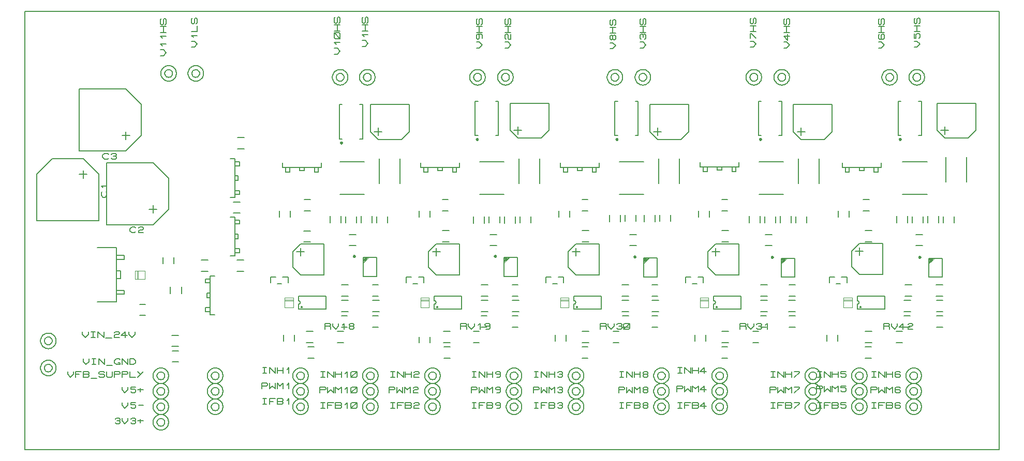
<source format=gbr>
G04 PROTEUS RS274X GERBER FILE*
%FSLAX45Y45*%
%MOMM*%
G01*
%ADD39C,0.203200*%
%ADD41C,0.200000*%
%ADD42C,0.250000*%
%ADD43C,0.101600*%
%ADD44C,0.100000*%
D39*
X-7429500Y-4254500D02*
X+8509000Y-4254500D01*
X+8509000Y+2921000D01*
X-7429500Y+2921000D01*
X-7429500Y-4254500D01*
D41*
X-1878000Y+455500D02*
X-2278000Y+455500D01*
X-1878000Y-74500D02*
X-2278000Y-74500D01*
D39*
X-6921500Y-2476500D02*
X-6921927Y-2466091D01*
X-6925399Y-2445272D01*
X-6932655Y-2424453D01*
X-6944483Y-2403634D01*
X-6962580Y-2382976D01*
X-6983399Y-2367455D01*
X-7004218Y-2357470D01*
X-7025037Y-2351686D01*
X-7045856Y-2349528D01*
X-7048500Y-2349500D01*
X-7175500Y-2476500D02*
X-7175073Y-2466091D01*
X-7171601Y-2445272D01*
X-7164345Y-2424453D01*
X-7152517Y-2403634D01*
X-7134420Y-2382976D01*
X-7113601Y-2367455D01*
X-7092782Y-2357470D01*
X-7071963Y-2351686D01*
X-7051144Y-2349528D01*
X-7048500Y-2349500D01*
X-7175500Y-2476500D02*
X-7175073Y-2486909D01*
X-7171601Y-2507728D01*
X-7164345Y-2528547D01*
X-7152517Y-2549366D01*
X-7134420Y-2570024D01*
X-7113601Y-2585545D01*
X-7092782Y-2595530D01*
X-7071963Y-2601314D01*
X-7051144Y-2603472D01*
X-7048500Y-2603500D01*
X-6921500Y-2476500D02*
X-6921927Y-2486909D01*
X-6925399Y-2507728D01*
X-6932655Y-2528547D01*
X-6944483Y-2549366D01*
X-6962580Y-2570024D01*
X-6983399Y-2585545D01*
X-7004218Y-2595530D01*
X-7025037Y-2601314D01*
X-7045856Y-2603472D01*
X-7048500Y-2603500D01*
X-6985000Y-2476500D02*
X-6985217Y-2471253D01*
X-6986982Y-2460758D01*
X-6990674Y-2450263D01*
X-6996702Y-2439768D01*
X-7005924Y-2429388D01*
X-7016419Y-2421700D01*
X-7026914Y-2416782D01*
X-7037409Y-2413976D01*
X-7047904Y-2413003D01*
X-7048500Y-2413000D01*
X-7112000Y-2476500D02*
X-7111783Y-2471253D01*
X-7110018Y-2460758D01*
X-7106326Y-2450263D01*
X-7100298Y-2439768D01*
X-7091076Y-2429388D01*
X-7080581Y-2421700D01*
X-7070086Y-2416782D01*
X-7059591Y-2413976D01*
X-7049096Y-2413003D01*
X-7048500Y-2413000D01*
X-7112000Y-2476500D02*
X-7111783Y-2481747D01*
X-7110018Y-2492242D01*
X-7106326Y-2502737D01*
X-7100298Y-2513232D01*
X-7091076Y-2523612D01*
X-7080581Y-2531300D01*
X-7070086Y-2536218D01*
X-7059591Y-2539024D01*
X-7049096Y-2539997D01*
X-7048500Y-2540000D01*
X-6985000Y-2476500D02*
X-6985217Y-2481747D01*
X-6986982Y-2492242D01*
X-6990674Y-2502737D01*
X-6996702Y-2513232D01*
X-7005924Y-2523612D01*
X-7016419Y-2531300D01*
X-7026914Y-2536218D01*
X-7037409Y-2539024D01*
X-7047904Y-2539997D01*
X-7048500Y-2540000D01*
X-6489700Y-2326640D02*
X-6489700Y-2372360D01*
X-6442075Y-2418080D01*
X-6394450Y-2372360D01*
X-6394450Y-2326640D01*
X-6346825Y-2326640D02*
X-6283325Y-2326640D01*
X-6315075Y-2326640D02*
X-6315075Y-2418080D01*
X-6346825Y-2418080D02*
X-6283325Y-2418080D01*
X-6235700Y-2418080D02*
X-6235700Y-2326640D01*
X-6140450Y-2418080D01*
X-6140450Y-2326640D01*
X-6108700Y-2433320D02*
X-6013450Y-2433320D01*
X-5965825Y-2341880D02*
X-5949950Y-2326640D01*
X-5902325Y-2326640D01*
X-5886450Y-2341880D01*
X-5886450Y-2357120D01*
X-5902325Y-2372360D01*
X-5949950Y-2372360D01*
X-5965825Y-2387600D01*
X-5965825Y-2418080D01*
X-5886450Y-2418080D01*
X-5759450Y-2387600D02*
X-5854700Y-2387600D01*
X-5791200Y-2326640D01*
X-5791200Y-2418080D01*
X-5727700Y-2326640D02*
X-5727700Y-2372360D01*
X-5680075Y-2418080D01*
X-5632450Y-2372360D01*
X-5632450Y-2326640D01*
X-6921500Y-2921000D02*
X-6921927Y-2910591D01*
X-6925399Y-2889772D01*
X-6932655Y-2868953D01*
X-6944483Y-2848134D01*
X-6962580Y-2827476D01*
X-6983399Y-2811955D01*
X-7004218Y-2801970D01*
X-7025037Y-2796186D01*
X-7045856Y-2794028D01*
X-7048500Y-2794000D01*
X-7175500Y-2921000D02*
X-7175073Y-2910591D01*
X-7171601Y-2889772D01*
X-7164345Y-2868953D01*
X-7152517Y-2848134D01*
X-7134420Y-2827476D01*
X-7113601Y-2811955D01*
X-7092782Y-2801970D01*
X-7071963Y-2796186D01*
X-7051144Y-2794028D01*
X-7048500Y-2794000D01*
X-7175500Y-2921000D02*
X-7175073Y-2931409D01*
X-7171601Y-2952228D01*
X-7164345Y-2973047D01*
X-7152517Y-2993866D01*
X-7134420Y-3014524D01*
X-7113601Y-3030045D01*
X-7092782Y-3040030D01*
X-7071963Y-3045814D01*
X-7051144Y-3047972D01*
X-7048500Y-3048000D01*
X-6921500Y-2921000D02*
X-6921927Y-2931409D01*
X-6925399Y-2952228D01*
X-6932655Y-2973047D01*
X-6944483Y-2993866D01*
X-6962580Y-3014524D01*
X-6983399Y-3030045D01*
X-7004218Y-3040030D01*
X-7025037Y-3045814D01*
X-7045856Y-3047972D01*
X-7048500Y-3048000D01*
X-6985000Y-2921000D02*
X-6985217Y-2915753D01*
X-6986982Y-2905258D01*
X-6990674Y-2894763D01*
X-6996702Y-2884268D01*
X-7005924Y-2873888D01*
X-7016419Y-2866200D01*
X-7026914Y-2861282D01*
X-7037409Y-2858476D01*
X-7047904Y-2857503D01*
X-7048500Y-2857500D01*
X-7112000Y-2921000D02*
X-7111783Y-2915753D01*
X-7110018Y-2905258D01*
X-7106326Y-2894763D01*
X-7100298Y-2884268D01*
X-7091076Y-2873888D01*
X-7080581Y-2866200D01*
X-7070086Y-2861282D01*
X-7059591Y-2858476D01*
X-7049096Y-2857503D01*
X-7048500Y-2857500D01*
X-7112000Y-2921000D02*
X-7111783Y-2926247D01*
X-7110018Y-2936742D01*
X-7106326Y-2947237D01*
X-7100298Y-2957732D01*
X-7091076Y-2968112D01*
X-7080581Y-2975800D01*
X-7070086Y-2980718D01*
X-7059591Y-2983524D01*
X-7049096Y-2984497D01*
X-7048500Y-2984500D01*
X-6985000Y-2921000D02*
X-6985217Y-2926247D01*
X-6986982Y-2936742D01*
X-6990674Y-2947237D01*
X-6996702Y-2957732D01*
X-7005924Y-2968112D01*
X-7016419Y-2975800D01*
X-7026914Y-2980718D01*
X-7037409Y-2983524D01*
X-7047904Y-2984497D01*
X-7048500Y-2984500D01*
X-6477000Y-2771140D02*
X-6477000Y-2816860D01*
X-6429375Y-2862580D01*
X-6381750Y-2816860D01*
X-6381750Y-2771140D01*
X-6334125Y-2771140D02*
X-6270625Y-2771140D01*
X-6302375Y-2771140D02*
X-6302375Y-2862580D01*
X-6334125Y-2862580D02*
X-6270625Y-2862580D01*
X-6223000Y-2862580D02*
X-6223000Y-2771140D01*
X-6127750Y-2862580D01*
X-6127750Y-2771140D01*
X-6096000Y-2877820D02*
X-6000750Y-2877820D01*
X-5905500Y-2832100D02*
X-5873750Y-2832100D01*
X-5873750Y-2862580D01*
X-5937250Y-2862580D01*
X-5969000Y-2832100D01*
X-5969000Y-2801620D01*
X-5937250Y-2771140D01*
X-5889625Y-2771140D01*
X-5873750Y-2786380D01*
X-5842000Y-2862580D02*
X-5842000Y-2771140D01*
X-5746750Y-2862580D01*
X-5746750Y-2771140D01*
X-5715000Y-2862580D02*
X-5715000Y-2771140D01*
X-5651500Y-2771140D01*
X-5619750Y-2801620D01*
X-5619750Y-2832100D01*
X-5651500Y-2862580D01*
X-5715000Y-2862580D01*
X-1701800Y+1841500D02*
X-1702227Y+1851909D01*
X-1705699Y+1872728D01*
X-1712955Y+1893547D01*
X-1724783Y+1914366D01*
X-1742880Y+1935024D01*
X-1763699Y+1950545D01*
X-1784518Y+1960530D01*
X-1805337Y+1966314D01*
X-1826156Y+1968472D01*
X-1828800Y+1968500D01*
X-1955800Y+1841500D02*
X-1955373Y+1851909D01*
X-1951901Y+1872728D01*
X-1944645Y+1893547D01*
X-1932817Y+1914366D01*
X-1914720Y+1935024D01*
X-1893901Y+1950545D01*
X-1873082Y+1960530D01*
X-1852263Y+1966314D01*
X-1831444Y+1968472D01*
X-1828800Y+1968500D01*
X-1955800Y+1841500D02*
X-1955373Y+1831091D01*
X-1951901Y+1810272D01*
X-1944645Y+1789453D01*
X-1932817Y+1768634D01*
X-1914720Y+1747976D01*
X-1893901Y+1732455D01*
X-1873082Y+1722470D01*
X-1852263Y+1716686D01*
X-1831444Y+1714528D01*
X-1828800Y+1714500D01*
X-1701800Y+1841500D02*
X-1702227Y+1831091D01*
X-1705699Y+1810272D01*
X-1712955Y+1789453D01*
X-1724783Y+1768634D01*
X-1742880Y+1747976D01*
X-1763699Y+1732455D01*
X-1784518Y+1722470D01*
X-1805337Y+1716686D01*
X-1826156Y+1714528D01*
X-1828800Y+1714500D01*
X-1765300Y+1841500D02*
X-1765517Y+1846747D01*
X-1767282Y+1857242D01*
X-1770974Y+1867737D01*
X-1777002Y+1878232D01*
X-1786224Y+1888612D01*
X-1796719Y+1896300D01*
X-1807214Y+1901218D01*
X-1817709Y+1904024D01*
X-1828204Y+1904997D01*
X-1828800Y+1905000D01*
X-1892300Y+1841500D02*
X-1892083Y+1846747D01*
X-1890318Y+1857242D01*
X-1886626Y+1867737D01*
X-1880598Y+1878232D01*
X-1871376Y+1888612D01*
X-1860881Y+1896300D01*
X-1850386Y+1901218D01*
X-1839891Y+1904024D01*
X-1829396Y+1904997D01*
X-1828800Y+1905000D01*
X-1892300Y+1841500D02*
X-1892083Y+1836253D01*
X-1890318Y+1825758D01*
X-1886626Y+1815263D01*
X-1880598Y+1804768D01*
X-1871376Y+1794388D01*
X-1860881Y+1786700D01*
X-1850386Y+1781782D01*
X-1839891Y+1778976D01*
X-1829396Y+1778003D01*
X-1828800Y+1778000D01*
X-1765300Y+1841500D02*
X-1765517Y+1836253D01*
X-1767282Y+1825758D01*
X-1770974Y+1815263D01*
X-1777002Y+1804768D01*
X-1786224Y+1794388D01*
X-1796719Y+1786700D01*
X-1807214Y+1781782D01*
X-1817709Y+1778976D01*
X-1828204Y+1778003D01*
X-1828800Y+1778000D01*
X-1910080Y+2349500D02*
X-1864360Y+2349500D01*
X-1818640Y+2397125D01*
X-1864360Y+2444750D01*
X-1910080Y+2444750D01*
X-1879600Y+2508250D02*
X-1910080Y+2540000D01*
X-1818640Y+2540000D01*
X-1818640Y+2603500D02*
X-1910080Y+2603500D01*
X-1910080Y+2698750D02*
X-1818640Y+2698750D01*
X-1864360Y+2603500D02*
X-1864360Y+2698750D01*
X-1833880Y+2730500D02*
X-1818640Y+2746375D01*
X-1818640Y+2809875D01*
X-1833880Y+2825750D01*
X-1849120Y+2825750D01*
X-1864360Y+2809875D01*
X-1864360Y+2746375D01*
X-1879600Y+2730500D01*
X-1894840Y+2730500D01*
X-1910080Y+2746375D01*
X-1910080Y+2809875D01*
X-1894840Y+2825750D01*
X-2794000Y-3556000D02*
X-2794427Y-3545591D01*
X-2797899Y-3524772D01*
X-2805155Y-3503953D01*
X-2816983Y-3483134D01*
X-2835080Y-3462476D01*
X-2855899Y-3446955D01*
X-2876718Y-3436970D01*
X-2897537Y-3431186D01*
X-2918356Y-3429028D01*
X-2921000Y-3429000D01*
X-3048000Y-3556000D02*
X-3047573Y-3545591D01*
X-3044101Y-3524772D01*
X-3036845Y-3503953D01*
X-3025017Y-3483134D01*
X-3006920Y-3462476D01*
X-2986101Y-3446955D01*
X-2965282Y-3436970D01*
X-2944463Y-3431186D01*
X-2923644Y-3429028D01*
X-2921000Y-3429000D01*
X-3048000Y-3556000D02*
X-3047573Y-3566409D01*
X-3044101Y-3587228D01*
X-3036845Y-3608047D01*
X-3025017Y-3628866D01*
X-3006920Y-3649524D01*
X-2986101Y-3665045D01*
X-2965282Y-3675030D01*
X-2944463Y-3680814D01*
X-2923644Y-3682972D01*
X-2921000Y-3683000D01*
X-2794000Y-3556000D02*
X-2794427Y-3566409D01*
X-2797899Y-3587228D01*
X-2805155Y-3608047D01*
X-2816983Y-3628866D01*
X-2835080Y-3649524D01*
X-2855899Y-3665045D01*
X-2876718Y-3675030D01*
X-2897537Y-3680814D01*
X-2918356Y-3682972D01*
X-2921000Y-3683000D01*
X-2857500Y-3556000D02*
X-2857717Y-3550753D01*
X-2859482Y-3540258D01*
X-2863174Y-3529763D01*
X-2869202Y-3519268D01*
X-2878424Y-3508888D01*
X-2888919Y-3501200D01*
X-2899414Y-3496282D01*
X-2909909Y-3493476D01*
X-2920404Y-3492503D01*
X-2921000Y-3492500D01*
X-2984500Y-3556000D02*
X-2984283Y-3550753D01*
X-2982518Y-3540258D01*
X-2978826Y-3529763D01*
X-2972798Y-3519268D01*
X-2963576Y-3508888D01*
X-2953081Y-3501200D01*
X-2942586Y-3496282D01*
X-2932091Y-3493476D01*
X-2921596Y-3492503D01*
X-2921000Y-3492500D01*
X-2984500Y-3556000D02*
X-2984283Y-3561247D01*
X-2982518Y-3571742D01*
X-2978826Y-3582237D01*
X-2972798Y-3592732D01*
X-2963576Y-3603112D01*
X-2953081Y-3610800D01*
X-2942586Y-3615718D01*
X-2932091Y-3618524D01*
X-2921596Y-3619497D01*
X-2921000Y-3619500D01*
X-2857500Y-3556000D02*
X-2857717Y-3561247D01*
X-2859482Y-3571742D01*
X-2863174Y-3582237D01*
X-2869202Y-3592732D01*
X-2878424Y-3603112D01*
X-2888919Y-3610800D01*
X-2899414Y-3615718D01*
X-2909909Y-3618524D01*
X-2920404Y-3619497D01*
X-2921000Y-3619500D01*
X-3540125Y-3423920D02*
X-3476625Y-3423920D01*
X-3508375Y-3423920D02*
X-3508375Y-3515360D01*
X-3540125Y-3515360D02*
X-3476625Y-3515360D01*
X-3429000Y-3515360D02*
X-3429000Y-3423920D01*
X-3333750Y-3423920D01*
X-3429000Y-3469640D02*
X-3365500Y-3469640D01*
X-3302000Y-3515360D02*
X-3302000Y-3423920D01*
X-3222625Y-3423920D01*
X-3206750Y-3439160D01*
X-3206750Y-3454400D01*
X-3222625Y-3469640D01*
X-3206750Y-3484880D01*
X-3206750Y-3500120D01*
X-3222625Y-3515360D01*
X-3302000Y-3515360D01*
X-3302000Y-3469640D02*
X-3222625Y-3469640D01*
X-3143250Y-3454400D02*
X-3111500Y-3423920D01*
X-3111500Y-3515360D01*
X-2794000Y-3048000D02*
X-2794427Y-3037591D01*
X-2797899Y-3016772D01*
X-2805155Y-2995953D01*
X-2816983Y-2975134D01*
X-2835080Y-2954476D01*
X-2855899Y-2938955D01*
X-2876718Y-2928970D01*
X-2897537Y-2923186D01*
X-2918356Y-2921028D01*
X-2921000Y-2921000D01*
X-3048000Y-3048000D02*
X-3047573Y-3037591D01*
X-3044101Y-3016772D01*
X-3036845Y-2995953D01*
X-3025017Y-2975134D01*
X-3006920Y-2954476D01*
X-2986101Y-2938955D01*
X-2965282Y-2928970D01*
X-2944463Y-2923186D01*
X-2923644Y-2921028D01*
X-2921000Y-2921000D01*
X-3048000Y-3048000D02*
X-3047573Y-3058409D01*
X-3044101Y-3079228D01*
X-3036845Y-3100047D01*
X-3025017Y-3120866D01*
X-3006920Y-3141524D01*
X-2986101Y-3157045D01*
X-2965282Y-3167030D01*
X-2944463Y-3172814D01*
X-2923644Y-3174972D01*
X-2921000Y-3175000D01*
X-2794000Y-3048000D02*
X-2794427Y-3058409D01*
X-2797899Y-3079228D01*
X-2805155Y-3100047D01*
X-2816983Y-3120866D01*
X-2835080Y-3141524D01*
X-2855899Y-3157045D01*
X-2876718Y-3167030D01*
X-2897537Y-3172814D01*
X-2918356Y-3174972D01*
X-2921000Y-3175000D01*
X-2857500Y-3048000D02*
X-2857717Y-3042753D01*
X-2859482Y-3032258D01*
X-2863174Y-3021763D01*
X-2869202Y-3011268D01*
X-2878424Y-3000888D01*
X-2888919Y-2993200D01*
X-2899414Y-2988282D01*
X-2909909Y-2985476D01*
X-2920404Y-2984503D01*
X-2921000Y-2984500D01*
X-2984500Y-3048000D02*
X-2984283Y-3042753D01*
X-2982518Y-3032258D01*
X-2978826Y-3021763D01*
X-2972798Y-3011268D01*
X-2963576Y-3000888D01*
X-2953081Y-2993200D01*
X-2942586Y-2988282D01*
X-2932091Y-2985476D01*
X-2921596Y-2984503D01*
X-2921000Y-2984500D01*
X-2984500Y-3048000D02*
X-2984283Y-3053247D01*
X-2982518Y-3063742D01*
X-2978826Y-3074237D01*
X-2972798Y-3084732D01*
X-2963576Y-3095112D01*
X-2953081Y-3102800D01*
X-2942586Y-3107718D01*
X-2932091Y-3110524D01*
X-2921596Y-3111497D01*
X-2921000Y-3111500D01*
X-2857500Y-3048000D02*
X-2857717Y-3053247D01*
X-2859482Y-3063742D01*
X-2863174Y-3074237D01*
X-2869202Y-3084732D01*
X-2878424Y-3095112D01*
X-2888919Y-3102800D01*
X-2899414Y-3107718D01*
X-2909909Y-3110524D01*
X-2920404Y-3111497D01*
X-2921000Y-3111500D01*
X-3540125Y-2915920D02*
X-3476625Y-2915920D01*
X-3508375Y-2915920D02*
X-3508375Y-3007360D01*
X-3540125Y-3007360D02*
X-3476625Y-3007360D01*
X-3429000Y-3007360D02*
X-3429000Y-2915920D01*
X-3333750Y-3007360D01*
X-3333750Y-2915920D01*
X-3302000Y-3007360D02*
X-3302000Y-2915920D01*
X-3206750Y-2915920D02*
X-3206750Y-3007360D01*
X-3302000Y-2961640D02*
X-3206750Y-2961640D01*
X-3143250Y-2946400D02*
X-3111500Y-2915920D01*
X-3111500Y-3007360D01*
X-2794000Y-3302000D02*
X-2794427Y-3291591D01*
X-2797899Y-3270772D01*
X-2805155Y-3249953D01*
X-2816983Y-3229134D01*
X-2835080Y-3208476D01*
X-2855899Y-3192955D01*
X-2876718Y-3182970D01*
X-2897537Y-3177186D01*
X-2918356Y-3175028D01*
X-2921000Y-3175000D01*
X-3048000Y-3302000D02*
X-3047573Y-3291591D01*
X-3044101Y-3270772D01*
X-3036845Y-3249953D01*
X-3025017Y-3229134D01*
X-3006920Y-3208476D01*
X-2986101Y-3192955D01*
X-2965282Y-3182970D01*
X-2944463Y-3177186D01*
X-2923644Y-3175028D01*
X-2921000Y-3175000D01*
X-3048000Y-3302000D02*
X-3047573Y-3312409D01*
X-3044101Y-3333228D01*
X-3036845Y-3354047D01*
X-3025017Y-3374866D01*
X-3006920Y-3395524D01*
X-2986101Y-3411045D01*
X-2965282Y-3421030D01*
X-2944463Y-3426814D01*
X-2923644Y-3428972D01*
X-2921000Y-3429000D01*
X-2794000Y-3302000D02*
X-2794427Y-3312409D01*
X-2797899Y-3333228D01*
X-2805155Y-3354047D01*
X-2816983Y-3374866D01*
X-2835080Y-3395524D01*
X-2855899Y-3411045D01*
X-2876718Y-3421030D01*
X-2897537Y-3426814D01*
X-2918356Y-3428972D01*
X-2921000Y-3429000D01*
X-2857500Y-3302000D02*
X-2857717Y-3296753D01*
X-2859482Y-3286258D01*
X-2863174Y-3275763D01*
X-2869202Y-3265268D01*
X-2878424Y-3254888D01*
X-2888919Y-3247200D01*
X-2899414Y-3242282D01*
X-2909909Y-3239476D01*
X-2920404Y-3238503D01*
X-2921000Y-3238500D01*
X-2984500Y-3302000D02*
X-2984283Y-3296753D01*
X-2982518Y-3286258D01*
X-2978826Y-3275763D01*
X-2972798Y-3265268D01*
X-2963576Y-3254888D01*
X-2953081Y-3247200D01*
X-2942586Y-3242282D01*
X-2932091Y-3239476D01*
X-2921596Y-3238503D01*
X-2921000Y-3238500D01*
X-2984500Y-3302000D02*
X-2984283Y-3307247D01*
X-2982518Y-3317742D01*
X-2978826Y-3328237D01*
X-2972798Y-3338732D01*
X-2963576Y-3349112D01*
X-2953081Y-3356800D01*
X-2942586Y-3361718D01*
X-2932091Y-3364524D01*
X-2921596Y-3365497D01*
X-2921000Y-3365500D01*
X-2857500Y-3302000D02*
X-2857717Y-3307247D01*
X-2859482Y-3317742D01*
X-2863174Y-3328237D01*
X-2869202Y-3338732D01*
X-2878424Y-3349112D01*
X-2888919Y-3356800D01*
X-2899414Y-3361718D01*
X-2909909Y-3364524D01*
X-2920404Y-3365497D01*
X-2921000Y-3365500D01*
X-3556000Y-3261360D02*
X-3556000Y-3169920D01*
X-3476625Y-3169920D01*
X-3460750Y-3185160D01*
X-3460750Y-3200400D01*
X-3476625Y-3215640D01*
X-3556000Y-3215640D01*
X-3429000Y-3169920D02*
X-3429000Y-3261360D01*
X-3381375Y-3215640D01*
X-3333750Y-3261360D01*
X-3333750Y-3169920D01*
X-3302000Y-3261360D02*
X-3302000Y-3169920D01*
X-3254375Y-3215640D01*
X-3206750Y-3169920D01*
X-3206750Y-3261360D01*
X-3143250Y-3200400D02*
X-3111500Y-3169920D01*
X-3111500Y-3261360D01*
D41*
X-4022620Y-382100D02*
X-3912620Y-382100D01*
X-4022620Y-202100D02*
X-3912620Y-202100D01*
X-5050620Y-1593600D02*
X-5050620Y-1703600D01*
X-4870620Y-1593600D02*
X-4870620Y-1703600D01*
D42*
X-2243000Y+769000D02*
X-2243043Y+770039D01*
X-2243395Y+772118D01*
X-2244132Y+774197D01*
X-2245336Y+776276D01*
X-2247177Y+778326D01*
X-2249256Y+779829D01*
X-2251335Y+780786D01*
X-2253414Y+781325D01*
X-2255493Y+781500D01*
X-2255500Y+781500D01*
X-2268000Y+769000D02*
X-2267957Y+770039D01*
X-2267605Y+772118D01*
X-2266868Y+774197D01*
X-2265664Y+776276D01*
X-2263823Y+778326D01*
X-2261744Y+779829D01*
X-2259665Y+780786D01*
X-2257586Y+781325D01*
X-2255507Y+781500D01*
X-2255500Y+781500D01*
X-2268000Y+769000D02*
X-2267957Y+767961D01*
X-2267605Y+765882D01*
X-2266868Y+763803D01*
X-2265664Y+761724D01*
X-2263823Y+759674D01*
X-2261744Y+758171D01*
X-2259665Y+757214D01*
X-2257586Y+756675D01*
X-2255507Y+756500D01*
X-2255500Y+756500D01*
X-2243000Y+769000D02*
X-2243043Y+767961D01*
X-2243395Y+765882D01*
X-2244132Y+763803D01*
X-2245336Y+761724D01*
X-2247177Y+759674D01*
X-2249256Y+758171D01*
X-2251335Y+757214D01*
X-2253414Y+756675D01*
X-2255493Y+756500D01*
X-2255500Y+756500D01*
D41*
X-2240500Y+834000D02*
X-2285500Y+834000D01*
X-2285500Y+1394000D01*
X-2240500Y+1394000D01*
X-1950500Y+834000D02*
X-1905500Y+834000D01*
X-1905500Y+1394000D01*
X-1950500Y+1394000D01*
D39*
X-1778000Y+952500D02*
X-1651000Y+825500D01*
X-1270000Y+825500D01*
X-1143000Y+952500D01*
X-1143000Y+1397000D01*
X-1778000Y+1397000D01*
X-1778000Y+952500D01*
X-1651000Y+889000D02*
X-1651000Y+1016000D01*
X-1714500Y+952500D02*
X-1587500Y+952500D01*
D41*
X-1630500Y+510000D02*
X-1630500Y+100000D01*
X-1290500Y+510000D02*
X-1290500Y+100000D01*
D39*
X-3213100Y+444500D02*
X-3213100Y+368300D01*
X-2578100Y+368300D01*
X-2578100Y+444500D01*
X-2933700Y+368300D02*
X-2933700Y+317500D01*
X-2857500Y+317500D01*
X-2857500Y+368300D01*
X-3162300Y+368300D02*
X-3162300Y+292100D01*
X-3098800Y+292100D01*
X-3098800Y+368300D01*
X-2628900Y+368300D02*
X-2628900Y+292100D01*
X-2692400Y+292100D01*
X-2692400Y+368300D02*
X-2692400Y+292100D01*
X-2954020Y-1955800D02*
X-2954020Y-1874838D01*
X-2943399Y-1872756D01*
X-2934833Y-1867036D01*
X-2929114Y-1858471D01*
X-2927032Y-1847850D01*
X-2954020Y-1820862D02*
X-2943399Y-1822944D01*
X-2934833Y-1828664D01*
X-2929114Y-1837229D01*
X-2927032Y-1847850D01*
X-2954020Y-1820862D02*
X-2954020Y-1739900D01*
X-2506980Y-1879600D02*
X-2506980Y-1816100D01*
X-2921000Y-1955800D02*
X-2540000Y-1955800D01*
X-2921000Y-1739900D02*
X-2540000Y-1739900D01*
X-2921000Y-1955800D02*
X-2954020Y-1955800D01*
X-2954020Y-1739900D02*
X-2921000Y-1739900D01*
X-2506980Y-1816100D02*
X-2506980Y-1739900D01*
X-2540000Y-1739900D01*
X-2540000Y-1955800D02*
X-2506980Y-1955800D01*
X-2506980Y-1879600D01*
X-2894584Y-1920240D02*
X-2894619Y-1919395D01*
X-2894906Y-1917704D01*
X-2895505Y-1916013D01*
X-2896485Y-1914322D01*
X-2897985Y-1912654D01*
X-2899676Y-1911434D01*
X-2901367Y-1910658D01*
X-2903058Y-1910221D01*
X-2904744Y-1910080D01*
X-2914904Y-1920240D02*
X-2914869Y-1919395D01*
X-2914582Y-1917704D01*
X-2913983Y-1916013D01*
X-2913003Y-1914322D01*
X-2911503Y-1912654D01*
X-2909812Y-1911434D01*
X-2908121Y-1910658D01*
X-2906430Y-1910221D01*
X-2904744Y-1910080D01*
X-2914904Y-1920240D02*
X-2914869Y-1921085D01*
X-2914582Y-1922776D01*
X-2913983Y-1924467D01*
X-2913003Y-1926158D01*
X-2911503Y-1927826D01*
X-2909812Y-1929046D01*
X-2908121Y-1929822D01*
X-2906430Y-1930259D01*
X-2904744Y-1930400D01*
X-2894584Y-1920240D02*
X-2894619Y-1921085D01*
X-2894906Y-1922776D01*
X-2895505Y-1924467D01*
X-2896485Y-1926158D01*
X-2897985Y-1927826D01*
X-2899676Y-1929046D01*
X-2901367Y-1929822D01*
X-2903058Y-1930259D01*
X-2904744Y-1930400D01*
D41*
X-2762000Y-164000D02*
X-2862000Y-164000D01*
X-2762000Y-344000D02*
X-2862000Y-344000D01*
X-3265000Y-349000D02*
X-3265000Y-449000D01*
X-3085000Y-349000D02*
X-3085000Y-449000D01*
X-2872000Y-858350D02*
X-2762000Y-858350D01*
X-2872000Y-678350D02*
X-2762000Y-678350D01*
D39*
X-2921000Y-889000D02*
X-3048000Y-1016000D01*
X-3048000Y-1270000D01*
X-2921000Y-1397000D01*
X-2540000Y-1397000D01*
X-2540000Y-889000D01*
X-2921000Y-889000D01*
X-2984500Y-1016000D02*
X-2857500Y-1016000D01*
X-2921000Y-952500D02*
X-2921000Y-1079500D01*
D43*
X-3041500Y-1800960D02*
X-3181500Y-1800960D01*
X-3041500Y-1820960D02*
X-3181500Y-1820960D01*
X-3181500Y-1930960D02*
X-3041500Y-1930960D01*
X-3041500Y-1770960D01*
X-3181500Y-1770960D01*
X-3181500Y-1930960D01*
D41*
X-2826000Y-2503000D02*
X-2716000Y-2503000D01*
X-2826000Y-2323000D02*
X-2716000Y-2323000D01*
X-2798500Y-2757000D02*
X-2698500Y-2757000D01*
X-2798500Y-2577000D02*
X-2698500Y-2577000D01*
D39*
X-3124200Y-1432560D02*
X-3213100Y-1432560D01*
X-3230880Y-1544320D02*
X-3302000Y-1544320D01*
X-3124200Y-1432560D02*
X-3124200Y-1524000D01*
X-3413760Y-1526540D02*
X-3413760Y-1432560D01*
X-3327400Y-1432560D01*
D41*
X-3201500Y-2381000D02*
X-3201500Y-2481000D01*
X-3021500Y-2381000D02*
X-3021500Y-2481000D01*
X-1497500Y-540000D02*
X-1497500Y-440000D01*
X-1677500Y-540000D02*
X-1677500Y-440000D01*
X-2005500Y-540000D02*
X-2005500Y-440000D01*
X-2185500Y-540000D02*
X-2185500Y-440000D01*
X-1931500Y-430000D02*
X-1931500Y-540000D01*
X-1751500Y-430000D02*
X-1751500Y-540000D01*
D42*
X-2032750Y-1089400D02*
X-2032793Y-1088361D01*
X-2033145Y-1086282D01*
X-2033882Y-1084203D01*
X-2035086Y-1082124D01*
X-2036927Y-1080074D01*
X-2039006Y-1078571D01*
X-2041085Y-1077614D01*
X-2043164Y-1077075D01*
X-2045243Y-1076900D01*
X-2045250Y-1076900D01*
X-2057750Y-1089400D02*
X-2057707Y-1088361D01*
X-2057355Y-1086282D01*
X-2056618Y-1084203D01*
X-2055414Y-1082124D01*
X-2053573Y-1080074D01*
X-2051494Y-1078571D01*
X-2049415Y-1077614D01*
X-2047336Y-1077075D01*
X-2045257Y-1076900D01*
X-2045250Y-1076900D01*
X-2057750Y-1089400D02*
X-2057707Y-1090439D01*
X-2057355Y-1092518D01*
X-2056618Y-1094597D01*
X-2055414Y-1096676D01*
X-2053573Y-1098726D01*
X-2051494Y-1100229D01*
X-2049415Y-1101186D01*
X-2047336Y-1101725D01*
X-2045257Y-1101900D01*
X-2045250Y-1101900D01*
X-2032750Y-1089400D02*
X-2032793Y-1090439D01*
X-2033145Y-1092518D01*
X-2033882Y-1094597D01*
X-2035086Y-1096676D01*
X-2036927Y-1098726D01*
X-2039006Y-1100229D01*
X-2041085Y-1101186D01*
X-2043164Y-1101725D01*
X-2045243Y-1101900D01*
X-2045250Y-1101900D01*
D41*
X-1895250Y-1419400D02*
X-1675250Y-1419400D01*
X-1675250Y-1109400D01*
X-1895250Y-1109400D01*
X-1895250Y-1419400D01*
D44*
X-1895250Y-1119400D02*
X-1885250Y-1109400D01*
X-1895250Y-1129400D02*
X-1875250Y-1109400D01*
X-1895250Y-1139400D02*
X-1865250Y-1109400D01*
X-1895250Y-1149400D02*
X-1855250Y-1109400D01*
X-1895250Y-1159400D02*
X-1845250Y-1109400D01*
X-1895250Y-1169400D02*
X-1835250Y-1109400D01*
X-1895250Y-1179400D02*
X-1825250Y-1109400D01*
X-1895250Y-1189400D02*
X-1815250Y-1109400D01*
X-1895250Y-1199400D02*
X-1805250Y-1109400D01*
D41*
X-2127500Y-915500D02*
X-2017500Y-915500D01*
X-2127500Y-735500D02*
X-2017500Y-735500D01*
X-1746500Y-2249000D02*
X-1646500Y-2249000D01*
X-1746500Y-2069000D02*
X-1646500Y-2069000D01*
X-1746500Y-1741000D02*
X-1646500Y-1741000D01*
X-1746500Y-1561000D02*
X-1646500Y-1561000D01*
X-2254500Y-2249000D02*
X-2154500Y-2249000D01*
X-2254500Y-2069000D02*
X-2154500Y-2069000D01*
X-2254500Y-1741000D02*
X-2144500Y-1741000D01*
X-2254500Y-1561000D02*
X-2144500Y-1561000D01*
X-2254500Y-1995000D02*
X-2144500Y-1995000D01*
X-2254500Y-1815000D02*
X-2144500Y-1815000D01*
X-1746500Y-1995000D02*
X-1636500Y-1995000D01*
X-1746500Y-1815000D02*
X-1636500Y-1815000D01*
X-2439500Y-430000D02*
X-2439500Y-540000D01*
X-2259500Y-430000D02*
X-2259500Y-540000D01*
D39*
X-952500Y+444500D02*
X-952500Y+368300D01*
X-317500Y+368300D01*
X-317500Y+444500D01*
X-673100Y+368300D02*
X-673100Y+317500D01*
X-596900Y+317500D01*
X-596900Y+368300D01*
X-901700Y+368300D02*
X-901700Y+292100D01*
X-838200Y+292100D01*
X-838200Y+368300D01*
X-368300Y+368300D02*
X-368300Y+292100D01*
X-431800Y+292100D01*
X-431800Y+368300D02*
X-431800Y+292100D01*
D41*
X+408000Y+455500D02*
X+8000Y+455500D01*
X+408000Y-74500D02*
X+8000Y-74500D01*
D42*
X-20500Y+827000D02*
X-20543Y+828039D01*
X-20895Y+830118D01*
X-21632Y+832197D01*
X-22836Y+834276D01*
X-24677Y+836326D01*
X-26756Y+837829D01*
X-28835Y+838786D01*
X-30914Y+839325D01*
X-32993Y+839500D01*
X-33000Y+839500D01*
X-45500Y+827000D02*
X-45457Y+828039D01*
X-45105Y+830118D01*
X-44368Y+832197D01*
X-43164Y+834276D01*
X-41323Y+836326D01*
X-39244Y+837829D01*
X-37165Y+838786D01*
X-35086Y+839325D01*
X-33007Y+839500D01*
X-33000Y+839500D01*
X-45500Y+827000D02*
X-45457Y+825961D01*
X-45105Y+823882D01*
X-44368Y+821803D01*
X-43164Y+819724D01*
X-41323Y+817674D01*
X-39244Y+816171D01*
X-37165Y+815214D01*
X-35086Y+814675D01*
X-33007Y+814500D01*
X-33000Y+814500D01*
X-20500Y+827000D02*
X-20543Y+825961D01*
X-20895Y+823882D01*
X-21632Y+821803D01*
X-22836Y+819724D01*
X-24677Y+817674D01*
X-26756Y+816171D01*
X-28835Y+815214D01*
X-30914Y+814675D01*
X-32993Y+814500D01*
X-33000Y+814500D01*
D41*
X-18000Y+892000D02*
X-63000Y+892000D01*
X-63000Y+1452000D01*
X-18000Y+1452000D01*
X+272000Y+892000D02*
X+317000Y+892000D01*
X+317000Y+1452000D01*
X+272000Y+1452000D01*
D39*
X+508000Y+970500D02*
X+635000Y+843500D01*
X+1016000Y+843500D01*
X+1143000Y+970500D01*
X+1143000Y+1415000D01*
X+508000Y+1415000D01*
X+508000Y+970500D01*
X+635000Y+907000D02*
X+635000Y+1034000D01*
X+571500Y+970500D02*
X+698500Y+970500D01*
D41*
X+655500Y+510000D02*
X+655500Y+100000D01*
X+995500Y+510000D02*
X+995500Y+100000D01*
D42*
X+274100Y-1087900D02*
X+274057Y-1086861D01*
X+273705Y-1084782D01*
X+272968Y-1082703D01*
X+271764Y-1080624D01*
X+269923Y-1078574D01*
X+267844Y-1077071D01*
X+265765Y-1076114D01*
X+263686Y-1075575D01*
X+261607Y-1075400D01*
X+261600Y-1075400D01*
X+249100Y-1087900D02*
X+249143Y-1086861D01*
X+249495Y-1084782D01*
X+250232Y-1082703D01*
X+251436Y-1080624D01*
X+253277Y-1078574D01*
X+255356Y-1077071D01*
X+257435Y-1076114D01*
X+259514Y-1075575D01*
X+261593Y-1075400D01*
X+261600Y-1075400D01*
X+249100Y-1087900D02*
X+249143Y-1088939D01*
X+249495Y-1091018D01*
X+250232Y-1093097D01*
X+251436Y-1095176D01*
X+253277Y-1097226D01*
X+255356Y-1098729D01*
X+257435Y-1099686D01*
X+259514Y-1100225D01*
X+261593Y-1100400D01*
X+261600Y-1100400D01*
X+274100Y-1087900D02*
X+274057Y-1088939D01*
X+273705Y-1091018D01*
X+272968Y-1093097D01*
X+271764Y-1095176D01*
X+269923Y-1097226D01*
X+267844Y-1098729D01*
X+265765Y-1099686D01*
X+263686Y-1100225D01*
X+261607Y-1100400D01*
X+261600Y-1100400D01*
D41*
X+411600Y-1417900D02*
X+631600Y-1417900D01*
X+631600Y-1107900D01*
X+411600Y-1107900D01*
X+411600Y-1417900D01*
D44*
X+411600Y-1117900D02*
X+421600Y-1107900D01*
X+411600Y-1127900D02*
X+431600Y-1107900D01*
X+411600Y-1137900D02*
X+441600Y-1107900D01*
X+411600Y-1147900D02*
X+451600Y-1107900D01*
X+411600Y-1157900D02*
X+461600Y-1107900D01*
X+411600Y-1167900D02*
X+471600Y-1107900D01*
X+411600Y-1177900D02*
X+481600Y-1107900D01*
X+411600Y-1187900D02*
X+491600Y-1107900D01*
X+411600Y-1197900D02*
X+501600Y-1107900D01*
D41*
X-979000Y-349000D02*
X-979000Y-449000D01*
X-799000Y-349000D02*
X-799000Y-449000D01*
X-503500Y-164000D02*
X-603500Y-164000D01*
X-503500Y-344000D02*
X-603500Y-344000D01*
X-603500Y-852000D02*
X-493500Y-852000D01*
X-603500Y-672000D02*
X-493500Y-672000D01*
D39*
X-698500Y-889000D02*
X-825500Y-1016000D01*
X-825500Y-1270000D01*
X-698500Y-1397000D01*
X-317500Y-1397000D01*
X-317500Y-889000D01*
X-698500Y-889000D01*
X-762000Y-1016000D02*
X-635000Y-1016000D01*
X-698500Y-952500D02*
X-698500Y-1079500D01*
X-901700Y-1432560D02*
X-990600Y-1432560D01*
X-1008380Y-1544320D02*
X-1079500Y-1544320D01*
X-901700Y-1432560D02*
X-901700Y-1524000D01*
X-1191260Y-1526540D02*
X-1191260Y-1432560D01*
X-1104900Y-1432560D01*
D43*
X-819000Y-1800960D02*
X-959000Y-1800960D01*
X-819000Y-1820960D02*
X-959000Y-1820960D01*
X-959000Y-1930960D02*
X-819000Y-1930960D01*
X-819000Y-1770960D01*
X-959000Y-1770960D01*
X-959000Y-1930960D01*
D39*
X-731520Y-1955800D02*
X-731520Y-1874838D01*
X-720899Y-1872756D01*
X-712333Y-1867036D01*
X-706614Y-1858471D01*
X-704532Y-1847850D01*
X-731520Y-1820862D02*
X-720899Y-1822944D01*
X-712333Y-1828664D01*
X-706614Y-1837229D01*
X-704532Y-1847850D01*
X-731520Y-1820862D02*
X-731520Y-1739900D01*
X-284480Y-1879600D02*
X-284480Y-1816100D01*
X-698500Y-1955800D02*
X-317500Y-1955800D01*
X-698500Y-1739900D02*
X-317500Y-1739900D01*
X-698500Y-1955800D02*
X-731520Y-1955800D01*
X-731520Y-1739900D02*
X-698500Y-1739900D01*
X-284480Y-1816100D02*
X-284480Y-1739900D01*
X-317500Y-1739900D01*
X-317500Y-1955800D02*
X-284480Y-1955800D01*
X-284480Y-1879600D01*
X-672084Y-1920240D02*
X-672119Y-1919395D01*
X-672406Y-1917704D01*
X-673005Y-1916013D01*
X-673985Y-1914322D01*
X-675485Y-1912654D01*
X-677176Y-1911434D01*
X-678867Y-1910658D01*
X-680558Y-1910221D01*
X-682244Y-1910080D01*
X-692404Y-1920240D02*
X-692369Y-1919395D01*
X-692082Y-1917704D01*
X-691483Y-1916013D01*
X-690503Y-1914322D01*
X-689003Y-1912654D01*
X-687312Y-1911434D01*
X-685621Y-1910658D01*
X-683930Y-1910221D01*
X-682244Y-1910080D01*
X-692404Y-1920240D02*
X-692369Y-1921085D01*
X-692082Y-1922776D01*
X-691483Y-1924467D01*
X-690503Y-1926158D01*
X-689003Y-1927826D01*
X-687312Y-1929046D01*
X-685621Y-1929822D01*
X-683930Y-1930259D01*
X-682244Y-1930400D01*
X-672084Y-1920240D02*
X-672119Y-1921085D01*
X-672406Y-1922776D01*
X-673005Y-1924467D01*
X-673985Y-1926158D01*
X-675485Y-1927826D01*
X-677176Y-1929046D01*
X-678867Y-1929822D01*
X-680558Y-1930259D01*
X-682244Y-1930400D01*
D41*
X-979000Y-2408500D02*
X-979000Y-2508500D01*
X-799000Y-2408500D02*
X-799000Y-2508500D01*
X-576000Y-2757000D02*
X-476000Y-2757000D01*
X-576000Y-2577000D02*
X-476000Y-2577000D01*
X-586000Y-2503000D02*
X-476000Y-2503000D01*
X-586000Y-2323000D02*
X-476000Y-2323000D01*
X-90000Y-440000D02*
X-90000Y-550000D01*
X+90000Y-440000D02*
X+90000Y-550000D01*
X+418000Y-440000D02*
X+418000Y-550000D01*
X+598000Y-440000D02*
X+598000Y-550000D01*
X+852000Y-540000D02*
X+852000Y-440000D01*
X+672000Y-540000D02*
X+672000Y-440000D01*
X+344000Y-540000D02*
X+344000Y-440000D01*
X+164000Y-540000D02*
X+164000Y-440000D01*
X+176000Y-915500D02*
X+286000Y-915500D01*
X+176000Y-735500D02*
X+286000Y-735500D01*
X+31500Y-1741000D02*
X+141500Y-1741000D01*
X+31500Y-1561000D02*
X+141500Y-1561000D01*
X+31500Y-1995000D02*
X+141500Y-1995000D01*
X+31500Y-1815000D02*
X+141500Y-1815000D01*
X+31500Y-2249000D02*
X+131500Y-2249000D01*
X+31500Y-2069000D02*
X+131500Y-2069000D01*
X+539500Y-1741000D02*
X+639500Y-1741000D01*
X+539500Y-1561000D02*
X+639500Y-1561000D01*
X+539500Y-2249000D02*
X+639500Y-2249000D01*
X+539500Y-2069000D02*
X+639500Y-2069000D01*
X+539500Y-1995000D02*
X+649500Y-1995000D01*
X+539500Y-1815000D02*
X+649500Y-1815000D01*
D39*
X+558800Y+1841500D02*
X+558373Y+1851909D01*
X+554901Y+1872728D01*
X+547645Y+1893547D01*
X+535817Y+1914366D01*
X+517720Y+1935024D01*
X+496901Y+1950545D01*
X+476082Y+1960530D01*
X+455263Y+1966314D01*
X+434444Y+1968472D01*
X+431800Y+1968500D01*
X+304800Y+1841500D02*
X+305227Y+1851909D01*
X+308699Y+1872728D01*
X+315955Y+1893547D01*
X+327783Y+1914366D01*
X+345880Y+1935024D01*
X+366699Y+1950545D01*
X+387518Y+1960530D01*
X+408337Y+1966314D01*
X+429156Y+1968472D01*
X+431800Y+1968500D01*
X+304800Y+1841500D02*
X+305227Y+1831091D01*
X+308699Y+1810272D01*
X+315955Y+1789453D01*
X+327783Y+1768634D01*
X+345880Y+1747976D01*
X+366699Y+1732455D01*
X+387518Y+1722470D01*
X+408337Y+1716686D01*
X+429156Y+1714528D01*
X+431800Y+1714500D01*
X+558800Y+1841500D02*
X+558373Y+1831091D01*
X+554901Y+1810272D01*
X+547645Y+1789453D01*
X+535817Y+1768634D01*
X+517720Y+1747976D01*
X+496901Y+1732455D01*
X+476082Y+1722470D01*
X+455263Y+1716686D01*
X+434444Y+1714528D01*
X+431800Y+1714500D01*
X+495300Y+1841500D02*
X+495083Y+1846747D01*
X+493318Y+1857242D01*
X+489626Y+1867737D01*
X+483598Y+1878232D01*
X+474376Y+1888612D01*
X+463881Y+1896300D01*
X+453386Y+1901218D01*
X+442891Y+1904024D01*
X+432396Y+1904997D01*
X+431800Y+1905000D01*
X+368300Y+1841500D02*
X+368517Y+1846747D01*
X+370282Y+1857242D01*
X+373974Y+1867737D01*
X+380002Y+1878232D01*
X+389224Y+1888612D01*
X+399719Y+1896300D01*
X+410214Y+1901218D01*
X+420709Y+1904024D01*
X+431204Y+1904997D01*
X+431800Y+1905000D01*
X+368300Y+1841500D02*
X+368517Y+1836253D01*
X+370282Y+1825758D01*
X+373974Y+1815263D01*
X+380002Y+1804768D01*
X+389224Y+1794388D01*
X+399719Y+1786700D01*
X+410214Y+1781782D01*
X+420709Y+1778976D01*
X+431204Y+1778003D01*
X+431800Y+1778000D01*
X+495300Y+1841500D02*
X+495083Y+1836253D01*
X+493318Y+1825758D01*
X+489626Y+1815263D01*
X+483598Y+1804768D01*
X+474376Y+1794388D01*
X+463881Y+1786700D01*
X+453386Y+1781782D01*
X+442891Y+1778976D01*
X+432396Y+1778003D01*
X+431800Y+1778000D01*
X+426720Y+2324100D02*
X+472440Y+2324100D01*
X+518160Y+2371725D01*
X+472440Y+2419350D01*
X+426720Y+2419350D01*
X+441960Y+2466975D02*
X+426720Y+2482850D01*
X+426720Y+2530475D01*
X+441960Y+2546350D01*
X+457200Y+2546350D01*
X+472440Y+2530475D01*
X+472440Y+2482850D01*
X+487680Y+2466975D01*
X+518160Y+2466975D01*
X+518160Y+2546350D01*
X+518160Y+2578100D02*
X+426720Y+2578100D01*
X+426720Y+2673350D02*
X+518160Y+2673350D01*
X+472440Y+2578100D02*
X+472440Y+2673350D01*
X+502920Y+2705100D02*
X+518160Y+2720975D01*
X+518160Y+2784475D01*
X+502920Y+2800350D01*
X+487680Y+2800350D01*
X+472440Y+2784475D01*
X+472440Y+2720975D01*
X+457200Y+2705100D01*
X+441960Y+2705100D01*
X+426720Y+2720975D01*
X+426720Y+2784475D01*
X+441960Y+2800350D01*
X-635000Y-3556000D02*
X-635427Y-3545591D01*
X-638899Y-3524772D01*
X-646155Y-3503953D01*
X-657983Y-3483134D01*
X-676080Y-3462476D01*
X-696899Y-3446955D01*
X-717718Y-3436970D01*
X-738537Y-3431186D01*
X-759356Y-3429028D01*
X-762000Y-3429000D01*
X-889000Y-3556000D02*
X-888573Y-3545591D01*
X-885101Y-3524772D01*
X-877845Y-3503953D01*
X-866017Y-3483134D01*
X-847920Y-3462476D01*
X-827101Y-3446955D01*
X-806282Y-3436970D01*
X-785463Y-3431186D01*
X-764644Y-3429028D01*
X-762000Y-3429000D01*
X-889000Y-3556000D02*
X-888573Y-3566409D01*
X-885101Y-3587228D01*
X-877845Y-3608047D01*
X-866017Y-3628866D01*
X-847920Y-3649524D01*
X-827101Y-3665045D01*
X-806282Y-3675030D01*
X-785463Y-3680814D01*
X-764644Y-3682972D01*
X-762000Y-3683000D01*
X-635000Y-3556000D02*
X-635427Y-3566409D01*
X-638899Y-3587228D01*
X-646155Y-3608047D01*
X-657983Y-3628866D01*
X-676080Y-3649524D01*
X-696899Y-3665045D01*
X-717718Y-3675030D01*
X-738537Y-3680814D01*
X-759356Y-3682972D01*
X-762000Y-3683000D01*
X-698500Y-3556000D02*
X-698717Y-3550753D01*
X-700482Y-3540258D01*
X-704174Y-3529763D01*
X-710202Y-3519268D01*
X-719424Y-3508888D01*
X-729919Y-3501200D01*
X-740414Y-3496282D01*
X-750909Y-3493476D01*
X-761404Y-3492503D01*
X-762000Y-3492500D01*
X-825500Y-3556000D02*
X-825283Y-3550753D01*
X-823518Y-3540258D01*
X-819826Y-3529763D01*
X-813798Y-3519268D01*
X-804576Y-3508888D01*
X-794081Y-3501200D01*
X-783586Y-3496282D01*
X-773091Y-3493476D01*
X-762596Y-3492503D01*
X-762000Y-3492500D01*
X-825500Y-3556000D02*
X-825283Y-3561247D01*
X-823518Y-3571742D01*
X-819826Y-3582237D01*
X-813798Y-3592732D01*
X-804576Y-3603112D01*
X-794081Y-3610800D01*
X-783586Y-3615718D01*
X-773091Y-3618524D01*
X-762596Y-3619497D01*
X-762000Y-3619500D01*
X-698500Y-3556000D02*
X-698717Y-3561247D01*
X-700482Y-3571742D01*
X-704174Y-3582237D01*
X-710202Y-3592732D01*
X-719424Y-3603112D01*
X-729919Y-3610800D01*
X-740414Y-3615718D01*
X-750909Y-3618524D01*
X-761404Y-3619497D01*
X-762000Y-3619500D01*
X-1444625Y-3487420D02*
X-1381125Y-3487420D01*
X-1412875Y-3487420D02*
X-1412875Y-3578860D01*
X-1444625Y-3578860D02*
X-1381125Y-3578860D01*
X-1333500Y-3578860D02*
X-1333500Y-3487420D01*
X-1238250Y-3487420D01*
X-1333500Y-3533140D02*
X-1270000Y-3533140D01*
X-1206500Y-3578860D02*
X-1206500Y-3487420D01*
X-1127125Y-3487420D01*
X-1111250Y-3502660D01*
X-1111250Y-3517900D01*
X-1127125Y-3533140D01*
X-1111250Y-3548380D01*
X-1111250Y-3563620D01*
X-1127125Y-3578860D01*
X-1206500Y-3578860D01*
X-1206500Y-3533140D02*
X-1127125Y-3533140D01*
X-1063625Y-3502660D02*
X-1047750Y-3487420D01*
X-1000125Y-3487420D01*
X-984250Y-3502660D01*
X-984250Y-3517900D01*
X-1000125Y-3533140D01*
X-1047750Y-3533140D01*
X-1063625Y-3548380D01*
X-1063625Y-3578860D01*
X-984250Y-3578860D01*
X-635000Y-3302000D02*
X-635427Y-3291591D01*
X-638899Y-3270772D01*
X-646155Y-3249953D01*
X-657983Y-3229134D01*
X-676080Y-3208476D01*
X-696899Y-3192955D01*
X-717718Y-3182970D01*
X-738537Y-3177186D01*
X-759356Y-3175028D01*
X-762000Y-3175000D01*
X-889000Y-3302000D02*
X-888573Y-3291591D01*
X-885101Y-3270772D01*
X-877845Y-3249953D01*
X-866017Y-3229134D01*
X-847920Y-3208476D01*
X-827101Y-3192955D01*
X-806282Y-3182970D01*
X-785463Y-3177186D01*
X-764644Y-3175028D01*
X-762000Y-3175000D01*
X-889000Y-3302000D02*
X-888573Y-3312409D01*
X-885101Y-3333228D01*
X-877845Y-3354047D01*
X-866017Y-3374866D01*
X-847920Y-3395524D01*
X-827101Y-3411045D01*
X-806282Y-3421030D01*
X-785463Y-3426814D01*
X-764644Y-3428972D01*
X-762000Y-3429000D01*
X-635000Y-3302000D02*
X-635427Y-3312409D01*
X-638899Y-3333228D01*
X-646155Y-3354047D01*
X-657983Y-3374866D01*
X-676080Y-3395524D01*
X-696899Y-3411045D01*
X-717718Y-3421030D01*
X-738537Y-3426814D01*
X-759356Y-3428972D01*
X-762000Y-3429000D01*
X-698500Y-3302000D02*
X-698717Y-3296753D01*
X-700482Y-3286258D01*
X-704174Y-3275763D01*
X-710202Y-3265268D01*
X-719424Y-3254888D01*
X-729919Y-3247200D01*
X-740414Y-3242282D01*
X-750909Y-3239476D01*
X-761404Y-3238503D01*
X-762000Y-3238500D01*
X-825500Y-3302000D02*
X-825283Y-3296753D01*
X-823518Y-3286258D01*
X-819826Y-3275763D01*
X-813798Y-3265268D01*
X-804576Y-3254888D01*
X-794081Y-3247200D01*
X-783586Y-3242282D01*
X-773091Y-3239476D01*
X-762596Y-3238503D01*
X-762000Y-3238500D01*
X-825500Y-3302000D02*
X-825283Y-3307247D01*
X-823518Y-3317742D01*
X-819826Y-3328237D01*
X-813798Y-3338732D01*
X-804576Y-3349112D01*
X-794081Y-3356800D01*
X-783586Y-3361718D01*
X-773091Y-3364524D01*
X-762596Y-3365497D01*
X-762000Y-3365500D01*
X-698500Y-3302000D02*
X-698717Y-3307247D01*
X-700482Y-3317742D01*
X-704174Y-3328237D01*
X-710202Y-3338732D01*
X-719424Y-3349112D01*
X-729919Y-3356800D01*
X-740414Y-3361718D01*
X-750909Y-3364524D01*
X-761404Y-3365497D01*
X-762000Y-3365500D01*
X-1473200Y-3324860D02*
X-1473200Y-3233420D01*
X-1393825Y-3233420D01*
X-1377950Y-3248660D01*
X-1377950Y-3263900D01*
X-1393825Y-3279140D01*
X-1473200Y-3279140D01*
X-1346200Y-3233420D02*
X-1346200Y-3324860D01*
X-1298575Y-3279140D01*
X-1250950Y-3324860D01*
X-1250950Y-3233420D01*
X-1219200Y-3324860D02*
X-1219200Y-3233420D01*
X-1171575Y-3279140D01*
X-1123950Y-3233420D01*
X-1123950Y-3324860D01*
X-1076325Y-3248660D02*
X-1060450Y-3233420D01*
X-1012825Y-3233420D01*
X-996950Y-3248660D01*
X-996950Y-3263900D01*
X-1012825Y-3279140D01*
X-1060450Y-3279140D01*
X-1076325Y-3294380D01*
X-1076325Y-3324860D01*
X-996950Y-3324860D01*
X-635000Y-3048000D02*
X-635427Y-3037591D01*
X-638899Y-3016772D01*
X-646155Y-2995953D01*
X-657983Y-2975134D01*
X-676080Y-2954476D01*
X-696899Y-2938955D01*
X-717718Y-2928970D01*
X-738537Y-2923186D01*
X-759356Y-2921028D01*
X-762000Y-2921000D01*
X-889000Y-3048000D02*
X-888573Y-3037591D01*
X-885101Y-3016772D01*
X-877845Y-2995953D01*
X-866017Y-2975134D01*
X-847920Y-2954476D01*
X-827101Y-2938955D01*
X-806282Y-2928970D01*
X-785463Y-2923186D01*
X-764644Y-2921028D01*
X-762000Y-2921000D01*
X-889000Y-3048000D02*
X-888573Y-3058409D01*
X-885101Y-3079228D01*
X-877845Y-3100047D01*
X-866017Y-3120866D01*
X-847920Y-3141524D01*
X-827101Y-3157045D01*
X-806282Y-3167030D01*
X-785463Y-3172814D01*
X-764644Y-3174972D01*
X-762000Y-3175000D01*
X-635000Y-3048000D02*
X-635427Y-3058409D01*
X-638899Y-3079228D01*
X-646155Y-3100047D01*
X-657983Y-3120866D01*
X-676080Y-3141524D01*
X-696899Y-3157045D01*
X-717718Y-3167030D01*
X-738537Y-3172814D01*
X-759356Y-3174972D01*
X-762000Y-3175000D01*
X-698500Y-3048000D02*
X-698717Y-3042753D01*
X-700482Y-3032258D01*
X-704174Y-3021763D01*
X-710202Y-3011268D01*
X-719424Y-3000888D01*
X-729919Y-2993200D01*
X-740414Y-2988282D01*
X-750909Y-2985476D01*
X-761404Y-2984503D01*
X-762000Y-2984500D01*
X-825500Y-3048000D02*
X-825283Y-3042753D01*
X-823518Y-3032258D01*
X-819826Y-3021763D01*
X-813798Y-3011268D01*
X-804576Y-3000888D01*
X-794081Y-2993200D01*
X-783586Y-2988282D01*
X-773091Y-2985476D01*
X-762596Y-2984503D01*
X-762000Y-2984500D01*
X-825500Y-3048000D02*
X-825283Y-3053247D01*
X-823518Y-3063742D01*
X-819826Y-3074237D01*
X-813798Y-3084732D01*
X-804576Y-3095112D01*
X-794081Y-3102800D01*
X-783586Y-3107718D01*
X-773091Y-3110524D01*
X-762596Y-3111497D01*
X-762000Y-3111500D01*
X-698500Y-3048000D02*
X-698717Y-3053247D01*
X-700482Y-3063742D01*
X-704174Y-3074237D01*
X-710202Y-3084732D01*
X-719424Y-3095112D01*
X-729919Y-3102800D01*
X-740414Y-3107718D01*
X-750909Y-3110524D01*
X-761404Y-3111497D01*
X-762000Y-3111500D01*
X-1444625Y-2979420D02*
X-1381125Y-2979420D01*
X-1412875Y-2979420D02*
X-1412875Y-3070860D01*
X-1444625Y-3070860D02*
X-1381125Y-3070860D01*
X-1333500Y-3070860D02*
X-1333500Y-2979420D01*
X-1238250Y-3070860D01*
X-1238250Y-2979420D01*
X-1206500Y-3070860D02*
X-1206500Y-2979420D01*
X-1111250Y-2979420D02*
X-1111250Y-3070860D01*
X-1206500Y-3025140D02*
X-1111250Y-3025140D01*
X-1063625Y-2994660D02*
X-1047750Y-2979420D01*
X-1000125Y-2979420D01*
X-984250Y-2994660D01*
X-984250Y-3009900D01*
X-1000125Y-3025140D01*
X-1047750Y-3025140D01*
X-1063625Y-3040380D01*
X-1063625Y-3070860D01*
X-984250Y-3070860D01*
X+2794000Y+952500D02*
X+2921000Y+825500D01*
X+3302000Y+825500D01*
X+3429000Y+952500D01*
X+3429000Y+1397000D01*
X+2794000Y+1397000D01*
X+2794000Y+952500D01*
X+2921000Y+889000D02*
X+2921000Y+1016000D01*
X+2857500Y+952500D02*
X+2984500Y+952500D01*
D42*
X+2265500Y+827000D02*
X+2265457Y+828039D01*
X+2265105Y+830118D01*
X+2264368Y+832197D01*
X+2263164Y+834276D01*
X+2261323Y+836326D01*
X+2259244Y+837829D01*
X+2257165Y+838786D01*
X+2255086Y+839325D01*
X+2253007Y+839500D01*
X+2253000Y+839500D01*
X+2240500Y+827000D02*
X+2240543Y+828039D01*
X+2240895Y+830118D01*
X+2241632Y+832197D01*
X+2242836Y+834276D01*
X+2244677Y+836326D01*
X+2246756Y+837829D01*
X+2248835Y+838786D01*
X+2250914Y+839325D01*
X+2252993Y+839500D01*
X+2253000Y+839500D01*
X+2240500Y+827000D02*
X+2240543Y+825961D01*
X+2240895Y+823882D01*
X+2241632Y+821803D01*
X+2242836Y+819724D01*
X+2244677Y+817674D01*
X+2246756Y+816171D01*
X+2248835Y+815214D01*
X+2250914Y+814675D01*
X+2252993Y+814500D01*
X+2253000Y+814500D01*
X+2265500Y+827000D02*
X+2265457Y+825961D01*
X+2265105Y+823882D01*
X+2264368Y+821803D01*
X+2263164Y+819724D01*
X+2261323Y+817674D01*
X+2259244Y+816171D01*
X+2257165Y+815214D01*
X+2255086Y+814675D01*
X+2253007Y+814500D01*
X+2253000Y+814500D01*
D41*
X+2268000Y+892000D02*
X+2223000Y+892000D01*
X+2223000Y+1452000D01*
X+2268000Y+1452000D01*
X+2558000Y+892000D02*
X+2603000Y+892000D01*
X+2603000Y+1452000D01*
X+2558000Y+1452000D01*
D43*
X+1467000Y-1800960D02*
X+1327000Y-1800960D01*
X+1467000Y-1820960D02*
X+1327000Y-1820960D01*
X+1327000Y-1930960D02*
X+1467000Y-1930960D01*
X+1467000Y-1770960D01*
X+1327000Y-1770960D01*
X+1327000Y-1930960D01*
D41*
X+2694000Y+455500D02*
X+2294000Y+455500D01*
X+2694000Y-74500D02*
X+2294000Y-74500D01*
D39*
X+1384300Y-1432560D02*
X+1295400Y-1432560D01*
X+1277620Y-1544320D02*
X+1206500Y-1544320D01*
X+1384300Y-1432560D02*
X+1384300Y-1524000D01*
X+1094740Y-1526540D02*
X+1094740Y-1432560D01*
X+1181100Y-1432560D01*
X+1333500Y+444500D02*
X+1333500Y+368300D01*
X+1968500Y+368300D01*
X+1968500Y+444500D01*
X+1612900Y+368300D02*
X+1612900Y+317500D01*
X+1689100Y+317500D01*
X+1689100Y+368300D01*
X+1384300Y+368300D02*
X+1384300Y+292100D01*
X+1447800Y+292100D01*
X+1447800Y+368300D01*
X+1917700Y+368300D02*
X+1917700Y+292100D01*
X+1854200Y+292100D01*
X+1854200Y+368300D02*
X+1854200Y+292100D01*
X+1714500Y-3302000D02*
X+1714073Y-3291591D01*
X+1710601Y-3270772D01*
X+1703345Y-3249953D01*
X+1691517Y-3229134D01*
X+1673420Y-3208476D01*
X+1652601Y-3192955D01*
X+1631782Y-3182970D01*
X+1610963Y-3177186D01*
X+1590144Y-3175028D01*
X+1587500Y-3175000D01*
X+1460500Y-3302000D02*
X+1460927Y-3291591D01*
X+1464399Y-3270772D01*
X+1471655Y-3249953D01*
X+1483483Y-3229134D01*
X+1501580Y-3208476D01*
X+1522399Y-3192955D01*
X+1543218Y-3182970D01*
X+1564037Y-3177186D01*
X+1584856Y-3175028D01*
X+1587500Y-3175000D01*
X+1460500Y-3302000D02*
X+1460927Y-3312409D01*
X+1464399Y-3333228D01*
X+1471655Y-3354047D01*
X+1483483Y-3374866D01*
X+1501580Y-3395524D01*
X+1522399Y-3411045D01*
X+1543218Y-3421030D01*
X+1564037Y-3426814D01*
X+1584856Y-3428972D01*
X+1587500Y-3429000D01*
X+1714500Y-3302000D02*
X+1714073Y-3312409D01*
X+1710601Y-3333228D01*
X+1703345Y-3354047D01*
X+1691517Y-3374866D01*
X+1673420Y-3395524D01*
X+1652601Y-3411045D01*
X+1631782Y-3421030D01*
X+1610963Y-3426814D01*
X+1590144Y-3428972D01*
X+1587500Y-3429000D01*
X+1651000Y-3302000D02*
X+1650783Y-3296753D01*
X+1649018Y-3286258D01*
X+1645326Y-3275763D01*
X+1639298Y-3265268D01*
X+1630076Y-3254888D01*
X+1619581Y-3247200D01*
X+1609086Y-3242282D01*
X+1598591Y-3239476D01*
X+1588096Y-3238503D01*
X+1587500Y-3238500D01*
X+1524000Y-3302000D02*
X+1524217Y-3296753D01*
X+1525982Y-3286258D01*
X+1529674Y-3275763D01*
X+1535702Y-3265268D01*
X+1544924Y-3254888D01*
X+1555419Y-3247200D01*
X+1565914Y-3242282D01*
X+1576409Y-3239476D01*
X+1586904Y-3238503D01*
X+1587500Y-3238500D01*
X+1524000Y-3302000D02*
X+1524217Y-3307247D01*
X+1525982Y-3317742D01*
X+1529674Y-3328237D01*
X+1535702Y-3338732D01*
X+1544924Y-3349112D01*
X+1555419Y-3356800D01*
X+1565914Y-3361718D01*
X+1576409Y-3364524D01*
X+1586904Y-3365497D01*
X+1587500Y-3365500D01*
X+1651000Y-3302000D02*
X+1650783Y-3307247D01*
X+1649018Y-3317742D01*
X+1645326Y-3328237D01*
X+1639298Y-3338732D01*
X+1630076Y-3349112D01*
X+1619581Y-3356800D01*
X+1609086Y-3361718D01*
X+1598591Y-3364524D01*
X+1588096Y-3365497D01*
X+1587500Y-3365500D01*
X+889000Y-3324860D02*
X+889000Y-3233420D01*
X+968375Y-3233420D01*
X+984250Y-3248660D01*
X+984250Y-3263900D01*
X+968375Y-3279140D01*
X+889000Y-3279140D01*
X+1016000Y-3233420D02*
X+1016000Y-3324860D01*
X+1063625Y-3279140D01*
X+1111250Y-3324860D01*
X+1111250Y-3233420D01*
X+1143000Y-3324860D02*
X+1143000Y-3233420D01*
X+1190625Y-3279140D01*
X+1238250Y-3233420D01*
X+1238250Y-3324860D01*
X+1285875Y-3248660D02*
X+1301750Y-3233420D01*
X+1349375Y-3233420D01*
X+1365250Y-3248660D01*
X+1365250Y-3263900D01*
X+1349375Y-3279140D01*
X+1365250Y-3294380D01*
X+1365250Y-3309620D01*
X+1349375Y-3324860D01*
X+1301750Y-3324860D01*
X+1285875Y-3309620D01*
X+1317625Y-3279140D02*
X+1349375Y-3279140D01*
X+1714500Y-3556000D02*
X+1714073Y-3545591D01*
X+1710601Y-3524772D01*
X+1703345Y-3503953D01*
X+1691517Y-3483134D01*
X+1673420Y-3462476D01*
X+1652601Y-3446955D01*
X+1631782Y-3436970D01*
X+1610963Y-3431186D01*
X+1590144Y-3429028D01*
X+1587500Y-3429000D01*
X+1460500Y-3556000D02*
X+1460927Y-3545591D01*
X+1464399Y-3524772D01*
X+1471655Y-3503953D01*
X+1483483Y-3483134D01*
X+1501580Y-3462476D01*
X+1522399Y-3446955D01*
X+1543218Y-3436970D01*
X+1564037Y-3431186D01*
X+1584856Y-3429028D01*
X+1587500Y-3429000D01*
X+1460500Y-3556000D02*
X+1460927Y-3566409D01*
X+1464399Y-3587228D01*
X+1471655Y-3608047D01*
X+1483483Y-3628866D01*
X+1501580Y-3649524D01*
X+1522399Y-3665045D01*
X+1543218Y-3675030D01*
X+1564037Y-3680814D01*
X+1584856Y-3682972D01*
X+1587500Y-3683000D01*
X+1714500Y-3556000D02*
X+1714073Y-3566409D01*
X+1710601Y-3587228D01*
X+1703345Y-3608047D01*
X+1691517Y-3628866D01*
X+1673420Y-3649524D01*
X+1652601Y-3665045D01*
X+1631782Y-3675030D01*
X+1610963Y-3680814D01*
X+1590144Y-3682972D01*
X+1587500Y-3683000D01*
X+1651000Y-3556000D02*
X+1650783Y-3550753D01*
X+1649018Y-3540258D01*
X+1645326Y-3529763D01*
X+1639298Y-3519268D01*
X+1630076Y-3508888D01*
X+1619581Y-3501200D01*
X+1609086Y-3496282D01*
X+1598591Y-3493476D01*
X+1588096Y-3492503D01*
X+1587500Y-3492500D01*
X+1524000Y-3556000D02*
X+1524217Y-3550753D01*
X+1525982Y-3540258D01*
X+1529674Y-3529763D01*
X+1535702Y-3519268D01*
X+1544924Y-3508888D01*
X+1555419Y-3501200D01*
X+1565914Y-3496282D01*
X+1576409Y-3493476D01*
X+1586904Y-3492503D01*
X+1587500Y-3492500D01*
X+1524000Y-3556000D02*
X+1524217Y-3561247D01*
X+1525982Y-3571742D01*
X+1529674Y-3582237D01*
X+1535702Y-3592732D01*
X+1544924Y-3603112D01*
X+1555419Y-3610800D01*
X+1565914Y-3615718D01*
X+1576409Y-3618524D01*
X+1586904Y-3619497D01*
X+1587500Y-3619500D01*
X+1651000Y-3556000D02*
X+1650783Y-3561247D01*
X+1649018Y-3571742D01*
X+1645326Y-3582237D01*
X+1639298Y-3592732D01*
X+1630076Y-3603112D01*
X+1619581Y-3610800D01*
X+1609086Y-3615718D01*
X+1598591Y-3618524D01*
X+1588096Y-3619497D01*
X+1587500Y-3619500D01*
X+904875Y-3487420D02*
X+968375Y-3487420D01*
X+936625Y-3487420D02*
X+936625Y-3578860D01*
X+904875Y-3578860D02*
X+968375Y-3578860D01*
X+1016000Y-3578860D02*
X+1016000Y-3487420D01*
X+1111250Y-3487420D01*
X+1016000Y-3533140D02*
X+1079500Y-3533140D01*
X+1143000Y-3578860D02*
X+1143000Y-3487420D01*
X+1222375Y-3487420D01*
X+1238250Y-3502660D01*
X+1238250Y-3517900D01*
X+1222375Y-3533140D01*
X+1238250Y-3548380D01*
X+1238250Y-3563620D01*
X+1222375Y-3578860D01*
X+1143000Y-3578860D01*
X+1143000Y-3533140D02*
X+1222375Y-3533140D01*
X+1285875Y-3502660D02*
X+1301750Y-3487420D01*
X+1349375Y-3487420D01*
X+1365250Y-3502660D01*
X+1365250Y-3517900D01*
X+1349375Y-3533140D01*
X+1365250Y-3548380D01*
X+1365250Y-3563620D01*
X+1349375Y-3578860D01*
X+1301750Y-3578860D01*
X+1285875Y-3563620D01*
X+1317625Y-3533140D02*
X+1349375Y-3533140D01*
X+1714500Y-3048000D02*
X+1714073Y-3037591D01*
X+1710601Y-3016772D01*
X+1703345Y-2995953D01*
X+1691517Y-2975134D01*
X+1673420Y-2954476D01*
X+1652601Y-2938955D01*
X+1631782Y-2928970D01*
X+1610963Y-2923186D01*
X+1590144Y-2921028D01*
X+1587500Y-2921000D01*
X+1460500Y-3048000D02*
X+1460927Y-3037591D01*
X+1464399Y-3016772D01*
X+1471655Y-2995953D01*
X+1483483Y-2975134D01*
X+1501580Y-2954476D01*
X+1522399Y-2938955D01*
X+1543218Y-2928970D01*
X+1564037Y-2923186D01*
X+1584856Y-2921028D01*
X+1587500Y-2921000D01*
X+1460500Y-3048000D02*
X+1460927Y-3058409D01*
X+1464399Y-3079228D01*
X+1471655Y-3100047D01*
X+1483483Y-3120866D01*
X+1501580Y-3141524D01*
X+1522399Y-3157045D01*
X+1543218Y-3167030D01*
X+1564037Y-3172814D01*
X+1584856Y-3174972D01*
X+1587500Y-3175000D01*
X+1714500Y-3048000D02*
X+1714073Y-3058409D01*
X+1710601Y-3079228D01*
X+1703345Y-3100047D01*
X+1691517Y-3120866D01*
X+1673420Y-3141524D01*
X+1652601Y-3157045D01*
X+1631782Y-3167030D01*
X+1610963Y-3172814D01*
X+1590144Y-3174972D01*
X+1587500Y-3175000D01*
X+1651000Y-3048000D02*
X+1650783Y-3042753D01*
X+1649018Y-3032258D01*
X+1645326Y-3021763D01*
X+1639298Y-3011268D01*
X+1630076Y-3000888D01*
X+1619581Y-2993200D01*
X+1609086Y-2988282D01*
X+1598591Y-2985476D01*
X+1588096Y-2984503D01*
X+1587500Y-2984500D01*
X+1524000Y-3048000D02*
X+1524217Y-3042753D01*
X+1525982Y-3032258D01*
X+1529674Y-3021763D01*
X+1535702Y-3011268D01*
X+1544924Y-3000888D01*
X+1555419Y-2993200D01*
X+1565914Y-2988282D01*
X+1576409Y-2985476D01*
X+1586904Y-2984503D01*
X+1587500Y-2984500D01*
X+1524000Y-3048000D02*
X+1524217Y-3053247D01*
X+1525982Y-3063742D01*
X+1529674Y-3074237D01*
X+1535702Y-3084732D01*
X+1544924Y-3095112D01*
X+1555419Y-3102800D01*
X+1565914Y-3107718D01*
X+1576409Y-3110524D01*
X+1586904Y-3111497D01*
X+1587500Y-3111500D01*
X+1651000Y-3048000D02*
X+1650783Y-3053247D01*
X+1649018Y-3063742D01*
X+1645326Y-3074237D01*
X+1639298Y-3084732D01*
X+1630076Y-3095112D01*
X+1619581Y-3102800D01*
X+1609086Y-3107718D01*
X+1598591Y-3110524D01*
X+1588096Y-3111497D01*
X+1587500Y-3111500D01*
X+904875Y-2979420D02*
X+968375Y-2979420D01*
X+936625Y-2979420D02*
X+936625Y-3070860D01*
X+904875Y-3070860D02*
X+968375Y-3070860D01*
X+1016000Y-3070860D02*
X+1016000Y-2979420D01*
X+1111250Y-3070860D01*
X+1111250Y-2979420D01*
X+1143000Y-3070860D02*
X+1143000Y-2979420D01*
X+1238250Y-2979420D02*
X+1238250Y-3070860D01*
X+1143000Y-3025140D02*
X+1238250Y-3025140D01*
X+1285875Y-2994660D02*
X+1301750Y-2979420D01*
X+1349375Y-2979420D01*
X+1365250Y-2994660D01*
X+1365250Y-3009900D01*
X+1349375Y-3025140D01*
X+1365250Y-3040380D01*
X+1365250Y-3055620D01*
X+1349375Y-3070860D01*
X+1301750Y-3070860D01*
X+1285875Y-3055620D01*
X+1317625Y-3025140D02*
X+1349375Y-3025140D01*
D42*
X+2560100Y-1099100D02*
X+2560057Y-1098061D01*
X+2559705Y-1095982D01*
X+2558968Y-1093903D01*
X+2557764Y-1091824D01*
X+2555923Y-1089774D01*
X+2553844Y-1088271D01*
X+2551765Y-1087314D01*
X+2549686Y-1086775D01*
X+2547607Y-1086600D01*
X+2547600Y-1086600D01*
X+2535100Y-1099100D02*
X+2535143Y-1098061D01*
X+2535495Y-1095982D01*
X+2536232Y-1093903D01*
X+2537436Y-1091824D01*
X+2539277Y-1089774D01*
X+2541356Y-1088271D01*
X+2543435Y-1087314D01*
X+2545514Y-1086775D01*
X+2547593Y-1086600D01*
X+2547600Y-1086600D01*
X+2535100Y-1099100D02*
X+2535143Y-1100139D01*
X+2535495Y-1102218D01*
X+2536232Y-1104297D01*
X+2537436Y-1106376D01*
X+2539277Y-1108426D01*
X+2541356Y-1109929D01*
X+2543435Y-1110886D01*
X+2545514Y-1111425D01*
X+2547593Y-1111600D01*
X+2547600Y-1111600D01*
X+2560100Y-1099100D02*
X+2560057Y-1100139D01*
X+2559705Y-1102218D01*
X+2558968Y-1104297D01*
X+2557764Y-1106376D01*
X+2555923Y-1108426D01*
X+2553844Y-1109929D01*
X+2551765Y-1110886D01*
X+2549686Y-1111425D01*
X+2547607Y-1111600D01*
X+2547600Y-1111600D01*
D41*
X+2697600Y-1429100D02*
X+2917600Y-1429100D01*
X+2917600Y-1119100D01*
X+2697600Y-1119100D01*
X+2697600Y-1429100D01*
D44*
X+2697600Y-1129100D02*
X+2707600Y-1119100D01*
X+2697600Y-1139100D02*
X+2717600Y-1119100D01*
X+2697600Y-1149100D02*
X+2727600Y-1119100D01*
X+2697600Y-1159100D02*
X+2737600Y-1119100D01*
X+2697600Y-1169100D02*
X+2747600Y-1119100D01*
X+2697600Y-1179100D02*
X+2757600Y-1119100D01*
X+2697600Y-1189100D02*
X+2767600Y-1119100D01*
X+2697600Y-1199100D02*
X+2777600Y-1119100D01*
X+2697600Y-1209100D02*
X+2787600Y-1119100D01*
D39*
X+1554480Y-1955800D02*
X+1554480Y-1874838D01*
X+1565101Y-1872756D01*
X+1573667Y-1867036D01*
X+1579386Y-1858471D01*
X+1581468Y-1847850D01*
X+1554480Y-1820862D02*
X+1565101Y-1822944D01*
X+1573667Y-1828664D01*
X+1579386Y-1837229D01*
X+1581468Y-1847850D01*
X+1554480Y-1820862D02*
X+1554480Y-1739900D01*
X+2001520Y-1879600D02*
X+2001520Y-1816100D01*
X+1587500Y-1955800D02*
X+1968500Y-1955800D01*
X+1587500Y-1739900D02*
X+1968500Y-1739900D01*
X+1587500Y-1955800D02*
X+1554480Y-1955800D01*
X+1554480Y-1739900D02*
X+1587500Y-1739900D01*
X+2001520Y-1816100D02*
X+2001520Y-1739900D01*
X+1968500Y-1739900D01*
X+1968500Y-1955800D02*
X+2001520Y-1955800D01*
X+2001520Y-1879600D01*
X+1613916Y-1920240D02*
X+1613881Y-1919395D01*
X+1613594Y-1917704D01*
X+1612995Y-1916013D01*
X+1612015Y-1914322D01*
X+1610515Y-1912654D01*
X+1608824Y-1911434D01*
X+1607133Y-1910658D01*
X+1605442Y-1910221D01*
X+1603756Y-1910080D01*
X+1593596Y-1920240D02*
X+1593631Y-1919395D01*
X+1593918Y-1917704D01*
X+1594517Y-1916013D01*
X+1595497Y-1914322D01*
X+1596997Y-1912654D01*
X+1598688Y-1911434D01*
X+1600379Y-1910658D01*
X+1602070Y-1910221D01*
X+1603756Y-1910080D01*
X+1593596Y-1920240D02*
X+1593631Y-1921085D01*
X+1593918Y-1922776D01*
X+1594517Y-1924467D01*
X+1595497Y-1926158D01*
X+1596997Y-1927826D01*
X+1598688Y-1929046D01*
X+1600379Y-1929822D01*
X+1602070Y-1930259D01*
X+1603756Y-1930400D01*
X+1613916Y-1920240D02*
X+1613881Y-1921085D01*
X+1613594Y-1922776D01*
X+1612995Y-1924467D01*
X+1612015Y-1926158D01*
X+1610515Y-1927826D01*
X+1608824Y-1929046D01*
X+1607133Y-1929822D01*
X+1605442Y-1930259D01*
X+1603756Y-1930400D01*
D41*
X+2941500Y+510000D02*
X+2941500Y+100000D01*
X+3281500Y+510000D02*
X+3281500Y+100000D01*
D39*
X+2806700Y+1841500D02*
X+2806273Y+1851909D01*
X+2802801Y+1872728D01*
X+2795545Y+1893547D01*
X+2783717Y+1914366D01*
X+2765620Y+1935024D01*
X+2744801Y+1950545D01*
X+2723982Y+1960530D01*
X+2703163Y+1966314D01*
X+2682344Y+1968472D01*
X+2679700Y+1968500D01*
X+2552700Y+1841500D02*
X+2553127Y+1851909D01*
X+2556599Y+1872728D01*
X+2563855Y+1893547D01*
X+2575683Y+1914366D01*
X+2593780Y+1935024D01*
X+2614599Y+1950545D01*
X+2635418Y+1960530D01*
X+2656237Y+1966314D01*
X+2677056Y+1968472D01*
X+2679700Y+1968500D01*
X+2552700Y+1841500D02*
X+2553127Y+1831091D01*
X+2556599Y+1810272D01*
X+2563855Y+1789453D01*
X+2575683Y+1768634D01*
X+2593780Y+1747976D01*
X+2614599Y+1732455D01*
X+2635418Y+1722470D01*
X+2656237Y+1716686D01*
X+2677056Y+1714528D01*
X+2679700Y+1714500D01*
X+2806700Y+1841500D02*
X+2806273Y+1831091D01*
X+2802801Y+1810272D01*
X+2795545Y+1789453D01*
X+2783717Y+1768634D01*
X+2765620Y+1747976D01*
X+2744801Y+1732455D01*
X+2723982Y+1722470D01*
X+2703163Y+1716686D01*
X+2682344Y+1714528D01*
X+2679700Y+1714500D01*
X+2743200Y+1841500D02*
X+2742983Y+1846747D01*
X+2741218Y+1857242D01*
X+2737526Y+1867737D01*
X+2731498Y+1878232D01*
X+2722276Y+1888612D01*
X+2711781Y+1896300D01*
X+2701286Y+1901218D01*
X+2690791Y+1904024D01*
X+2680296Y+1904997D01*
X+2679700Y+1905000D01*
X+2616200Y+1841500D02*
X+2616417Y+1846747D01*
X+2618182Y+1857242D01*
X+2621874Y+1867737D01*
X+2627902Y+1878232D01*
X+2637124Y+1888612D01*
X+2647619Y+1896300D01*
X+2658114Y+1901218D01*
X+2668609Y+1904024D01*
X+2679104Y+1904997D01*
X+2679700Y+1905000D01*
X+2616200Y+1841500D02*
X+2616417Y+1836253D01*
X+2618182Y+1825758D01*
X+2621874Y+1815263D01*
X+2627902Y+1804768D01*
X+2637124Y+1794388D01*
X+2647619Y+1786700D01*
X+2658114Y+1781782D01*
X+2668609Y+1778976D01*
X+2679104Y+1778003D01*
X+2679700Y+1778000D01*
X+2743200Y+1841500D02*
X+2742983Y+1836253D01*
X+2741218Y+1825758D01*
X+2737526Y+1815263D01*
X+2731498Y+1804768D01*
X+2722276Y+1794388D01*
X+2711781Y+1786700D01*
X+2701286Y+1781782D01*
X+2690791Y+1778976D01*
X+2680296Y+1778003D01*
X+2679700Y+1778000D01*
X+2636520Y+2324100D02*
X+2682240Y+2324100D01*
X+2727960Y+2371725D01*
X+2682240Y+2419350D01*
X+2636520Y+2419350D01*
X+2651760Y+2466975D02*
X+2636520Y+2482850D01*
X+2636520Y+2530475D01*
X+2651760Y+2546350D01*
X+2667000Y+2546350D01*
X+2682240Y+2530475D01*
X+2697480Y+2546350D01*
X+2712720Y+2546350D01*
X+2727960Y+2530475D01*
X+2727960Y+2482850D01*
X+2712720Y+2466975D01*
X+2682240Y+2498725D02*
X+2682240Y+2530475D01*
X+2727960Y+2578100D02*
X+2636520Y+2578100D01*
X+2636520Y+2673350D02*
X+2727960Y+2673350D01*
X+2682240Y+2578100D02*
X+2682240Y+2673350D01*
X+2712720Y+2705100D02*
X+2727960Y+2720975D01*
X+2727960Y+2784475D01*
X+2712720Y+2800350D01*
X+2697480Y+2800350D01*
X+2682240Y+2784475D01*
X+2682240Y+2720975D01*
X+2667000Y+2705100D01*
X+2651760Y+2705100D01*
X+2636520Y+2720975D01*
X+2636520Y+2784475D01*
X+2651760Y+2800350D01*
D41*
X+1682500Y-852000D02*
X+1792500Y-852000D01*
X+1682500Y-672000D02*
X+1792500Y-672000D01*
D39*
X+1587500Y-889000D02*
X+1460500Y-1016000D01*
X+1460500Y-1270000D01*
X+1587500Y-1397000D01*
X+1968500Y-1397000D01*
X+1968500Y-889000D01*
X+1587500Y-889000D01*
X+1524000Y-1016000D02*
X+1651000Y-1016000D01*
X+1587500Y-952500D02*
X+1587500Y-1079500D01*
D41*
X+1307000Y-349000D02*
X+1307000Y-449000D01*
X+1487000Y-349000D02*
X+1487000Y-449000D01*
X+1782500Y-164000D02*
X+1682500Y-164000D01*
X+1782500Y-344000D02*
X+1682500Y-344000D01*
X+1682500Y-2757000D02*
X+1782500Y-2757000D01*
X+1682500Y-2577000D02*
X+1782500Y-2577000D01*
X+1243500Y-2381000D02*
X+1243500Y-2481000D01*
X+1423500Y-2381000D02*
X+1423500Y-2481000D01*
X+1682500Y-2503000D02*
X+1792500Y-2503000D01*
X+1682500Y-2323000D02*
X+1792500Y-2323000D01*
X+2132500Y-412500D02*
X+2132500Y-522500D01*
X+2312500Y-412500D02*
X+2312500Y-522500D01*
X+2566500Y-512500D02*
X+2566500Y-412500D01*
X+2386500Y-512500D02*
X+2386500Y-412500D01*
X+3138000Y-512500D02*
X+3138000Y-412500D01*
X+2958000Y-512500D02*
X+2958000Y-412500D01*
X+2884000Y-522500D02*
X+2884000Y-412500D01*
X+2704000Y-522500D02*
X+2704000Y-412500D01*
X+2462000Y-915500D02*
X+2572000Y-915500D01*
X+2462000Y-735500D02*
X+2572000Y-735500D01*
X+2825500Y-2249000D02*
X+2925500Y-2249000D01*
X+2825500Y-2069000D02*
X+2925500Y-2069000D01*
X+2825500Y-1741000D02*
X+2925500Y-1741000D01*
X+2825500Y-1561000D02*
X+2925500Y-1561000D01*
X+2345000Y-2249000D02*
X+2445000Y-2249000D01*
X+2345000Y-2069000D02*
X+2445000Y-2069000D01*
X+2335000Y-1995000D02*
X+2445000Y-1995000D01*
X+2335000Y-1815000D02*
X+2445000Y-1815000D01*
X+2825500Y-1995000D02*
X+2935500Y-1995000D01*
X+2825500Y-1815000D02*
X+2935500Y-1815000D01*
X+2335000Y-1741000D02*
X+2445000Y-1741000D01*
X+2335000Y-1561000D02*
X+2445000Y-1561000D01*
D39*
X+5143500Y+952500D02*
X+5270500Y+825500D01*
X+5651500Y+825500D01*
X+5778500Y+952500D01*
X+5778500Y+1397000D01*
X+5143500Y+1397000D01*
X+5143500Y+952500D01*
X+5270500Y+889000D02*
X+5270500Y+1016000D01*
X+5207000Y+952500D02*
X+5334000Y+952500D01*
D42*
X+4615000Y+827000D02*
X+4614957Y+828039D01*
X+4614605Y+830118D01*
X+4613868Y+832197D01*
X+4612664Y+834276D01*
X+4610823Y+836326D01*
X+4608744Y+837829D01*
X+4606665Y+838786D01*
X+4604586Y+839325D01*
X+4602507Y+839500D01*
X+4602500Y+839500D01*
X+4590000Y+827000D02*
X+4590043Y+828039D01*
X+4590395Y+830118D01*
X+4591132Y+832197D01*
X+4592336Y+834276D01*
X+4594177Y+836326D01*
X+4596256Y+837829D01*
X+4598335Y+838786D01*
X+4600414Y+839325D01*
X+4602493Y+839500D01*
X+4602500Y+839500D01*
X+4590000Y+827000D02*
X+4590043Y+825961D01*
X+4590395Y+823882D01*
X+4591132Y+821803D01*
X+4592336Y+819724D01*
X+4594177Y+817674D01*
X+4596256Y+816171D01*
X+4598335Y+815214D01*
X+4600414Y+814675D01*
X+4602493Y+814500D01*
X+4602500Y+814500D01*
X+4615000Y+827000D02*
X+4614957Y+825961D01*
X+4614605Y+823882D01*
X+4613868Y+821803D01*
X+4612664Y+819724D01*
X+4610823Y+817674D01*
X+4608744Y+816171D01*
X+4606665Y+815214D01*
X+4604586Y+814675D01*
X+4602507Y+814500D01*
X+4602500Y+814500D01*
D41*
X+4617500Y+892000D02*
X+4572500Y+892000D01*
X+4572500Y+1452000D01*
X+4617500Y+1452000D01*
X+4907500Y+892000D02*
X+4952500Y+892000D01*
X+4952500Y+1452000D01*
X+4907500Y+1452000D01*
D43*
X+3753000Y-1800960D02*
X+3613000Y-1800960D01*
X+3753000Y-1820960D02*
X+3613000Y-1820960D01*
X+3613000Y-1930960D02*
X+3753000Y-1930960D01*
X+3753000Y-1770960D01*
X+3613000Y-1770960D01*
X+3613000Y-1930960D01*
D39*
X+4064000Y-3556000D02*
X+4063573Y-3545591D01*
X+4060101Y-3524772D01*
X+4052845Y-3503953D01*
X+4041017Y-3483134D01*
X+4022920Y-3462476D01*
X+4002101Y-3446955D01*
X+3981282Y-3436970D01*
X+3960463Y-3431186D01*
X+3939644Y-3429028D01*
X+3937000Y-3429000D01*
X+3810000Y-3556000D02*
X+3810427Y-3545591D01*
X+3813899Y-3524772D01*
X+3821155Y-3503953D01*
X+3832983Y-3483134D01*
X+3851080Y-3462476D01*
X+3871899Y-3446955D01*
X+3892718Y-3436970D01*
X+3913537Y-3431186D01*
X+3934356Y-3429028D01*
X+3937000Y-3429000D01*
X+3810000Y-3556000D02*
X+3810427Y-3566409D01*
X+3813899Y-3587228D01*
X+3821155Y-3608047D01*
X+3832983Y-3628866D01*
X+3851080Y-3649524D01*
X+3871899Y-3665045D01*
X+3892718Y-3675030D01*
X+3913537Y-3680814D01*
X+3934356Y-3682972D01*
X+3937000Y-3683000D01*
X+4064000Y-3556000D02*
X+4063573Y-3566409D01*
X+4060101Y-3587228D01*
X+4052845Y-3608047D01*
X+4041017Y-3628866D01*
X+4022920Y-3649524D01*
X+4002101Y-3665045D01*
X+3981282Y-3675030D01*
X+3960463Y-3680814D01*
X+3939644Y-3682972D01*
X+3937000Y-3683000D01*
X+4000500Y-3556000D02*
X+4000283Y-3550753D01*
X+3998518Y-3540258D01*
X+3994826Y-3529763D01*
X+3988798Y-3519268D01*
X+3979576Y-3508888D01*
X+3969081Y-3501200D01*
X+3958586Y-3496282D01*
X+3948091Y-3493476D01*
X+3937596Y-3492503D01*
X+3937000Y-3492500D01*
X+3873500Y-3556000D02*
X+3873717Y-3550753D01*
X+3875482Y-3540258D01*
X+3879174Y-3529763D01*
X+3885202Y-3519268D01*
X+3894424Y-3508888D01*
X+3904919Y-3501200D01*
X+3915414Y-3496282D01*
X+3925909Y-3493476D01*
X+3936404Y-3492503D01*
X+3937000Y-3492500D01*
X+3873500Y-3556000D02*
X+3873717Y-3561247D01*
X+3875482Y-3571742D01*
X+3879174Y-3582237D01*
X+3885202Y-3592732D01*
X+3894424Y-3603112D01*
X+3904919Y-3610800D01*
X+3915414Y-3615718D01*
X+3925909Y-3618524D01*
X+3936404Y-3619497D01*
X+3937000Y-3619500D01*
X+4000500Y-3556000D02*
X+4000283Y-3561247D01*
X+3998518Y-3571742D01*
X+3994826Y-3582237D01*
X+3988798Y-3592732D01*
X+3979576Y-3603112D01*
X+3969081Y-3610800D01*
X+3958586Y-3615718D01*
X+3948091Y-3618524D01*
X+3937596Y-3619497D01*
X+3937000Y-3619500D01*
X+3254375Y-3487420D02*
X+3317875Y-3487420D01*
X+3286125Y-3487420D02*
X+3286125Y-3578860D01*
X+3254375Y-3578860D02*
X+3317875Y-3578860D01*
X+3365500Y-3578860D02*
X+3365500Y-3487420D01*
X+3460750Y-3487420D01*
X+3365500Y-3533140D02*
X+3429000Y-3533140D01*
X+3492500Y-3578860D02*
X+3492500Y-3487420D01*
X+3571875Y-3487420D01*
X+3587750Y-3502660D01*
X+3587750Y-3517900D01*
X+3571875Y-3533140D01*
X+3587750Y-3548380D01*
X+3587750Y-3563620D01*
X+3571875Y-3578860D01*
X+3492500Y-3578860D01*
X+3492500Y-3533140D02*
X+3571875Y-3533140D01*
X+3714750Y-3548380D02*
X+3619500Y-3548380D01*
X+3683000Y-3487420D01*
X+3683000Y-3578860D01*
X+6350000Y-3556000D02*
X+6349573Y-3545591D01*
X+6346101Y-3524772D01*
X+6338845Y-3503953D01*
X+6327017Y-3483134D01*
X+6308920Y-3462476D01*
X+6288101Y-3446955D01*
X+6267282Y-3436970D01*
X+6246463Y-3431186D01*
X+6225644Y-3429028D01*
X+6223000Y-3429000D01*
X+6096000Y-3556000D02*
X+6096427Y-3545591D01*
X+6099899Y-3524772D01*
X+6107155Y-3503953D01*
X+6118983Y-3483134D01*
X+6137080Y-3462476D01*
X+6157899Y-3446955D01*
X+6178718Y-3436970D01*
X+6199537Y-3431186D01*
X+6220356Y-3429028D01*
X+6223000Y-3429000D01*
X+6096000Y-3556000D02*
X+6096427Y-3566409D01*
X+6099899Y-3587228D01*
X+6107155Y-3608047D01*
X+6118983Y-3628866D01*
X+6137080Y-3649524D01*
X+6157899Y-3665045D01*
X+6178718Y-3675030D01*
X+6199537Y-3680814D01*
X+6220356Y-3682972D01*
X+6223000Y-3683000D01*
X+6350000Y-3556000D02*
X+6349573Y-3566409D01*
X+6346101Y-3587228D01*
X+6338845Y-3608047D01*
X+6327017Y-3628866D01*
X+6308920Y-3649524D01*
X+6288101Y-3665045D01*
X+6267282Y-3675030D01*
X+6246463Y-3680814D01*
X+6225644Y-3682972D01*
X+6223000Y-3683000D01*
X+6286500Y-3556000D02*
X+6286283Y-3550753D01*
X+6284518Y-3540258D01*
X+6280826Y-3529763D01*
X+6274798Y-3519268D01*
X+6265576Y-3508888D01*
X+6255081Y-3501200D01*
X+6244586Y-3496282D01*
X+6234091Y-3493476D01*
X+6223596Y-3492503D01*
X+6223000Y-3492500D01*
X+6159500Y-3556000D02*
X+6159717Y-3550753D01*
X+6161482Y-3540258D01*
X+6165174Y-3529763D01*
X+6171202Y-3519268D01*
X+6180424Y-3508888D01*
X+6190919Y-3501200D01*
X+6201414Y-3496282D01*
X+6211909Y-3493476D01*
X+6222404Y-3492503D01*
X+6223000Y-3492500D01*
X+6159500Y-3556000D02*
X+6159717Y-3561247D01*
X+6161482Y-3571742D01*
X+6165174Y-3582237D01*
X+6171202Y-3592732D01*
X+6180424Y-3603112D01*
X+6190919Y-3610800D01*
X+6201414Y-3615718D01*
X+6211909Y-3618524D01*
X+6222404Y-3619497D01*
X+6223000Y-3619500D01*
X+6286500Y-3556000D02*
X+6286283Y-3561247D01*
X+6284518Y-3571742D01*
X+6280826Y-3582237D01*
X+6274798Y-3592732D01*
X+6265576Y-3603112D01*
X+6255081Y-3610800D01*
X+6244586Y-3615718D01*
X+6234091Y-3618524D01*
X+6223596Y-3619497D01*
X+6223000Y-3619500D01*
X+5540375Y-3487420D02*
X+5603875Y-3487420D01*
X+5572125Y-3487420D02*
X+5572125Y-3578860D01*
X+5540375Y-3578860D02*
X+5603875Y-3578860D01*
X+5651500Y-3578860D02*
X+5651500Y-3487420D01*
X+5746750Y-3487420D01*
X+5651500Y-3533140D02*
X+5715000Y-3533140D01*
X+5778500Y-3578860D02*
X+5778500Y-3487420D01*
X+5857875Y-3487420D01*
X+5873750Y-3502660D01*
X+5873750Y-3517900D01*
X+5857875Y-3533140D01*
X+5873750Y-3548380D01*
X+5873750Y-3563620D01*
X+5857875Y-3578860D01*
X+5778500Y-3578860D01*
X+5778500Y-3533140D02*
X+5857875Y-3533140D01*
X+6000750Y-3487420D02*
X+5921375Y-3487420D01*
X+5921375Y-3517900D01*
X+5984875Y-3517900D01*
X+6000750Y-3533140D01*
X+6000750Y-3563620D01*
X+5984875Y-3578860D01*
X+5937250Y-3578860D01*
X+5921375Y-3563620D01*
X+4064000Y-3048000D02*
X+4063573Y-3037591D01*
X+4060101Y-3016772D01*
X+4052845Y-2995953D01*
X+4041017Y-2975134D01*
X+4022920Y-2954476D01*
X+4002101Y-2938955D01*
X+3981282Y-2928970D01*
X+3960463Y-2923186D01*
X+3939644Y-2921028D01*
X+3937000Y-2921000D01*
X+3810000Y-3048000D02*
X+3810427Y-3037591D01*
X+3813899Y-3016772D01*
X+3821155Y-2995953D01*
X+3832983Y-2975134D01*
X+3851080Y-2954476D01*
X+3871899Y-2938955D01*
X+3892718Y-2928970D01*
X+3913537Y-2923186D01*
X+3934356Y-2921028D01*
X+3937000Y-2921000D01*
X+3810000Y-3048000D02*
X+3810427Y-3058409D01*
X+3813899Y-3079228D01*
X+3821155Y-3100047D01*
X+3832983Y-3120866D01*
X+3851080Y-3141524D01*
X+3871899Y-3157045D01*
X+3892718Y-3167030D01*
X+3913537Y-3172814D01*
X+3934356Y-3174972D01*
X+3937000Y-3175000D01*
X+4064000Y-3048000D02*
X+4063573Y-3058409D01*
X+4060101Y-3079228D01*
X+4052845Y-3100047D01*
X+4041017Y-3120866D01*
X+4022920Y-3141524D01*
X+4002101Y-3157045D01*
X+3981282Y-3167030D01*
X+3960463Y-3172814D01*
X+3939644Y-3174972D01*
X+3937000Y-3175000D01*
X+4000500Y-3048000D02*
X+4000283Y-3042753D01*
X+3998518Y-3032258D01*
X+3994826Y-3021763D01*
X+3988798Y-3011268D01*
X+3979576Y-3000888D01*
X+3969081Y-2993200D01*
X+3958586Y-2988282D01*
X+3948091Y-2985476D01*
X+3937596Y-2984503D01*
X+3937000Y-2984500D01*
X+3873500Y-3048000D02*
X+3873717Y-3042753D01*
X+3875482Y-3032258D01*
X+3879174Y-3021763D01*
X+3885202Y-3011268D01*
X+3894424Y-3000888D01*
X+3904919Y-2993200D01*
X+3915414Y-2988282D01*
X+3925909Y-2985476D01*
X+3936404Y-2984503D01*
X+3937000Y-2984500D01*
X+3873500Y-3048000D02*
X+3873717Y-3053247D01*
X+3875482Y-3063742D01*
X+3879174Y-3074237D01*
X+3885202Y-3084732D01*
X+3894424Y-3095112D01*
X+3904919Y-3102800D01*
X+3915414Y-3107718D01*
X+3925909Y-3110524D01*
X+3936404Y-3111497D01*
X+3937000Y-3111500D01*
X+4000500Y-3048000D02*
X+4000283Y-3053247D01*
X+3998518Y-3063742D01*
X+3994826Y-3074237D01*
X+3988798Y-3084732D01*
X+3979576Y-3095112D01*
X+3969081Y-3102800D01*
X+3958586Y-3107718D01*
X+3948091Y-3110524D01*
X+3937596Y-3111497D01*
X+3937000Y-3111500D01*
X+3254375Y-2915920D02*
X+3317875Y-2915920D01*
X+3286125Y-2915920D02*
X+3286125Y-3007360D01*
X+3254375Y-3007360D02*
X+3317875Y-3007360D01*
X+3365500Y-3007360D02*
X+3365500Y-2915920D01*
X+3460750Y-3007360D01*
X+3460750Y-2915920D01*
X+3492500Y-3007360D02*
X+3492500Y-2915920D01*
X+3587750Y-2915920D02*
X+3587750Y-3007360D01*
X+3492500Y-2961640D02*
X+3587750Y-2961640D01*
X+3714750Y-2976880D02*
X+3619500Y-2976880D01*
X+3683000Y-2915920D01*
X+3683000Y-3007360D01*
X+6350000Y-3048000D02*
X+6349573Y-3037591D01*
X+6346101Y-3016772D01*
X+6338845Y-2995953D01*
X+6327017Y-2975134D01*
X+6308920Y-2954476D01*
X+6288101Y-2938955D01*
X+6267282Y-2928970D01*
X+6246463Y-2923186D01*
X+6225644Y-2921028D01*
X+6223000Y-2921000D01*
X+6096000Y-3048000D02*
X+6096427Y-3037591D01*
X+6099899Y-3016772D01*
X+6107155Y-2995953D01*
X+6118983Y-2975134D01*
X+6137080Y-2954476D01*
X+6157899Y-2938955D01*
X+6178718Y-2928970D01*
X+6199537Y-2923186D01*
X+6220356Y-2921028D01*
X+6223000Y-2921000D01*
X+6096000Y-3048000D02*
X+6096427Y-3058409D01*
X+6099899Y-3079228D01*
X+6107155Y-3100047D01*
X+6118983Y-3120866D01*
X+6137080Y-3141524D01*
X+6157899Y-3157045D01*
X+6178718Y-3167030D01*
X+6199537Y-3172814D01*
X+6220356Y-3174972D01*
X+6223000Y-3175000D01*
X+6350000Y-3048000D02*
X+6349573Y-3058409D01*
X+6346101Y-3079228D01*
X+6338845Y-3100047D01*
X+6327017Y-3120866D01*
X+6308920Y-3141524D01*
X+6288101Y-3157045D01*
X+6267282Y-3167030D01*
X+6246463Y-3172814D01*
X+6225644Y-3174972D01*
X+6223000Y-3175000D01*
X+6286500Y-3048000D02*
X+6286283Y-3042753D01*
X+6284518Y-3032258D01*
X+6280826Y-3021763D01*
X+6274798Y-3011268D01*
X+6265576Y-3000888D01*
X+6255081Y-2993200D01*
X+6244586Y-2988282D01*
X+6234091Y-2985476D01*
X+6223596Y-2984503D01*
X+6223000Y-2984500D01*
X+6159500Y-3048000D02*
X+6159717Y-3042753D01*
X+6161482Y-3032258D01*
X+6165174Y-3021763D01*
X+6171202Y-3011268D01*
X+6180424Y-3000888D01*
X+6190919Y-2993200D01*
X+6201414Y-2988282D01*
X+6211909Y-2985476D01*
X+6222404Y-2984503D01*
X+6223000Y-2984500D01*
X+6159500Y-3048000D02*
X+6159717Y-3053247D01*
X+6161482Y-3063742D01*
X+6165174Y-3074237D01*
X+6171202Y-3084732D01*
X+6180424Y-3095112D01*
X+6190919Y-3102800D01*
X+6201414Y-3107718D01*
X+6211909Y-3110524D01*
X+6222404Y-3111497D01*
X+6223000Y-3111500D01*
X+6286500Y-3048000D02*
X+6286283Y-3053247D01*
X+6284518Y-3063742D01*
X+6280826Y-3074237D01*
X+6274798Y-3084732D01*
X+6265576Y-3095112D01*
X+6255081Y-3102800D01*
X+6244586Y-3107718D01*
X+6234091Y-3110524D01*
X+6223596Y-3111497D01*
X+6223000Y-3111500D01*
X+5540375Y-2979420D02*
X+5603875Y-2979420D01*
X+5572125Y-2979420D02*
X+5572125Y-3070860D01*
X+5540375Y-3070860D02*
X+5603875Y-3070860D01*
X+5651500Y-3070860D02*
X+5651500Y-2979420D01*
X+5746750Y-3070860D01*
X+5746750Y-2979420D01*
X+5778500Y-3070860D02*
X+5778500Y-2979420D01*
X+5873750Y-2979420D02*
X+5873750Y-3070860D01*
X+5778500Y-3025140D02*
X+5873750Y-3025140D01*
X+6000750Y-2979420D02*
X+5921375Y-2979420D01*
X+5921375Y-3009900D01*
X+5984875Y-3009900D01*
X+6000750Y-3025140D01*
X+6000750Y-3055620D01*
X+5984875Y-3070860D01*
X+5937250Y-3070860D01*
X+5921375Y-3055620D01*
D41*
X+4980000Y+455500D02*
X+4580000Y+455500D01*
X+4980000Y-74500D02*
X+4580000Y-74500D01*
D39*
X+4064000Y-3302000D02*
X+4063573Y-3291591D01*
X+4060101Y-3270772D01*
X+4052845Y-3249953D01*
X+4041017Y-3229134D01*
X+4022920Y-3208476D01*
X+4002101Y-3192955D01*
X+3981282Y-3182970D01*
X+3960463Y-3177186D01*
X+3939644Y-3175028D01*
X+3937000Y-3175000D01*
X+3810000Y-3302000D02*
X+3810427Y-3291591D01*
X+3813899Y-3270772D01*
X+3821155Y-3249953D01*
X+3832983Y-3229134D01*
X+3851080Y-3208476D01*
X+3871899Y-3192955D01*
X+3892718Y-3182970D01*
X+3913537Y-3177186D01*
X+3934356Y-3175028D01*
X+3937000Y-3175000D01*
X+3810000Y-3302000D02*
X+3810427Y-3312409D01*
X+3813899Y-3333228D01*
X+3821155Y-3354047D01*
X+3832983Y-3374866D01*
X+3851080Y-3395524D01*
X+3871899Y-3411045D01*
X+3892718Y-3421030D01*
X+3913537Y-3426814D01*
X+3934356Y-3428972D01*
X+3937000Y-3429000D01*
X+4064000Y-3302000D02*
X+4063573Y-3312409D01*
X+4060101Y-3333228D01*
X+4052845Y-3354047D01*
X+4041017Y-3374866D01*
X+4022920Y-3395524D01*
X+4002101Y-3411045D01*
X+3981282Y-3421030D01*
X+3960463Y-3426814D01*
X+3939644Y-3428972D01*
X+3937000Y-3429000D01*
X+4000500Y-3302000D02*
X+4000283Y-3296753D01*
X+3998518Y-3286258D01*
X+3994826Y-3275763D01*
X+3988798Y-3265268D01*
X+3979576Y-3254888D01*
X+3969081Y-3247200D01*
X+3958586Y-3242282D01*
X+3948091Y-3239476D01*
X+3937596Y-3238503D01*
X+3937000Y-3238500D01*
X+3873500Y-3302000D02*
X+3873717Y-3296753D01*
X+3875482Y-3286258D01*
X+3879174Y-3275763D01*
X+3885202Y-3265268D01*
X+3894424Y-3254888D01*
X+3904919Y-3247200D01*
X+3915414Y-3242282D01*
X+3925909Y-3239476D01*
X+3936404Y-3238503D01*
X+3937000Y-3238500D01*
X+3873500Y-3302000D02*
X+3873717Y-3307247D01*
X+3875482Y-3317742D01*
X+3879174Y-3328237D01*
X+3885202Y-3338732D01*
X+3894424Y-3349112D01*
X+3904919Y-3356800D01*
X+3915414Y-3361718D01*
X+3925909Y-3364524D01*
X+3936404Y-3365497D01*
X+3937000Y-3365500D01*
X+4000500Y-3302000D02*
X+4000283Y-3307247D01*
X+3998518Y-3317742D01*
X+3994826Y-3328237D01*
X+3988798Y-3338732D01*
X+3979576Y-3349112D01*
X+3969081Y-3356800D01*
X+3958586Y-3361718D01*
X+3948091Y-3364524D01*
X+3937596Y-3365497D01*
X+3937000Y-3365500D01*
X+3238500Y-3307080D02*
X+3238500Y-3215640D01*
X+3317875Y-3215640D01*
X+3333750Y-3230880D01*
X+3333750Y-3246120D01*
X+3317875Y-3261360D01*
X+3238500Y-3261360D01*
X+3365500Y-3215640D02*
X+3365500Y-3307080D01*
X+3413125Y-3261360D01*
X+3460750Y-3307080D01*
X+3460750Y-3215640D01*
X+3492500Y-3307080D02*
X+3492500Y-3215640D01*
X+3540125Y-3261360D01*
X+3587750Y-3215640D01*
X+3587750Y-3307080D01*
X+3714750Y-3276600D02*
X+3619500Y-3276600D01*
X+3683000Y-3215640D01*
X+3683000Y-3307080D01*
X+6350000Y-3302000D02*
X+6349573Y-3291591D01*
X+6346101Y-3270772D01*
X+6338845Y-3249953D01*
X+6327017Y-3229134D01*
X+6308920Y-3208476D01*
X+6288101Y-3192955D01*
X+6267282Y-3182970D01*
X+6246463Y-3177186D01*
X+6225644Y-3175028D01*
X+6223000Y-3175000D01*
X+6096000Y-3302000D02*
X+6096427Y-3291591D01*
X+6099899Y-3270772D01*
X+6107155Y-3249953D01*
X+6118983Y-3229134D01*
X+6137080Y-3208476D01*
X+6157899Y-3192955D01*
X+6178718Y-3182970D01*
X+6199537Y-3177186D01*
X+6220356Y-3175028D01*
X+6223000Y-3175000D01*
X+6096000Y-3302000D02*
X+6096427Y-3312409D01*
X+6099899Y-3333228D01*
X+6107155Y-3354047D01*
X+6118983Y-3374866D01*
X+6137080Y-3395524D01*
X+6157899Y-3411045D01*
X+6178718Y-3421030D01*
X+6199537Y-3426814D01*
X+6220356Y-3428972D01*
X+6223000Y-3429000D01*
X+6350000Y-3302000D02*
X+6349573Y-3312409D01*
X+6346101Y-3333228D01*
X+6338845Y-3354047D01*
X+6327017Y-3374866D01*
X+6308920Y-3395524D01*
X+6288101Y-3411045D01*
X+6267282Y-3421030D01*
X+6246463Y-3426814D01*
X+6225644Y-3428972D01*
X+6223000Y-3429000D01*
X+6286500Y-3302000D02*
X+6286283Y-3296753D01*
X+6284518Y-3286258D01*
X+6280826Y-3275763D01*
X+6274798Y-3265268D01*
X+6265576Y-3254888D01*
X+6255081Y-3247200D01*
X+6244586Y-3242282D01*
X+6234091Y-3239476D01*
X+6223596Y-3238503D01*
X+6223000Y-3238500D01*
X+6159500Y-3302000D02*
X+6159717Y-3296753D01*
X+6161482Y-3286258D01*
X+6165174Y-3275763D01*
X+6171202Y-3265268D01*
X+6180424Y-3254888D01*
X+6190919Y-3247200D01*
X+6201414Y-3242282D01*
X+6211909Y-3239476D01*
X+6222404Y-3238503D01*
X+6223000Y-3238500D01*
X+6159500Y-3302000D02*
X+6159717Y-3307247D01*
X+6161482Y-3317742D01*
X+6165174Y-3328237D01*
X+6171202Y-3338732D01*
X+6180424Y-3349112D01*
X+6190919Y-3356800D01*
X+6201414Y-3361718D01*
X+6211909Y-3364524D01*
X+6222404Y-3365497D01*
X+6223000Y-3365500D01*
X+6286500Y-3302000D02*
X+6286283Y-3307247D01*
X+6284518Y-3317742D01*
X+6280826Y-3328237D01*
X+6274798Y-3338732D01*
X+6265576Y-3349112D01*
X+6255081Y-3356800D01*
X+6244586Y-3361718D01*
X+6234091Y-3364524D01*
X+6223596Y-3365497D01*
X+6223000Y-3365500D01*
X+5524500Y-3307080D02*
X+5524500Y-3215640D01*
X+5603875Y-3215640D01*
X+5619750Y-3230880D01*
X+5619750Y-3246120D01*
X+5603875Y-3261360D01*
X+5524500Y-3261360D01*
X+5651500Y-3215640D02*
X+5651500Y-3307080D01*
X+5699125Y-3261360D01*
X+5746750Y-3307080D01*
X+5746750Y-3215640D01*
X+5778500Y-3307080D02*
X+5778500Y-3215640D01*
X+5826125Y-3261360D01*
X+5873750Y-3215640D01*
X+5873750Y-3307080D01*
X+6000750Y-3215640D02*
X+5921375Y-3215640D01*
X+5921375Y-3246120D01*
X+5984875Y-3246120D01*
X+6000750Y-3261360D01*
X+6000750Y-3291840D01*
X+5984875Y-3307080D01*
X+5937250Y-3307080D01*
X+5921375Y-3291840D01*
X+3670300Y-1432560D02*
X+3581400Y-1432560D01*
X+3563620Y-1544320D02*
X+3492500Y-1544320D01*
X+3670300Y-1432560D02*
X+3670300Y-1524000D01*
X+3380740Y-1526540D02*
X+3380740Y-1432560D01*
X+3467100Y-1432560D01*
X+3619500Y+452120D02*
X+3619500Y+375920D01*
X+4254500Y+375920D01*
X+4254500Y+452120D01*
X+3898900Y+375920D02*
X+3898900Y+325120D01*
X+3975100Y+325120D01*
X+3975100Y+375920D01*
X+3670300Y+375920D02*
X+3670300Y+299720D01*
X+3733800Y+299720D01*
X+3733800Y+375920D01*
X+4203700Y+375920D02*
X+4203700Y+299720D01*
X+4140200Y+299720D01*
X+4140200Y+375920D02*
X+4140200Y+299720D01*
X+6019800Y-1432560D02*
X+5930900Y-1432560D01*
X+5913120Y-1544320D02*
X+5842000Y-1544320D01*
X+6019800Y-1432560D02*
X+6019800Y-1524000D01*
X+5730240Y-1526540D02*
X+5730240Y-1432560D01*
X+5816600Y-1432560D01*
X+5943600Y+444500D02*
X+5943600Y+368300D01*
X+6578600Y+368300D01*
X+6578600Y+444500D01*
X+6223000Y+368300D02*
X+6223000Y+317500D01*
X+6299200Y+317500D01*
X+6299200Y+368300D01*
X+5994400Y+368300D02*
X+5994400Y+292100D01*
X+6057900Y+292100D01*
X+6057900Y+368300D01*
X+6527800Y+368300D02*
X+6527800Y+292100D01*
X+6464300Y+292100D01*
X+6464300Y+368300D02*
X+6464300Y+292100D01*
X+5080000Y+1841500D02*
X+5079573Y+1851909D01*
X+5076101Y+1872728D01*
X+5068845Y+1893547D01*
X+5057017Y+1914366D01*
X+5038920Y+1935024D01*
X+5018101Y+1950545D01*
X+4997282Y+1960530D01*
X+4976463Y+1966314D01*
X+4955644Y+1968472D01*
X+4953000Y+1968500D01*
X+4826000Y+1841500D02*
X+4826427Y+1851909D01*
X+4829899Y+1872728D01*
X+4837155Y+1893547D01*
X+4848983Y+1914366D01*
X+4867080Y+1935024D01*
X+4887899Y+1950545D01*
X+4908718Y+1960530D01*
X+4929537Y+1966314D01*
X+4950356Y+1968472D01*
X+4953000Y+1968500D01*
X+4826000Y+1841500D02*
X+4826427Y+1831091D01*
X+4829899Y+1810272D01*
X+4837155Y+1789453D01*
X+4848983Y+1768634D01*
X+4867080Y+1747976D01*
X+4887899Y+1732455D01*
X+4908718Y+1722470D01*
X+4929537Y+1716686D01*
X+4950356Y+1714528D01*
X+4953000Y+1714500D01*
X+5080000Y+1841500D02*
X+5079573Y+1831091D01*
X+5076101Y+1810272D01*
X+5068845Y+1789453D01*
X+5057017Y+1768634D01*
X+5038920Y+1747976D01*
X+5018101Y+1732455D01*
X+4997282Y+1722470D01*
X+4976463Y+1716686D01*
X+4955644Y+1714528D01*
X+4953000Y+1714500D01*
X+5016500Y+1841500D02*
X+5016283Y+1846747D01*
X+5014518Y+1857242D01*
X+5010826Y+1867737D01*
X+5004798Y+1878232D01*
X+4995576Y+1888612D01*
X+4985081Y+1896300D01*
X+4974586Y+1901218D01*
X+4964091Y+1904024D01*
X+4953596Y+1904997D01*
X+4953000Y+1905000D01*
X+4889500Y+1841500D02*
X+4889717Y+1846747D01*
X+4891482Y+1857242D01*
X+4895174Y+1867737D01*
X+4901202Y+1878232D01*
X+4910424Y+1888612D01*
X+4920919Y+1896300D01*
X+4931414Y+1901218D01*
X+4941909Y+1904024D01*
X+4952404Y+1904997D01*
X+4953000Y+1905000D01*
X+4889500Y+1841500D02*
X+4889717Y+1836253D01*
X+4891482Y+1825758D01*
X+4895174Y+1815263D01*
X+4901202Y+1804768D01*
X+4910424Y+1794388D01*
X+4920919Y+1786700D01*
X+4931414Y+1781782D01*
X+4941909Y+1778976D01*
X+4952404Y+1778003D01*
X+4953000Y+1778000D01*
X+5016500Y+1841500D02*
X+5016283Y+1836253D01*
X+5014518Y+1825758D01*
X+5010826Y+1815263D01*
X+5004798Y+1804768D01*
X+4995576Y+1794388D01*
X+4985081Y+1786700D01*
X+4974586Y+1781782D01*
X+4964091Y+1778976D01*
X+4953596Y+1778003D01*
X+4953000Y+1778000D01*
X+4986020Y+2324100D02*
X+5031740Y+2324100D01*
X+5077460Y+2371725D01*
X+5031740Y+2419350D01*
X+4986020Y+2419350D01*
X+5046980Y+2546350D02*
X+5046980Y+2451100D01*
X+4986020Y+2514600D01*
X+5077460Y+2514600D01*
X+5077460Y+2578100D02*
X+4986020Y+2578100D01*
X+4986020Y+2673350D02*
X+5077460Y+2673350D01*
X+5031740Y+2578100D02*
X+5031740Y+2673350D01*
X+5062220Y+2705100D02*
X+5077460Y+2720975D01*
X+5077460Y+2784475D01*
X+5062220Y+2800350D01*
X+5046980Y+2800350D01*
X+5031740Y+2784475D01*
X+5031740Y+2720975D01*
X+5016500Y+2705100D01*
X+5001260Y+2705100D01*
X+4986020Y+2720975D01*
X+4986020Y+2784475D01*
X+5001260Y+2800350D01*
X+7289800Y+1841500D02*
X+7289373Y+1851909D01*
X+7285901Y+1872728D01*
X+7278645Y+1893547D01*
X+7266817Y+1914366D01*
X+7248720Y+1935024D01*
X+7227901Y+1950545D01*
X+7207082Y+1960530D01*
X+7186263Y+1966314D01*
X+7165444Y+1968472D01*
X+7162800Y+1968500D01*
X+7035800Y+1841500D02*
X+7036227Y+1851909D01*
X+7039699Y+1872728D01*
X+7046955Y+1893547D01*
X+7058783Y+1914366D01*
X+7076880Y+1935024D01*
X+7097699Y+1950545D01*
X+7118518Y+1960530D01*
X+7139337Y+1966314D01*
X+7160156Y+1968472D01*
X+7162800Y+1968500D01*
X+7035800Y+1841500D02*
X+7036227Y+1831091D01*
X+7039699Y+1810272D01*
X+7046955Y+1789453D01*
X+7058783Y+1768634D01*
X+7076880Y+1747976D01*
X+7097699Y+1732455D01*
X+7118518Y+1722470D01*
X+7139337Y+1716686D01*
X+7160156Y+1714528D01*
X+7162800Y+1714500D01*
X+7289800Y+1841500D02*
X+7289373Y+1831091D01*
X+7285901Y+1810272D01*
X+7278645Y+1789453D01*
X+7266817Y+1768634D01*
X+7248720Y+1747976D01*
X+7227901Y+1732455D01*
X+7207082Y+1722470D01*
X+7186263Y+1716686D01*
X+7165444Y+1714528D01*
X+7162800Y+1714500D01*
X+7226300Y+1841500D02*
X+7226083Y+1846747D01*
X+7224318Y+1857242D01*
X+7220626Y+1867737D01*
X+7214598Y+1878232D01*
X+7205376Y+1888612D01*
X+7194881Y+1896300D01*
X+7184386Y+1901218D01*
X+7173891Y+1904024D01*
X+7163396Y+1904997D01*
X+7162800Y+1905000D01*
X+7099300Y+1841500D02*
X+7099517Y+1846747D01*
X+7101282Y+1857242D01*
X+7104974Y+1867737D01*
X+7111002Y+1878232D01*
X+7120224Y+1888612D01*
X+7130719Y+1896300D01*
X+7141214Y+1901218D01*
X+7151709Y+1904024D01*
X+7162204Y+1904997D01*
X+7162800Y+1905000D01*
X+7099300Y+1841500D02*
X+7099517Y+1836253D01*
X+7101282Y+1825758D01*
X+7104974Y+1815263D01*
X+7111002Y+1804768D01*
X+7120224Y+1794388D01*
X+7130719Y+1786700D01*
X+7141214Y+1781782D01*
X+7151709Y+1778976D01*
X+7162204Y+1778003D01*
X+7162800Y+1778000D01*
X+7226300Y+1841500D02*
X+7226083Y+1836253D01*
X+7224318Y+1825758D01*
X+7220626Y+1815263D01*
X+7214598Y+1804768D01*
X+7205376Y+1794388D01*
X+7194881Y+1786700D01*
X+7184386Y+1781782D01*
X+7173891Y+1778976D01*
X+7163396Y+1778003D01*
X+7162800Y+1778000D01*
X+7119620Y+2336800D02*
X+7165340Y+2336800D01*
X+7211060Y+2384425D01*
X+7165340Y+2432050D01*
X+7119620Y+2432050D01*
X+7119620Y+2559050D02*
X+7119620Y+2479675D01*
X+7150100Y+2479675D01*
X+7150100Y+2543175D01*
X+7165340Y+2559050D01*
X+7195820Y+2559050D01*
X+7211060Y+2543175D01*
X+7211060Y+2495550D01*
X+7195820Y+2479675D01*
X+7211060Y+2590800D02*
X+7119620Y+2590800D01*
X+7119620Y+2686050D02*
X+7211060Y+2686050D01*
X+7165340Y+2590800D02*
X+7165340Y+2686050D01*
X+7195820Y+2717800D02*
X+7211060Y+2733675D01*
X+7211060Y+2797175D01*
X+7195820Y+2813050D01*
X+7180580Y+2813050D01*
X+7165340Y+2797175D01*
X+7165340Y+2733675D01*
X+7150100Y+2717800D01*
X+7134860Y+2717800D01*
X+7119620Y+2733675D01*
X+7119620Y+2797175D01*
X+7134860Y+2813050D01*
D41*
X+5227500Y+510000D02*
X+5227500Y+100000D01*
X+5567500Y+510000D02*
X+5567500Y+100000D01*
X+7640500Y+535000D02*
X+7640500Y+125000D01*
X+7980500Y+535000D02*
X+7980500Y+125000D01*
D42*
X+4808000Y-1103600D02*
X+4807957Y-1102561D01*
X+4807605Y-1100482D01*
X+4806868Y-1098403D01*
X+4805664Y-1096324D01*
X+4803823Y-1094274D01*
X+4801744Y-1092771D01*
X+4799665Y-1091814D01*
X+4797586Y-1091275D01*
X+4795507Y-1091100D01*
X+4795500Y-1091100D01*
X+4783000Y-1103600D02*
X+4783043Y-1102561D01*
X+4783395Y-1100482D01*
X+4784132Y-1098403D01*
X+4785336Y-1096324D01*
X+4787177Y-1094274D01*
X+4789256Y-1092771D01*
X+4791335Y-1091814D01*
X+4793414Y-1091275D01*
X+4795493Y-1091100D01*
X+4795500Y-1091100D01*
X+4783000Y-1103600D02*
X+4783043Y-1104639D01*
X+4783395Y-1106718D01*
X+4784132Y-1108797D01*
X+4785336Y-1110876D01*
X+4787177Y-1112926D01*
X+4789256Y-1114429D01*
X+4791335Y-1115386D01*
X+4793414Y-1115925D01*
X+4795493Y-1116100D01*
X+4795500Y-1116100D01*
X+4808000Y-1103600D02*
X+4807957Y-1104639D01*
X+4807605Y-1106718D01*
X+4806868Y-1108797D01*
X+4805664Y-1110876D01*
X+4803823Y-1112926D01*
X+4801744Y-1114429D01*
X+4799665Y-1115386D01*
X+4797586Y-1115925D01*
X+4795507Y-1116100D01*
X+4795500Y-1116100D01*
D41*
X+4945500Y-1433600D02*
X+5165500Y-1433600D01*
X+5165500Y-1123600D01*
X+4945500Y-1123600D01*
X+4945500Y-1433600D01*
D44*
X+4945500Y-1133600D02*
X+4955500Y-1123600D01*
X+4945500Y-1143600D02*
X+4965500Y-1123600D01*
X+4945500Y-1153600D02*
X+4975500Y-1123600D01*
X+4945500Y-1163600D02*
X+4985500Y-1123600D01*
X+4945500Y-1173600D02*
X+4995500Y-1123600D01*
X+4945500Y-1183600D02*
X+5005500Y-1123600D01*
X+4945500Y-1193600D02*
X+5015500Y-1123600D01*
X+4945500Y-1203600D02*
X+5025500Y-1123600D01*
X+4945500Y-1213600D02*
X+5035500Y-1123600D01*
D39*
X+3840480Y-1955800D02*
X+3840480Y-1874838D01*
X+3851101Y-1872756D01*
X+3859667Y-1867036D01*
X+3865386Y-1858471D01*
X+3867468Y-1847850D01*
X+3840480Y-1820862D02*
X+3851101Y-1822944D01*
X+3859667Y-1828664D01*
X+3865386Y-1837229D01*
X+3867468Y-1847850D01*
X+3840480Y-1820862D02*
X+3840480Y-1739900D01*
X+4287520Y-1879600D02*
X+4287520Y-1816100D01*
X+3873500Y-1955800D02*
X+4254500Y-1955800D01*
X+3873500Y-1739900D02*
X+4254500Y-1739900D01*
X+3873500Y-1955800D02*
X+3840480Y-1955800D01*
X+3840480Y-1739900D02*
X+3873500Y-1739900D01*
X+4287520Y-1816100D02*
X+4287520Y-1739900D01*
X+4254500Y-1739900D01*
X+4254500Y-1955800D02*
X+4287520Y-1955800D01*
X+4287520Y-1879600D01*
X+3899916Y-1920240D02*
X+3899881Y-1919395D01*
X+3899594Y-1917704D01*
X+3898995Y-1916013D01*
X+3898015Y-1914322D01*
X+3896515Y-1912654D01*
X+3894824Y-1911434D01*
X+3893133Y-1910658D01*
X+3891442Y-1910221D01*
X+3889756Y-1910080D01*
X+3879596Y-1920240D02*
X+3879631Y-1919395D01*
X+3879918Y-1917704D01*
X+3880517Y-1916013D01*
X+3881497Y-1914322D01*
X+3882997Y-1912654D01*
X+3884688Y-1911434D01*
X+3886379Y-1910658D01*
X+3888070Y-1910221D01*
X+3889756Y-1910080D01*
X+3879596Y-1920240D02*
X+3879631Y-1921085D01*
X+3879918Y-1922776D01*
X+3880517Y-1924467D01*
X+3881497Y-1926158D01*
X+3882997Y-1927826D01*
X+3884688Y-1929046D01*
X+3886379Y-1929822D01*
X+3888070Y-1930259D01*
X+3889756Y-1930400D01*
X+3899916Y-1920240D02*
X+3899881Y-1921085D01*
X+3899594Y-1922776D01*
X+3898995Y-1924467D01*
X+3898015Y-1926158D01*
X+3896515Y-1927826D01*
X+3894824Y-1929046D01*
X+3893133Y-1929822D01*
X+3891442Y-1930259D01*
X+3889756Y-1930400D01*
D42*
X+7221000Y-1103600D02*
X+7220957Y-1102561D01*
X+7220605Y-1100482D01*
X+7219868Y-1098403D01*
X+7218664Y-1096324D01*
X+7216823Y-1094274D01*
X+7214744Y-1092771D01*
X+7212665Y-1091814D01*
X+7210586Y-1091275D01*
X+7208507Y-1091100D01*
X+7208500Y-1091100D01*
X+7196000Y-1103600D02*
X+7196043Y-1102561D01*
X+7196395Y-1100482D01*
X+7197132Y-1098403D01*
X+7198336Y-1096324D01*
X+7200177Y-1094274D01*
X+7202256Y-1092771D01*
X+7204335Y-1091814D01*
X+7206414Y-1091275D01*
X+7208493Y-1091100D01*
X+7208500Y-1091100D01*
X+7196000Y-1103600D02*
X+7196043Y-1104639D01*
X+7196395Y-1106718D01*
X+7197132Y-1108797D01*
X+7198336Y-1110876D01*
X+7200177Y-1112926D01*
X+7202256Y-1114429D01*
X+7204335Y-1115386D01*
X+7206414Y-1115925D01*
X+7208493Y-1116100D01*
X+7208500Y-1116100D01*
X+7221000Y-1103600D02*
X+7220957Y-1104639D01*
X+7220605Y-1106718D01*
X+7219868Y-1108797D01*
X+7218664Y-1110876D01*
X+7216823Y-1112926D01*
X+7214744Y-1114429D01*
X+7212665Y-1115386D01*
X+7210586Y-1115925D01*
X+7208507Y-1116100D01*
X+7208500Y-1116100D01*
D41*
X+7358500Y-1433600D02*
X+7578500Y-1433600D01*
X+7578500Y-1123600D01*
X+7358500Y-1123600D01*
X+7358500Y-1433600D01*
D44*
X+7358500Y-1133600D02*
X+7368500Y-1123600D01*
X+7358500Y-1143600D02*
X+7378500Y-1123600D01*
X+7358500Y-1153600D02*
X+7388500Y-1123600D01*
X+7358500Y-1163600D02*
X+7398500Y-1123600D01*
X+7358500Y-1173600D02*
X+7408500Y-1123600D01*
X+7358500Y-1183600D02*
X+7418500Y-1123600D01*
X+7358500Y-1193600D02*
X+7428500Y-1123600D01*
X+7358500Y-1203600D02*
X+7438500Y-1123600D01*
X+7358500Y-1213600D02*
X+7448500Y-1123600D01*
D39*
X+6189980Y-1955800D02*
X+6189980Y-1874838D01*
X+6200601Y-1872756D01*
X+6209167Y-1867036D01*
X+6214886Y-1858471D01*
X+6216968Y-1847850D01*
X+6189980Y-1820862D02*
X+6200601Y-1822944D01*
X+6209167Y-1828664D01*
X+6214886Y-1837229D01*
X+6216968Y-1847850D01*
X+6189980Y-1820862D02*
X+6189980Y-1739900D01*
X+6637020Y-1879600D02*
X+6637020Y-1816100D01*
X+6223000Y-1955800D02*
X+6604000Y-1955800D01*
X+6223000Y-1739900D02*
X+6604000Y-1739900D01*
X+6223000Y-1955800D02*
X+6189980Y-1955800D01*
X+6189980Y-1739900D02*
X+6223000Y-1739900D01*
X+6637020Y-1816100D02*
X+6637020Y-1739900D01*
X+6604000Y-1739900D01*
X+6604000Y-1955800D02*
X+6637020Y-1955800D01*
X+6637020Y-1879600D01*
X+6249416Y-1920240D02*
X+6249381Y-1919395D01*
X+6249094Y-1917704D01*
X+6248495Y-1916013D01*
X+6247515Y-1914322D01*
X+6246015Y-1912654D01*
X+6244324Y-1911434D01*
X+6242633Y-1910658D01*
X+6240942Y-1910221D01*
X+6239256Y-1910080D01*
X+6229096Y-1920240D02*
X+6229131Y-1919395D01*
X+6229418Y-1917704D01*
X+6230017Y-1916013D01*
X+6230997Y-1914322D01*
X+6232497Y-1912654D01*
X+6234188Y-1911434D01*
X+6235879Y-1910658D01*
X+6237570Y-1910221D01*
X+6239256Y-1910080D01*
X+6229096Y-1920240D02*
X+6229131Y-1921085D01*
X+6229418Y-1922776D01*
X+6230017Y-1924467D01*
X+6230997Y-1926158D01*
X+6232497Y-1927826D01*
X+6234188Y-1929046D01*
X+6235879Y-1929822D01*
X+6237570Y-1930259D01*
X+6239256Y-1930400D01*
X+6249416Y-1920240D02*
X+6249381Y-1921085D01*
X+6249094Y-1922776D01*
X+6248495Y-1924467D01*
X+6247515Y-1926158D01*
X+6246015Y-1927826D01*
X+6244324Y-1929046D01*
X+6242633Y-1929822D01*
X+6240942Y-1930259D01*
X+6239256Y-1930400D01*
D41*
X+3968500Y-2503000D02*
X+4078500Y-2503000D01*
X+3968500Y-2323000D02*
X+4078500Y-2323000D01*
X+3968500Y-852000D02*
X+4078500Y-852000D01*
X+3968500Y-672000D02*
X+4078500Y-672000D01*
D39*
X+3873500Y-889000D02*
X+3746500Y-1016000D01*
X+3746500Y-1270000D01*
X+3873500Y-1397000D01*
X+4254500Y-1397000D01*
X+4254500Y-889000D01*
X+3873500Y-889000D01*
X+3810000Y-1016000D02*
X+3937000Y-1016000D01*
X+3873500Y-952500D02*
X+3873500Y-1079500D01*
D41*
X+3529500Y-2381000D02*
X+3529500Y-2481000D01*
X+3709500Y-2381000D02*
X+3709500Y-2481000D01*
X+3593000Y-349000D02*
X+3593000Y-449000D01*
X+3773000Y-349000D02*
X+3773000Y-449000D01*
X+4068500Y-164000D02*
X+3968500Y-164000D01*
X+4068500Y-344000D02*
X+3968500Y-344000D01*
X+3968500Y-2757000D02*
X+4068500Y-2757000D01*
X+3968500Y-2577000D02*
X+4068500Y-2577000D01*
X+5360500Y-540000D02*
X+5360500Y-440000D01*
X+5180500Y-540000D02*
X+5180500Y-440000D01*
X+4852500Y-540000D02*
X+4852500Y-440000D01*
X+4672500Y-540000D02*
X+4672500Y-440000D01*
X+4603500Y-2249000D02*
X+4703500Y-2249000D01*
X+4603500Y-2069000D02*
X+4703500Y-2069000D01*
X+4684500Y-915500D02*
X+4794500Y-915500D01*
X+4684500Y-735500D02*
X+4794500Y-735500D01*
X+4926500Y-430000D02*
X+4926500Y-540000D01*
X+5106500Y-430000D02*
X+5106500Y-540000D01*
X+4418500Y-430000D02*
X+4418500Y-540000D01*
X+4598500Y-430000D02*
X+4598500Y-540000D01*
X+5075500Y-2249000D02*
X+5175500Y-2249000D01*
X+5075500Y-2069000D02*
X+5175500Y-2069000D01*
X+5075500Y-1741000D02*
X+5175500Y-1741000D01*
X+5075500Y-1561000D02*
X+5175500Y-1561000D01*
X+7488500Y-2249000D02*
X+7588500Y-2249000D01*
X+7488500Y-2069000D02*
X+7588500Y-2069000D01*
X+4603500Y-1995000D02*
X+4713500Y-1995000D01*
X+4603500Y-1815000D02*
X+4713500Y-1815000D01*
X+5065500Y-1995000D02*
X+5175500Y-1995000D01*
X+5065500Y-1815000D02*
X+5175500Y-1815000D01*
X+4603500Y-1741000D02*
X+4713500Y-1741000D01*
X+4603500Y-1561000D02*
X+4713500Y-1561000D01*
D39*
X+7493000Y+970500D02*
X+7620000Y+843500D01*
X+8001000Y+843500D01*
X+8128000Y+970500D01*
X+8128000Y+1415000D01*
X+7493000Y+1415000D01*
X+7493000Y+970500D01*
X+7620000Y+907000D02*
X+7620000Y+1034000D01*
X+7556500Y+970500D02*
X+7683500Y+970500D01*
D42*
X+6901000Y+827000D02*
X+6900957Y+828039D01*
X+6900605Y+830118D01*
X+6899868Y+832197D01*
X+6898664Y+834276D01*
X+6896823Y+836326D01*
X+6894744Y+837829D01*
X+6892665Y+838786D01*
X+6890586Y+839325D01*
X+6888507Y+839500D01*
X+6888500Y+839500D01*
X+6876000Y+827000D02*
X+6876043Y+828039D01*
X+6876395Y+830118D01*
X+6877132Y+832197D01*
X+6878336Y+834276D01*
X+6880177Y+836326D01*
X+6882256Y+837829D01*
X+6884335Y+838786D01*
X+6886414Y+839325D01*
X+6888493Y+839500D01*
X+6888500Y+839500D01*
X+6876000Y+827000D02*
X+6876043Y+825961D01*
X+6876395Y+823882D01*
X+6877132Y+821803D01*
X+6878336Y+819724D01*
X+6880177Y+817674D01*
X+6882256Y+816171D01*
X+6884335Y+815214D01*
X+6886414Y+814675D01*
X+6888493Y+814500D01*
X+6888500Y+814500D01*
X+6901000Y+827000D02*
X+6900957Y+825961D01*
X+6900605Y+823882D01*
X+6899868Y+821803D01*
X+6898664Y+819724D01*
X+6896823Y+817674D01*
X+6894744Y+816171D01*
X+6892665Y+815214D01*
X+6890586Y+814675D01*
X+6888507Y+814500D01*
X+6888500Y+814500D01*
D41*
X+6903500Y+892000D02*
X+6858500Y+892000D01*
X+6858500Y+1452000D01*
X+6903500Y+1452000D01*
X+7193500Y+892000D02*
X+7238500Y+892000D01*
X+7238500Y+1452000D01*
X+7193500Y+1452000D01*
D43*
X+6102500Y-1800960D02*
X+5962500Y-1800960D01*
X+6102500Y-1820960D02*
X+5962500Y-1820960D01*
X+5962500Y-1930960D02*
X+6102500Y-1930960D01*
X+6102500Y-1770960D01*
X+5962500Y-1770960D01*
X+5962500Y-1930960D01*
D41*
X+7329500Y+455500D02*
X+6929500Y+455500D01*
X+7329500Y-74500D02*
X+6929500Y-74500D01*
X+6953000Y-1995000D02*
X+7063000Y-1995000D01*
X+6953000Y-1815000D02*
X+7063000Y-1815000D01*
X+6318000Y-852000D02*
X+6428000Y-852000D01*
X+6318000Y-672000D02*
X+6428000Y-672000D01*
D39*
X+6223000Y-881380D02*
X+6096000Y-1008380D01*
X+6096000Y-1262380D01*
X+6223000Y-1389380D01*
X+6604000Y-1389380D01*
X+6604000Y-881380D01*
X+6223000Y-881380D01*
X+6159500Y-1008380D02*
X+6286500Y-1008380D01*
X+6223000Y-944880D02*
X+6223000Y-1071880D01*
D41*
X+5879000Y-349000D02*
X+5879000Y-449000D01*
X+6059000Y-349000D02*
X+6059000Y-449000D01*
X+6382000Y-164000D02*
X+6282000Y-164000D01*
X+6382000Y-344000D02*
X+6282000Y-344000D01*
X+5688500Y-2381000D02*
X+5688500Y-2481000D01*
X+5868500Y-2381000D02*
X+5868500Y-2481000D01*
X+6318000Y-2757000D02*
X+6418000Y-2757000D01*
X+6318000Y-2577000D02*
X+6418000Y-2577000D01*
X+6318000Y-2503000D02*
X+6428000Y-2503000D01*
X+6318000Y-2323000D02*
X+6428000Y-2323000D01*
X+7143500Y-915500D02*
X+7253500Y-915500D01*
X+7143500Y-735500D02*
X+7253500Y-735500D01*
X+7478500Y-1741000D02*
X+7588500Y-1741000D01*
X+7478500Y-1561000D02*
X+7588500Y-1561000D01*
X+7339500Y-430000D02*
X+7339500Y-540000D01*
X+7519500Y-430000D02*
X+7519500Y-540000D01*
X+6970500Y-1741000D02*
X+7080500Y-1741000D01*
X+6970500Y-1561000D02*
X+7080500Y-1561000D01*
X+6831500Y-430000D02*
X+6831500Y-540000D01*
X+7011500Y-430000D02*
X+7011500Y-540000D01*
X+7488500Y-1995000D02*
X+7588500Y-1995000D01*
X+7488500Y-1815000D02*
X+7588500Y-1815000D01*
X+7773500Y-540000D02*
X+7773500Y-440000D01*
X+7593500Y-540000D02*
X+7593500Y-440000D01*
X+7265500Y-540000D02*
X+7265500Y-440000D01*
X+7085500Y-540000D02*
X+7085500Y-440000D01*
X+6953000Y-2249000D02*
X+7053000Y-2249000D01*
X+6953000Y-2069000D02*
X+7053000Y-2069000D01*
D39*
X+7239000Y-3302000D02*
X+7238573Y-3291591D01*
X+7235101Y-3270772D01*
X+7227845Y-3249953D01*
X+7216017Y-3229134D01*
X+7197920Y-3208476D01*
X+7177101Y-3192955D01*
X+7156282Y-3182970D01*
X+7135463Y-3177186D01*
X+7114644Y-3175028D01*
X+7112000Y-3175000D01*
X+6985000Y-3302000D02*
X+6985427Y-3291591D01*
X+6988899Y-3270772D01*
X+6996155Y-3249953D01*
X+7007983Y-3229134D01*
X+7026080Y-3208476D01*
X+7046899Y-3192955D01*
X+7067718Y-3182970D01*
X+7088537Y-3177186D01*
X+7109356Y-3175028D01*
X+7112000Y-3175000D01*
X+6985000Y-3302000D02*
X+6985427Y-3312409D01*
X+6988899Y-3333228D01*
X+6996155Y-3354047D01*
X+7007983Y-3374866D01*
X+7026080Y-3395524D01*
X+7046899Y-3411045D01*
X+7067718Y-3421030D01*
X+7088537Y-3426814D01*
X+7109356Y-3428972D01*
X+7112000Y-3429000D01*
X+7239000Y-3302000D02*
X+7238573Y-3312409D01*
X+7235101Y-3333228D01*
X+7227845Y-3354047D01*
X+7216017Y-3374866D01*
X+7197920Y-3395524D01*
X+7177101Y-3411045D01*
X+7156282Y-3421030D01*
X+7135463Y-3426814D01*
X+7114644Y-3428972D01*
X+7112000Y-3429000D01*
X+7175500Y-3302000D02*
X+7175283Y-3296753D01*
X+7173518Y-3286258D01*
X+7169826Y-3275763D01*
X+7163798Y-3265268D01*
X+7154576Y-3254888D01*
X+7144081Y-3247200D01*
X+7133586Y-3242282D01*
X+7123091Y-3239476D01*
X+7112596Y-3238503D01*
X+7112000Y-3238500D01*
X+7048500Y-3302000D02*
X+7048717Y-3296753D01*
X+7050482Y-3286258D01*
X+7054174Y-3275763D01*
X+7060202Y-3265268D01*
X+7069424Y-3254888D01*
X+7079919Y-3247200D01*
X+7090414Y-3242282D01*
X+7100909Y-3239476D01*
X+7111404Y-3238503D01*
X+7112000Y-3238500D01*
X+7048500Y-3302000D02*
X+7048717Y-3307247D01*
X+7050482Y-3317742D01*
X+7054174Y-3328237D01*
X+7060202Y-3338732D01*
X+7069424Y-3349112D01*
X+7079919Y-3356800D01*
X+7090414Y-3361718D01*
X+7100909Y-3364524D01*
X+7111404Y-3365497D01*
X+7112000Y-3365500D01*
X+7175500Y-3302000D02*
X+7175283Y-3307247D01*
X+7173518Y-3317742D01*
X+7169826Y-3328237D01*
X+7163798Y-3338732D01*
X+7154576Y-3349112D01*
X+7144081Y-3356800D01*
X+7133586Y-3361718D01*
X+7123091Y-3364524D01*
X+7112596Y-3365497D01*
X+7112000Y-3365500D01*
X+6413500Y-3324860D02*
X+6413500Y-3233420D01*
X+6492875Y-3233420D01*
X+6508750Y-3248660D01*
X+6508750Y-3263900D01*
X+6492875Y-3279140D01*
X+6413500Y-3279140D01*
X+6540500Y-3233420D02*
X+6540500Y-3324860D01*
X+6588125Y-3279140D01*
X+6635750Y-3324860D01*
X+6635750Y-3233420D01*
X+6667500Y-3324860D02*
X+6667500Y-3233420D01*
X+6715125Y-3279140D01*
X+6762750Y-3233420D01*
X+6762750Y-3324860D01*
X+6889750Y-3248660D02*
X+6873875Y-3233420D01*
X+6826250Y-3233420D01*
X+6810375Y-3248660D01*
X+6810375Y-3309620D01*
X+6826250Y-3324860D01*
X+6873875Y-3324860D01*
X+6889750Y-3309620D01*
X+6889750Y-3294380D01*
X+6873875Y-3279140D01*
X+6810375Y-3279140D01*
X+5588000Y-3302000D02*
X+5587573Y-3291591D01*
X+5584101Y-3270772D01*
X+5576845Y-3249953D01*
X+5565017Y-3229134D01*
X+5546920Y-3208476D01*
X+5526101Y-3192955D01*
X+5505282Y-3182970D01*
X+5484463Y-3177186D01*
X+5463644Y-3175028D01*
X+5461000Y-3175000D01*
X+5334000Y-3302000D02*
X+5334427Y-3291591D01*
X+5337899Y-3270772D01*
X+5345155Y-3249953D01*
X+5356983Y-3229134D01*
X+5375080Y-3208476D01*
X+5395899Y-3192955D01*
X+5416718Y-3182970D01*
X+5437537Y-3177186D01*
X+5458356Y-3175028D01*
X+5461000Y-3175000D01*
X+5334000Y-3302000D02*
X+5334427Y-3312409D01*
X+5337899Y-3333228D01*
X+5345155Y-3354047D01*
X+5356983Y-3374866D01*
X+5375080Y-3395524D01*
X+5395899Y-3411045D01*
X+5416718Y-3421030D01*
X+5437537Y-3426814D01*
X+5458356Y-3428972D01*
X+5461000Y-3429000D01*
X+5588000Y-3302000D02*
X+5587573Y-3312409D01*
X+5584101Y-3333228D01*
X+5576845Y-3354047D01*
X+5565017Y-3374866D01*
X+5546920Y-3395524D01*
X+5526101Y-3411045D01*
X+5505282Y-3421030D01*
X+5484463Y-3426814D01*
X+5463644Y-3428972D01*
X+5461000Y-3429000D01*
X+5524500Y-3302000D02*
X+5524283Y-3296753D01*
X+5522518Y-3286258D01*
X+5518826Y-3275763D01*
X+5512798Y-3265268D01*
X+5503576Y-3254888D01*
X+5493081Y-3247200D01*
X+5482586Y-3242282D01*
X+5472091Y-3239476D01*
X+5461596Y-3238503D01*
X+5461000Y-3238500D01*
X+5397500Y-3302000D02*
X+5397717Y-3296753D01*
X+5399482Y-3286258D01*
X+5403174Y-3275763D01*
X+5409202Y-3265268D01*
X+5418424Y-3254888D01*
X+5428919Y-3247200D01*
X+5439414Y-3242282D01*
X+5449909Y-3239476D01*
X+5460404Y-3238503D01*
X+5461000Y-3238500D01*
X+5397500Y-3302000D02*
X+5397717Y-3307247D01*
X+5399482Y-3317742D01*
X+5403174Y-3328237D01*
X+5409202Y-3338732D01*
X+5418424Y-3349112D01*
X+5428919Y-3356800D01*
X+5439414Y-3361718D01*
X+5449909Y-3364524D01*
X+5460404Y-3365497D01*
X+5461000Y-3365500D01*
X+5524500Y-3302000D02*
X+5524283Y-3307247D01*
X+5522518Y-3317742D01*
X+5518826Y-3328237D01*
X+5512798Y-3338732D01*
X+5503576Y-3349112D01*
X+5493081Y-3356800D01*
X+5482586Y-3361718D01*
X+5472091Y-3364524D01*
X+5461596Y-3365497D01*
X+5461000Y-3365500D01*
X+4762500Y-3324860D02*
X+4762500Y-3233420D01*
X+4841875Y-3233420D01*
X+4857750Y-3248660D01*
X+4857750Y-3263900D01*
X+4841875Y-3279140D01*
X+4762500Y-3279140D01*
X+4889500Y-3233420D02*
X+4889500Y-3324860D01*
X+4937125Y-3279140D01*
X+4984750Y-3324860D01*
X+4984750Y-3233420D01*
X+5016500Y-3324860D02*
X+5016500Y-3233420D01*
X+5064125Y-3279140D01*
X+5111750Y-3233420D01*
X+5111750Y-3324860D01*
X+5159375Y-3233420D02*
X+5238750Y-3233420D01*
X+5238750Y-3248660D01*
X+5159375Y-3324860D01*
X+3111500Y-3302000D02*
X+3111073Y-3291591D01*
X+3107601Y-3270772D01*
X+3100345Y-3249953D01*
X+3088517Y-3229134D01*
X+3070420Y-3208476D01*
X+3049601Y-3192955D01*
X+3028782Y-3182970D01*
X+3007963Y-3177186D01*
X+2987144Y-3175028D01*
X+2984500Y-3175000D01*
X+2857500Y-3302000D02*
X+2857927Y-3291591D01*
X+2861399Y-3270772D01*
X+2868655Y-3249953D01*
X+2880483Y-3229134D01*
X+2898580Y-3208476D01*
X+2919399Y-3192955D01*
X+2940218Y-3182970D01*
X+2961037Y-3177186D01*
X+2981856Y-3175028D01*
X+2984500Y-3175000D01*
X+2857500Y-3302000D02*
X+2857927Y-3312409D01*
X+2861399Y-3333228D01*
X+2868655Y-3354047D01*
X+2880483Y-3374866D01*
X+2898580Y-3395524D01*
X+2919399Y-3411045D01*
X+2940218Y-3421030D01*
X+2961037Y-3426814D01*
X+2981856Y-3428972D01*
X+2984500Y-3429000D01*
X+3111500Y-3302000D02*
X+3111073Y-3312409D01*
X+3107601Y-3333228D01*
X+3100345Y-3354047D01*
X+3088517Y-3374866D01*
X+3070420Y-3395524D01*
X+3049601Y-3411045D01*
X+3028782Y-3421030D01*
X+3007963Y-3426814D01*
X+2987144Y-3428972D01*
X+2984500Y-3429000D01*
X+3048000Y-3302000D02*
X+3047783Y-3296753D01*
X+3046018Y-3286258D01*
X+3042326Y-3275763D01*
X+3036298Y-3265268D01*
X+3027076Y-3254888D01*
X+3016581Y-3247200D01*
X+3006086Y-3242282D01*
X+2995591Y-3239476D01*
X+2985096Y-3238503D01*
X+2984500Y-3238500D01*
X+2921000Y-3302000D02*
X+2921217Y-3296753D01*
X+2922982Y-3286258D01*
X+2926674Y-3275763D01*
X+2932702Y-3265268D01*
X+2941924Y-3254888D01*
X+2952419Y-3247200D01*
X+2962914Y-3242282D01*
X+2973409Y-3239476D01*
X+2983904Y-3238503D01*
X+2984500Y-3238500D01*
X+2921000Y-3302000D02*
X+2921217Y-3307247D01*
X+2922982Y-3317742D01*
X+2926674Y-3328237D01*
X+2932702Y-3338732D01*
X+2941924Y-3349112D01*
X+2952419Y-3356800D01*
X+2962914Y-3361718D01*
X+2973409Y-3364524D01*
X+2983904Y-3365497D01*
X+2984500Y-3365500D01*
X+3048000Y-3302000D02*
X+3047783Y-3307247D01*
X+3046018Y-3317742D01*
X+3042326Y-3328237D01*
X+3036298Y-3338732D01*
X+3027076Y-3349112D01*
X+3016581Y-3356800D01*
X+3006086Y-3361718D01*
X+2995591Y-3364524D01*
X+2985096Y-3365497D01*
X+2984500Y-3365500D01*
X+2286000Y-3324860D02*
X+2286000Y-3233420D01*
X+2365375Y-3233420D01*
X+2381250Y-3248660D01*
X+2381250Y-3263900D01*
X+2365375Y-3279140D01*
X+2286000Y-3279140D01*
X+2413000Y-3233420D02*
X+2413000Y-3324860D01*
X+2460625Y-3279140D01*
X+2508250Y-3324860D01*
X+2508250Y-3233420D01*
X+2540000Y-3324860D02*
X+2540000Y-3233420D01*
X+2587625Y-3279140D01*
X+2635250Y-3233420D01*
X+2635250Y-3324860D01*
X+2698750Y-3279140D02*
X+2682875Y-3263900D01*
X+2682875Y-3248660D01*
X+2698750Y-3233420D01*
X+2746375Y-3233420D01*
X+2762250Y-3248660D01*
X+2762250Y-3263900D01*
X+2746375Y-3279140D01*
X+2698750Y-3279140D01*
X+2682875Y-3294380D01*
X+2682875Y-3309620D01*
X+2698750Y-3324860D01*
X+2746375Y-3324860D01*
X+2762250Y-3309620D01*
X+2762250Y-3294380D01*
X+2746375Y-3279140D01*
X+698500Y-3302000D02*
X+698073Y-3291591D01*
X+694601Y-3270772D01*
X+687345Y-3249953D01*
X+675517Y-3229134D01*
X+657420Y-3208476D01*
X+636601Y-3192955D01*
X+615782Y-3182970D01*
X+594963Y-3177186D01*
X+574144Y-3175028D01*
X+571500Y-3175000D01*
X+444500Y-3302000D02*
X+444927Y-3291591D01*
X+448399Y-3270772D01*
X+455655Y-3249953D01*
X+467483Y-3229134D01*
X+485580Y-3208476D01*
X+506399Y-3192955D01*
X+527218Y-3182970D01*
X+548037Y-3177186D01*
X+568856Y-3175028D01*
X+571500Y-3175000D01*
X+444500Y-3302000D02*
X+444927Y-3312409D01*
X+448399Y-3333228D01*
X+455655Y-3354047D01*
X+467483Y-3374866D01*
X+485580Y-3395524D01*
X+506399Y-3411045D01*
X+527218Y-3421030D01*
X+548037Y-3426814D01*
X+568856Y-3428972D01*
X+571500Y-3429000D01*
X+698500Y-3302000D02*
X+698073Y-3312409D01*
X+694601Y-3333228D01*
X+687345Y-3354047D01*
X+675517Y-3374866D01*
X+657420Y-3395524D01*
X+636601Y-3411045D01*
X+615782Y-3421030D01*
X+594963Y-3426814D01*
X+574144Y-3428972D01*
X+571500Y-3429000D01*
X+635000Y-3302000D02*
X+634783Y-3296753D01*
X+633018Y-3286258D01*
X+629326Y-3275763D01*
X+623298Y-3265268D01*
X+614076Y-3254888D01*
X+603581Y-3247200D01*
X+593086Y-3242282D01*
X+582591Y-3239476D01*
X+572096Y-3238503D01*
X+571500Y-3238500D01*
X+508000Y-3302000D02*
X+508217Y-3296753D01*
X+509982Y-3286258D01*
X+513674Y-3275763D01*
X+519702Y-3265268D01*
X+528924Y-3254888D01*
X+539419Y-3247200D01*
X+549914Y-3242282D01*
X+560409Y-3239476D01*
X+570904Y-3238503D01*
X+571500Y-3238500D01*
X+508000Y-3302000D02*
X+508217Y-3307247D01*
X+509982Y-3317742D01*
X+513674Y-3328237D01*
X+519702Y-3338732D01*
X+528924Y-3349112D01*
X+539419Y-3356800D01*
X+549914Y-3361718D01*
X+560409Y-3364524D01*
X+570904Y-3365497D01*
X+571500Y-3365500D01*
X+635000Y-3302000D02*
X+634783Y-3307247D01*
X+633018Y-3317742D01*
X+629326Y-3328237D01*
X+623298Y-3338732D01*
X+614076Y-3349112D01*
X+603581Y-3356800D01*
X+593086Y-3361718D01*
X+582591Y-3364524D01*
X+572096Y-3365497D01*
X+571500Y-3365500D01*
X-127000Y-3324860D02*
X-127000Y-3233420D01*
X-47625Y-3233420D01*
X-31750Y-3248660D01*
X-31750Y-3263900D01*
X-47625Y-3279140D01*
X-127000Y-3279140D01*
X+0Y-3233420D02*
X+0Y-3324860D01*
X+47625Y-3279140D01*
X+95250Y-3324860D01*
X+95250Y-3233420D01*
X+127000Y-3324860D02*
X+127000Y-3233420D01*
X+174625Y-3279140D01*
X+222250Y-3233420D01*
X+222250Y-3324860D01*
X+349250Y-3263900D02*
X+333375Y-3279140D01*
X+285750Y-3279140D01*
X+269875Y-3263900D01*
X+269875Y-3248660D01*
X+285750Y-3233420D01*
X+333375Y-3233420D01*
X+349250Y-3248660D01*
X+349250Y-3309620D01*
X+333375Y-3324860D01*
X+285750Y-3324860D01*
X-1651000Y-3302000D02*
X-1651427Y-3291591D01*
X-1654899Y-3270772D01*
X-1662155Y-3249953D01*
X-1673983Y-3229134D01*
X-1692080Y-3208476D01*
X-1712899Y-3192955D01*
X-1733718Y-3182970D01*
X-1754537Y-3177186D01*
X-1775356Y-3175028D01*
X-1778000Y-3175000D01*
X-1905000Y-3302000D02*
X-1904573Y-3291591D01*
X-1901101Y-3270772D01*
X-1893845Y-3249953D01*
X-1882017Y-3229134D01*
X-1863920Y-3208476D01*
X-1843101Y-3192955D01*
X-1822282Y-3182970D01*
X-1801463Y-3177186D01*
X-1780644Y-3175028D01*
X-1778000Y-3175000D01*
X-1905000Y-3302000D02*
X-1904573Y-3312409D01*
X-1901101Y-3333228D01*
X-1893845Y-3354047D01*
X-1882017Y-3374866D01*
X-1863920Y-3395524D01*
X-1843101Y-3411045D01*
X-1822282Y-3421030D01*
X-1801463Y-3426814D01*
X-1780644Y-3428972D01*
X-1778000Y-3429000D01*
X-1651000Y-3302000D02*
X-1651427Y-3312409D01*
X-1654899Y-3333228D01*
X-1662155Y-3354047D01*
X-1673983Y-3374866D01*
X-1692080Y-3395524D01*
X-1712899Y-3411045D01*
X-1733718Y-3421030D01*
X-1754537Y-3426814D01*
X-1775356Y-3428972D01*
X-1778000Y-3429000D01*
X-1714500Y-3302000D02*
X-1714717Y-3296753D01*
X-1716482Y-3286258D01*
X-1720174Y-3275763D01*
X-1726202Y-3265268D01*
X-1735424Y-3254888D01*
X-1745919Y-3247200D01*
X-1756414Y-3242282D01*
X-1766909Y-3239476D01*
X-1777404Y-3238503D01*
X-1778000Y-3238500D01*
X-1841500Y-3302000D02*
X-1841283Y-3296753D01*
X-1839518Y-3286258D01*
X-1835826Y-3275763D01*
X-1829798Y-3265268D01*
X-1820576Y-3254888D01*
X-1810081Y-3247200D01*
X-1799586Y-3242282D01*
X-1789091Y-3239476D01*
X-1778596Y-3238503D01*
X-1778000Y-3238500D01*
X-1841500Y-3302000D02*
X-1841283Y-3307247D01*
X-1839518Y-3317742D01*
X-1835826Y-3328237D01*
X-1829798Y-3338732D01*
X-1820576Y-3349112D01*
X-1810081Y-3356800D01*
X-1799586Y-3361718D01*
X-1789091Y-3364524D01*
X-1778596Y-3365497D01*
X-1778000Y-3365500D01*
X-1714500Y-3302000D02*
X-1714717Y-3307247D01*
X-1716482Y-3317742D01*
X-1720174Y-3328237D01*
X-1726202Y-3338732D01*
X-1735424Y-3349112D01*
X-1745919Y-3356800D01*
X-1756414Y-3361718D01*
X-1766909Y-3364524D01*
X-1777404Y-3365497D01*
X-1778000Y-3365500D01*
X-2603500Y-3324860D02*
X-2603500Y-3233420D01*
X-2524125Y-3233420D01*
X-2508250Y-3248660D01*
X-2508250Y-3263900D01*
X-2524125Y-3279140D01*
X-2603500Y-3279140D01*
X-2476500Y-3233420D02*
X-2476500Y-3324860D01*
X-2428875Y-3279140D01*
X-2381250Y-3324860D01*
X-2381250Y-3233420D01*
X-2349500Y-3324860D02*
X-2349500Y-3233420D01*
X-2301875Y-3279140D01*
X-2254250Y-3233420D01*
X-2254250Y-3324860D01*
X-2190750Y-3263900D02*
X-2159000Y-3233420D01*
X-2159000Y-3324860D01*
X-2095500Y-3309620D02*
X-2095500Y-3248660D01*
X-2079625Y-3233420D01*
X-2016125Y-3233420D01*
X-2000250Y-3248660D01*
X-2000250Y-3309620D01*
X-2016125Y-3324860D01*
X-2079625Y-3324860D01*
X-2095500Y-3309620D01*
X-2095500Y-3324860D02*
X-2000250Y-3233420D01*
X+7239000Y-3556000D02*
X+7238573Y-3545591D01*
X+7235101Y-3524772D01*
X+7227845Y-3503953D01*
X+7216017Y-3483134D01*
X+7197920Y-3462476D01*
X+7177101Y-3446955D01*
X+7156282Y-3436970D01*
X+7135463Y-3431186D01*
X+7114644Y-3429028D01*
X+7112000Y-3429000D01*
X+6985000Y-3556000D02*
X+6985427Y-3545591D01*
X+6988899Y-3524772D01*
X+6996155Y-3503953D01*
X+7007983Y-3483134D01*
X+7026080Y-3462476D01*
X+7046899Y-3446955D01*
X+7067718Y-3436970D01*
X+7088537Y-3431186D01*
X+7109356Y-3429028D01*
X+7112000Y-3429000D01*
X+6985000Y-3556000D02*
X+6985427Y-3566409D01*
X+6988899Y-3587228D01*
X+6996155Y-3608047D01*
X+7007983Y-3628866D01*
X+7026080Y-3649524D01*
X+7046899Y-3665045D01*
X+7067718Y-3675030D01*
X+7088537Y-3680814D01*
X+7109356Y-3682972D01*
X+7112000Y-3683000D01*
X+7239000Y-3556000D02*
X+7238573Y-3566409D01*
X+7235101Y-3587228D01*
X+7227845Y-3608047D01*
X+7216017Y-3628866D01*
X+7197920Y-3649524D01*
X+7177101Y-3665045D01*
X+7156282Y-3675030D01*
X+7135463Y-3680814D01*
X+7114644Y-3682972D01*
X+7112000Y-3683000D01*
X+7175500Y-3556000D02*
X+7175283Y-3550753D01*
X+7173518Y-3540258D01*
X+7169826Y-3529763D01*
X+7163798Y-3519268D01*
X+7154576Y-3508888D01*
X+7144081Y-3501200D01*
X+7133586Y-3496282D01*
X+7123091Y-3493476D01*
X+7112596Y-3492503D01*
X+7112000Y-3492500D01*
X+7048500Y-3556000D02*
X+7048717Y-3550753D01*
X+7050482Y-3540258D01*
X+7054174Y-3529763D01*
X+7060202Y-3519268D01*
X+7069424Y-3508888D01*
X+7079919Y-3501200D01*
X+7090414Y-3496282D01*
X+7100909Y-3493476D01*
X+7111404Y-3492503D01*
X+7112000Y-3492500D01*
X+7048500Y-3556000D02*
X+7048717Y-3561247D01*
X+7050482Y-3571742D01*
X+7054174Y-3582237D01*
X+7060202Y-3592732D01*
X+7069424Y-3603112D01*
X+7079919Y-3610800D01*
X+7090414Y-3615718D01*
X+7100909Y-3618524D01*
X+7111404Y-3619497D01*
X+7112000Y-3619500D01*
X+7175500Y-3556000D02*
X+7175283Y-3561247D01*
X+7173518Y-3571742D01*
X+7169826Y-3582237D01*
X+7163798Y-3592732D01*
X+7154576Y-3603112D01*
X+7144081Y-3610800D01*
X+7133586Y-3615718D01*
X+7123091Y-3618524D01*
X+7112596Y-3619497D01*
X+7112000Y-3619500D01*
X+6429375Y-3487420D02*
X+6492875Y-3487420D01*
X+6461125Y-3487420D02*
X+6461125Y-3578860D01*
X+6429375Y-3578860D02*
X+6492875Y-3578860D01*
X+6540500Y-3578860D02*
X+6540500Y-3487420D01*
X+6635750Y-3487420D01*
X+6540500Y-3533140D02*
X+6604000Y-3533140D01*
X+6667500Y-3578860D02*
X+6667500Y-3487420D01*
X+6746875Y-3487420D01*
X+6762750Y-3502660D01*
X+6762750Y-3517900D01*
X+6746875Y-3533140D01*
X+6762750Y-3548380D01*
X+6762750Y-3563620D01*
X+6746875Y-3578860D01*
X+6667500Y-3578860D01*
X+6667500Y-3533140D02*
X+6746875Y-3533140D01*
X+6889750Y-3502660D02*
X+6873875Y-3487420D01*
X+6826250Y-3487420D01*
X+6810375Y-3502660D01*
X+6810375Y-3563620D01*
X+6826250Y-3578860D01*
X+6873875Y-3578860D01*
X+6889750Y-3563620D01*
X+6889750Y-3548380D01*
X+6873875Y-3533140D01*
X+6810375Y-3533140D01*
X+5588000Y-3556000D02*
X+5587573Y-3545591D01*
X+5584101Y-3524772D01*
X+5576845Y-3503953D01*
X+5565017Y-3483134D01*
X+5546920Y-3462476D01*
X+5526101Y-3446955D01*
X+5505282Y-3436970D01*
X+5484463Y-3431186D01*
X+5463644Y-3429028D01*
X+5461000Y-3429000D01*
X+5334000Y-3556000D02*
X+5334427Y-3545591D01*
X+5337899Y-3524772D01*
X+5345155Y-3503953D01*
X+5356983Y-3483134D01*
X+5375080Y-3462476D01*
X+5395899Y-3446955D01*
X+5416718Y-3436970D01*
X+5437537Y-3431186D01*
X+5458356Y-3429028D01*
X+5461000Y-3429000D01*
X+5334000Y-3556000D02*
X+5334427Y-3566409D01*
X+5337899Y-3587228D01*
X+5345155Y-3608047D01*
X+5356983Y-3628866D01*
X+5375080Y-3649524D01*
X+5395899Y-3665045D01*
X+5416718Y-3675030D01*
X+5437537Y-3680814D01*
X+5458356Y-3682972D01*
X+5461000Y-3683000D01*
X+5588000Y-3556000D02*
X+5587573Y-3566409D01*
X+5584101Y-3587228D01*
X+5576845Y-3608047D01*
X+5565017Y-3628866D01*
X+5546920Y-3649524D01*
X+5526101Y-3665045D01*
X+5505282Y-3675030D01*
X+5484463Y-3680814D01*
X+5463644Y-3682972D01*
X+5461000Y-3683000D01*
X+5524500Y-3556000D02*
X+5524283Y-3550753D01*
X+5522518Y-3540258D01*
X+5518826Y-3529763D01*
X+5512798Y-3519268D01*
X+5503576Y-3508888D01*
X+5493081Y-3501200D01*
X+5482586Y-3496282D01*
X+5472091Y-3493476D01*
X+5461596Y-3492503D01*
X+5461000Y-3492500D01*
X+5397500Y-3556000D02*
X+5397717Y-3550753D01*
X+5399482Y-3540258D01*
X+5403174Y-3529763D01*
X+5409202Y-3519268D01*
X+5418424Y-3508888D01*
X+5428919Y-3501200D01*
X+5439414Y-3496282D01*
X+5449909Y-3493476D01*
X+5460404Y-3492503D01*
X+5461000Y-3492500D01*
X+5397500Y-3556000D02*
X+5397717Y-3561247D01*
X+5399482Y-3571742D01*
X+5403174Y-3582237D01*
X+5409202Y-3592732D01*
X+5418424Y-3603112D01*
X+5428919Y-3610800D01*
X+5439414Y-3615718D01*
X+5449909Y-3618524D01*
X+5460404Y-3619497D01*
X+5461000Y-3619500D01*
X+5524500Y-3556000D02*
X+5524283Y-3561247D01*
X+5522518Y-3571742D01*
X+5518826Y-3582237D01*
X+5512798Y-3592732D01*
X+5503576Y-3603112D01*
X+5493081Y-3610800D01*
X+5482586Y-3615718D01*
X+5472091Y-3618524D01*
X+5461596Y-3619497D01*
X+5461000Y-3619500D01*
X+4778375Y-3487420D02*
X+4841875Y-3487420D01*
X+4810125Y-3487420D02*
X+4810125Y-3578860D01*
X+4778375Y-3578860D02*
X+4841875Y-3578860D01*
X+4889500Y-3578860D02*
X+4889500Y-3487420D01*
X+4984750Y-3487420D01*
X+4889500Y-3533140D02*
X+4953000Y-3533140D01*
X+5016500Y-3578860D02*
X+5016500Y-3487420D01*
X+5095875Y-3487420D01*
X+5111750Y-3502660D01*
X+5111750Y-3517900D01*
X+5095875Y-3533140D01*
X+5111750Y-3548380D01*
X+5111750Y-3563620D01*
X+5095875Y-3578860D01*
X+5016500Y-3578860D01*
X+5016500Y-3533140D02*
X+5095875Y-3533140D01*
X+5159375Y-3487420D02*
X+5238750Y-3487420D01*
X+5238750Y-3502660D01*
X+5159375Y-3578860D01*
X+3111500Y-3556000D02*
X+3111073Y-3545591D01*
X+3107601Y-3524772D01*
X+3100345Y-3503953D01*
X+3088517Y-3483134D01*
X+3070420Y-3462476D01*
X+3049601Y-3446955D01*
X+3028782Y-3436970D01*
X+3007963Y-3431186D01*
X+2987144Y-3429028D01*
X+2984500Y-3429000D01*
X+2857500Y-3556000D02*
X+2857927Y-3545591D01*
X+2861399Y-3524772D01*
X+2868655Y-3503953D01*
X+2880483Y-3483134D01*
X+2898580Y-3462476D01*
X+2919399Y-3446955D01*
X+2940218Y-3436970D01*
X+2961037Y-3431186D01*
X+2981856Y-3429028D01*
X+2984500Y-3429000D01*
X+2857500Y-3556000D02*
X+2857927Y-3566409D01*
X+2861399Y-3587228D01*
X+2868655Y-3608047D01*
X+2880483Y-3628866D01*
X+2898580Y-3649524D01*
X+2919399Y-3665045D01*
X+2940218Y-3675030D01*
X+2961037Y-3680814D01*
X+2981856Y-3682972D01*
X+2984500Y-3683000D01*
X+3111500Y-3556000D02*
X+3111073Y-3566409D01*
X+3107601Y-3587228D01*
X+3100345Y-3608047D01*
X+3088517Y-3628866D01*
X+3070420Y-3649524D01*
X+3049601Y-3665045D01*
X+3028782Y-3675030D01*
X+3007963Y-3680814D01*
X+2987144Y-3682972D01*
X+2984500Y-3683000D01*
X+3048000Y-3556000D02*
X+3047783Y-3550753D01*
X+3046018Y-3540258D01*
X+3042326Y-3529763D01*
X+3036298Y-3519268D01*
X+3027076Y-3508888D01*
X+3016581Y-3501200D01*
X+3006086Y-3496282D01*
X+2995591Y-3493476D01*
X+2985096Y-3492503D01*
X+2984500Y-3492500D01*
X+2921000Y-3556000D02*
X+2921217Y-3550753D01*
X+2922982Y-3540258D01*
X+2926674Y-3529763D01*
X+2932702Y-3519268D01*
X+2941924Y-3508888D01*
X+2952419Y-3501200D01*
X+2962914Y-3496282D01*
X+2973409Y-3493476D01*
X+2983904Y-3492503D01*
X+2984500Y-3492500D01*
X+2921000Y-3556000D02*
X+2921217Y-3561247D01*
X+2922982Y-3571742D01*
X+2926674Y-3582237D01*
X+2932702Y-3592732D01*
X+2941924Y-3603112D01*
X+2952419Y-3610800D01*
X+2962914Y-3615718D01*
X+2973409Y-3618524D01*
X+2983904Y-3619497D01*
X+2984500Y-3619500D01*
X+3048000Y-3556000D02*
X+3047783Y-3561247D01*
X+3046018Y-3571742D01*
X+3042326Y-3582237D01*
X+3036298Y-3592732D01*
X+3027076Y-3603112D01*
X+3016581Y-3610800D01*
X+3006086Y-3615718D01*
X+2995591Y-3618524D01*
X+2985096Y-3619497D01*
X+2984500Y-3619500D01*
X+2301875Y-3487420D02*
X+2365375Y-3487420D01*
X+2333625Y-3487420D02*
X+2333625Y-3578860D01*
X+2301875Y-3578860D02*
X+2365375Y-3578860D01*
X+2413000Y-3578860D02*
X+2413000Y-3487420D01*
X+2508250Y-3487420D01*
X+2413000Y-3533140D02*
X+2476500Y-3533140D01*
X+2540000Y-3578860D02*
X+2540000Y-3487420D01*
X+2619375Y-3487420D01*
X+2635250Y-3502660D01*
X+2635250Y-3517900D01*
X+2619375Y-3533140D01*
X+2635250Y-3548380D01*
X+2635250Y-3563620D01*
X+2619375Y-3578860D01*
X+2540000Y-3578860D01*
X+2540000Y-3533140D02*
X+2619375Y-3533140D01*
X+2698750Y-3533140D02*
X+2682875Y-3517900D01*
X+2682875Y-3502660D01*
X+2698750Y-3487420D01*
X+2746375Y-3487420D01*
X+2762250Y-3502660D01*
X+2762250Y-3517900D01*
X+2746375Y-3533140D01*
X+2698750Y-3533140D01*
X+2682875Y-3548380D01*
X+2682875Y-3563620D01*
X+2698750Y-3578860D01*
X+2746375Y-3578860D01*
X+2762250Y-3563620D01*
X+2762250Y-3548380D01*
X+2746375Y-3533140D01*
X+698500Y-3556000D02*
X+698073Y-3545591D01*
X+694601Y-3524772D01*
X+687345Y-3503953D01*
X+675517Y-3483134D01*
X+657420Y-3462476D01*
X+636601Y-3446955D01*
X+615782Y-3436970D01*
X+594963Y-3431186D01*
X+574144Y-3429028D01*
X+571500Y-3429000D01*
X+444500Y-3556000D02*
X+444927Y-3545591D01*
X+448399Y-3524772D01*
X+455655Y-3503953D01*
X+467483Y-3483134D01*
X+485580Y-3462476D01*
X+506399Y-3446955D01*
X+527218Y-3436970D01*
X+548037Y-3431186D01*
X+568856Y-3429028D01*
X+571500Y-3429000D01*
X+444500Y-3556000D02*
X+444927Y-3566409D01*
X+448399Y-3587228D01*
X+455655Y-3608047D01*
X+467483Y-3628866D01*
X+485580Y-3649524D01*
X+506399Y-3665045D01*
X+527218Y-3675030D01*
X+548037Y-3680814D01*
X+568856Y-3682972D01*
X+571500Y-3683000D01*
X+698500Y-3556000D02*
X+698073Y-3566409D01*
X+694601Y-3587228D01*
X+687345Y-3608047D01*
X+675517Y-3628866D01*
X+657420Y-3649524D01*
X+636601Y-3665045D01*
X+615782Y-3675030D01*
X+594963Y-3680814D01*
X+574144Y-3682972D01*
X+571500Y-3683000D01*
X+635000Y-3556000D02*
X+634783Y-3550753D01*
X+633018Y-3540258D01*
X+629326Y-3529763D01*
X+623298Y-3519268D01*
X+614076Y-3508888D01*
X+603581Y-3501200D01*
X+593086Y-3496282D01*
X+582591Y-3493476D01*
X+572096Y-3492503D01*
X+571500Y-3492500D01*
X+508000Y-3556000D02*
X+508217Y-3550753D01*
X+509982Y-3540258D01*
X+513674Y-3529763D01*
X+519702Y-3519268D01*
X+528924Y-3508888D01*
X+539419Y-3501200D01*
X+549914Y-3496282D01*
X+560409Y-3493476D01*
X+570904Y-3492503D01*
X+571500Y-3492500D01*
X+508000Y-3556000D02*
X+508217Y-3561247D01*
X+509982Y-3571742D01*
X+513674Y-3582237D01*
X+519702Y-3592732D01*
X+528924Y-3603112D01*
X+539419Y-3610800D01*
X+549914Y-3615718D01*
X+560409Y-3618524D01*
X+570904Y-3619497D01*
X+571500Y-3619500D01*
X+635000Y-3556000D02*
X+634783Y-3561247D01*
X+633018Y-3571742D01*
X+629326Y-3582237D01*
X+623298Y-3592732D01*
X+614076Y-3603112D01*
X+603581Y-3610800D01*
X+593086Y-3615718D01*
X+582591Y-3618524D01*
X+572096Y-3619497D01*
X+571500Y-3619500D01*
X-111125Y-3487420D02*
X-47625Y-3487420D01*
X-79375Y-3487420D02*
X-79375Y-3578860D01*
X-111125Y-3578860D02*
X-47625Y-3578860D01*
X+0Y-3578860D02*
X+0Y-3487420D01*
X+95250Y-3487420D01*
X+0Y-3533140D02*
X+63500Y-3533140D01*
X+127000Y-3578860D02*
X+127000Y-3487420D01*
X+206375Y-3487420D01*
X+222250Y-3502660D01*
X+222250Y-3517900D01*
X+206375Y-3533140D01*
X+222250Y-3548380D01*
X+222250Y-3563620D01*
X+206375Y-3578860D01*
X+127000Y-3578860D01*
X+127000Y-3533140D02*
X+206375Y-3533140D01*
X+349250Y-3517900D02*
X+333375Y-3533140D01*
X+285750Y-3533140D01*
X+269875Y-3517900D01*
X+269875Y-3502660D01*
X+285750Y-3487420D01*
X+333375Y-3487420D01*
X+349250Y-3502660D01*
X+349250Y-3563620D01*
X+333375Y-3578860D01*
X+285750Y-3578860D01*
X-1651000Y-3556000D02*
X-1651427Y-3545591D01*
X-1654899Y-3524772D01*
X-1662155Y-3503953D01*
X-1673983Y-3483134D01*
X-1692080Y-3462476D01*
X-1712899Y-3446955D01*
X-1733718Y-3436970D01*
X-1754537Y-3431186D01*
X-1775356Y-3429028D01*
X-1778000Y-3429000D01*
X-1905000Y-3556000D02*
X-1904573Y-3545591D01*
X-1901101Y-3524772D01*
X-1893845Y-3503953D01*
X-1882017Y-3483134D01*
X-1863920Y-3462476D01*
X-1843101Y-3446955D01*
X-1822282Y-3436970D01*
X-1801463Y-3431186D01*
X-1780644Y-3429028D01*
X-1778000Y-3429000D01*
X-1905000Y-3556000D02*
X-1904573Y-3566409D01*
X-1901101Y-3587228D01*
X-1893845Y-3608047D01*
X-1882017Y-3628866D01*
X-1863920Y-3649524D01*
X-1843101Y-3665045D01*
X-1822282Y-3675030D01*
X-1801463Y-3680814D01*
X-1780644Y-3682972D01*
X-1778000Y-3683000D01*
X-1651000Y-3556000D02*
X-1651427Y-3566409D01*
X-1654899Y-3587228D01*
X-1662155Y-3608047D01*
X-1673983Y-3628866D01*
X-1692080Y-3649524D01*
X-1712899Y-3665045D01*
X-1733718Y-3675030D01*
X-1754537Y-3680814D01*
X-1775356Y-3682972D01*
X-1778000Y-3683000D01*
X-1714500Y-3556000D02*
X-1714717Y-3550753D01*
X-1716482Y-3540258D01*
X-1720174Y-3529763D01*
X-1726202Y-3519268D01*
X-1735424Y-3508888D01*
X-1745919Y-3501200D01*
X-1756414Y-3496282D01*
X-1766909Y-3493476D01*
X-1777404Y-3492503D01*
X-1778000Y-3492500D01*
X-1841500Y-3556000D02*
X-1841283Y-3550753D01*
X-1839518Y-3540258D01*
X-1835826Y-3529763D01*
X-1829798Y-3519268D01*
X-1820576Y-3508888D01*
X-1810081Y-3501200D01*
X-1799586Y-3496282D01*
X-1789091Y-3493476D01*
X-1778596Y-3492503D01*
X-1778000Y-3492500D01*
X-1841500Y-3556000D02*
X-1841283Y-3561247D01*
X-1839518Y-3571742D01*
X-1835826Y-3582237D01*
X-1829798Y-3592732D01*
X-1820576Y-3603112D01*
X-1810081Y-3610800D01*
X-1799586Y-3615718D01*
X-1789091Y-3618524D01*
X-1778596Y-3619497D01*
X-1778000Y-3619500D01*
X-1714500Y-3556000D02*
X-1714717Y-3561247D01*
X-1716482Y-3571742D01*
X-1720174Y-3582237D01*
X-1726202Y-3592732D01*
X-1735424Y-3603112D01*
X-1745919Y-3610800D01*
X-1756414Y-3615718D01*
X-1766909Y-3618524D01*
X-1777404Y-3619497D01*
X-1778000Y-3619500D01*
X-2587625Y-3487420D02*
X-2524125Y-3487420D01*
X-2555875Y-3487420D02*
X-2555875Y-3578860D01*
X-2587625Y-3578860D02*
X-2524125Y-3578860D01*
X-2476500Y-3578860D02*
X-2476500Y-3487420D01*
X-2381250Y-3487420D01*
X-2476500Y-3533140D02*
X-2413000Y-3533140D01*
X-2349500Y-3578860D02*
X-2349500Y-3487420D01*
X-2270125Y-3487420D01*
X-2254250Y-3502660D01*
X-2254250Y-3517900D01*
X-2270125Y-3533140D01*
X-2254250Y-3548380D01*
X-2254250Y-3563620D01*
X-2270125Y-3578860D01*
X-2349500Y-3578860D01*
X-2349500Y-3533140D02*
X-2270125Y-3533140D01*
X-2190750Y-3517900D02*
X-2159000Y-3487420D01*
X-2159000Y-3578860D01*
X-2095500Y-3563620D02*
X-2095500Y-3502660D01*
X-2079625Y-3487420D01*
X-2016125Y-3487420D01*
X-2000250Y-3502660D01*
X-2000250Y-3563620D01*
X-2016125Y-3578860D01*
X-2079625Y-3578860D01*
X-2095500Y-3563620D01*
X-2095500Y-3578860D02*
X-2000250Y-3487420D01*
X+7239000Y-3048000D02*
X+7238573Y-3037591D01*
X+7235101Y-3016772D01*
X+7227845Y-2995953D01*
X+7216017Y-2975134D01*
X+7197920Y-2954476D01*
X+7177101Y-2938955D01*
X+7156282Y-2928970D01*
X+7135463Y-2923186D01*
X+7114644Y-2921028D01*
X+7112000Y-2921000D01*
X+6985000Y-3048000D02*
X+6985427Y-3037591D01*
X+6988899Y-3016772D01*
X+6996155Y-2995953D01*
X+7007983Y-2975134D01*
X+7026080Y-2954476D01*
X+7046899Y-2938955D01*
X+7067718Y-2928970D01*
X+7088537Y-2923186D01*
X+7109356Y-2921028D01*
X+7112000Y-2921000D01*
X+6985000Y-3048000D02*
X+6985427Y-3058409D01*
X+6988899Y-3079228D01*
X+6996155Y-3100047D01*
X+7007983Y-3120866D01*
X+7026080Y-3141524D01*
X+7046899Y-3157045D01*
X+7067718Y-3167030D01*
X+7088537Y-3172814D01*
X+7109356Y-3174972D01*
X+7112000Y-3175000D01*
X+7239000Y-3048000D02*
X+7238573Y-3058409D01*
X+7235101Y-3079228D01*
X+7227845Y-3100047D01*
X+7216017Y-3120866D01*
X+7197920Y-3141524D01*
X+7177101Y-3157045D01*
X+7156282Y-3167030D01*
X+7135463Y-3172814D01*
X+7114644Y-3174972D01*
X+7112000Y-3175000D01*
X+7175500Y-3048000D02*
X+7175283Y-3042753D01*
X+7173518Y-3032258D01*
X+7169826Y-3021763D01*
X+7163798Y-3011268D01*
X+7154576Y-3000888D01*
X+7144081Y-2993200D01*
X+7133586Y-2988282D01*
X+7123091Y-2985476D01*
X+7112596Y-2984503D01*
X+7112000Y-2984500D01*
X+7048500Y-3048000D02*
X+7048717Y-3042753D01*
X+7050482Y-3032258D01*
X+7054174Y-3021763D01*
X+7060202Y-3011268D01*
X+7069424Y-3000888D01*
X+7079919Y-2993200D01*
X+7090414Y-2988282D01*
X+7100909Y-2985476D01*
X+7111404Y-2984503D01*
X+7112000Y-2984500D01*
X+7048500Y-3048000D02*
X+7048717Y-3053247D01*
X+7050482Y-3063742D01*
X+7054174Y-3074237D01*
X+7060202Y-3084732D01*
X+7069424Y-3095112D01*
X+7079919Y-3102800D01*
X+7090414Y-3107718D01*
X+7100909Y-3110524D01*
X+7111404Y-3111497D01*
X+7112000Y-3111500D01*
X+7175500Y-3048000D02*
X+7175283Y-3053247D01*
X+7173518Y-3063742D01*
X+7169826Y-3074237D01*
X+7163798Y-3084732D01*
X+7154576Y-3095112D01*
X+7144081Y-3102800D01*
X+7133586Y-3107718D01*
X+7123091Y-3110524D01*
X+7112596Y-3111497D01*
X+7112000Y-3111500D01*
X+6429375Y-2979420D02*
X+6492875Y-2979420D01*
X+6461125Y-2979420D02*
X+6461125Y-3070860D01*
X+6429375Y-3070860D02*
X+6492875Y-3070860D01*
X+6540500Y-3070860D02*
X+6540500Y-2979420D01*
X+6635750Y-3070860D01*
X+6635750Y-2979420D01*
X+6667500Y-3070860D02*
X+6667500Y-2979420D01*
X+6762750Y-2979420D02*
X+6762750Y-3070860D01*
X+6667500Y-3025140D02*
X+6762750Y-3025140D01*
X+6889750Y-2994660D02*
X+6873875Y-2979420D01*
X+6826250Y-2979420D01*
X+6810375Y-2994660D01*
X+6810375Y-3055620D01*
X+6826250Y-3070860D01*
X+6873875Y-3070860D01*
X+6889750Y-3055620D01*
X+6889750Y-3040380D01*
X+6873875Y-3025140D01*
X+6810375Y-3025140D01*
X+5588000Y-3048000D02*
X+5587573Y-3037591D01*
X+5584101Y-3016772D01*
X+5576845Y-2995953D01*
X+5565017Y-2975134D01*
X+5546920Y-2954476D01*
X+5526101Y-2938955D01*
X+5505282Y-2928970D01*
X+5484463Y-2923186D01*
X+5463644Y-2921028D01*
X+5461000Y-2921000D01*
X+5334000Y-3048000D02*
X+5334427Y-3037591D01*
X+5337899Y-3016772D01*
X+5345155Y-2995953D01*
X+5356983Y-2975134D01*
X+5375080Y-2954476D01*
X+5395899Y-2938955D01*
X+5416718Y-2928970D01*
X+5437537Y-2923186D01*
X+5458356Y-2921028D01*
X+5461000Y-2921000D01*
X+5334000Y-3048000D02*
X+5334427Y-3058409D01*
X+5337899Y-3079228D01*
X+5345155Y-3100047D01*
X+5356983Y-3120866D01*
X+5375080Y-3141524D01*
X+5395899Y-3157045D01*
X+5416718Y-3167030D01*
X+5437537Y-3172814D01*
X+5458356Y-3174972D01*
X+5461000Y-3175000D01*
X+5588000Y-3048000D02*
X+5587573Y-3058409D01*
X+5584101Y-3079228D01*
X+5576845Y-3100047D01*
X+5565017Y-3120866D01*
X+5546920Y-3141524D01*
X+5526101Y-3157045D01*
X+5505282Y-3167030D01*
X+5484463Y-3172814D01*
X+5463644Y-3174972D01*
X+5461000Y-3175000D01*
X+5524500Y-3048000D02*
X+5524283Y-3042753D01*
X+5522518Y-3032258D01*
X+5518826Y-3021763D01*
X+5512798Y-3011268D01*
X+5503576Y-3000888D01*
X+5493081Y-2993200D01*
X+5482586Y-2988282D01*
X+5472091Y-2985476D01*
X+5461596Y-2984503D01*
X+5461000Y-2984500D01*
X+5397500Y-3048000D02*
X+5397717Y-3042753D01*
X+5399482Y-3032258D01*
X+5403174Y-3021763D01*
X+5409202Y-3011268D01*
X+5418424Y-3000888D01*
X+5428919Y-2993200D01*
X+5439414Y-2988282D01*
X+5449909Y-2985476D01*
X+5460404Y-2984503D01*
X+5461000Y-2984500D01*
X+5397500Y-3048000D02*
X+5397717Y-3053247D01*
X+5399482Y-3063742D01*
X+5403174Y-3074237D01*
X+5409202Y-3084732D01*
X+5418424Y-3095112D01*
X+5428919Y-3102800D01*
X+5439414Y-3107718D01*
X+5449909Y-3110524D01*
X+5460404Y-3111497D01*
X+5461000Y-3111500D01*
X+5524500Y-3048000D02*
X+5524283Y-3053247D01*
X+5522518Y-3063742D01*
X+5518826Y-3074237D01*
X+5512798Y-3084732D01*
X+5503576Y-3095112D01*
X+5493081Y-3102800D01*
X+5482586Y-3107718D01*
X+5472091Y-3110524D01*
X+5461596Y-3111497D01*
X+5461000Y-3111500D01*
X+4778375Y-2979420D02*
X+4841875Y-2979420D01*
X+4810125Y-2979420D02*
X+4810125Y-3070860D01*
X+4778375Y-3070860D02*
X+4841875Y-3070860D01*
X+4889500Y-3070860D02*
X+4889500Y-2979420D01*
X+4984750Y-3070860D01*
X+4984750Y-2979420D01*
X+5016500Y-3070860D02*
X+5016500Y-2979420D01*
X+5111750Y-2979420D02*
X+5111750Y-3070860D01*
X+5016500Y-3025140D02*
X+5111750Y-3025140D01*
X+5159375Y-2979420D02*
X+5238750Y-2979420D01*
X+5238750Y-2994660D01*
X+5159375Y-3070860D01*
X+3111500Y-3048000D02*
X+3111073Y-3037591D01*
X+3107601Y-3016772D01*
X+3100345Y-2995953D01*
X+3088517Y-2975134D01*
X+3070420Y-2954476D01*
X+3049601Y-2938955D01*
X+3028782Y-2928970D01*
X+3007963Y-2923186D01*
X+2987144Y-2921028D01*
X+2984500Y-2921000D01*
X+2857500Y-3048000D02*
X+2857927Y-3037591D01*
X+2861399Y-3016772D01*
X+2868655Y-2995953D01*
X+2880483Y-2975134D01*
X+2898580Y-2954476D01*
X+2919399Y-2938955D01*
X+2940218Y-2928970D01*
X+2961037Y-2923186D01*
X+2981856Y-2921028D01*
X+2984500Y-2921000D01*
X+2857500Y-3048000D02*
X+2857927Y-3058409D01*
X+2861399Y-3079228D01*
X+2868655Y-3100047D01*
X+2880483Y-3120866D01*
X+2898580Y-3141524D01*
X+2919399Y-3157045D01*
X+2940218Y-3167030D01*
X+2961037Y-3172814D01*
X+2981856Y-3174972D01*
X+2984500Y-3175000D01*
X+3111500Y-3048000D02*
X+3111073Y-3058409D01*
X+3107601Y-3079228D01*
X+3100345Y-3100047D01*
X+3088517Y-3120866D01*
X+3070420Y-3141524D01*
X+3049601Y-3157045D01*
X+3028782Y-3167030D01*
X+3007963Y-3172814D01*
X+2987144Y-3174972D01*
X+2984500Y-3175000D01*
X+3048000Y-3048000D02*
X+3047783Y-3042753D01*
X+3046018Y-3032258D01*
X+3042326Y-3021763D01*
X+3036298Y-3011268D01*
X+3027076Y-3000888D01*
X+3016581Y-2993200D01*
X+3006086Y-2988282D01*
X+2995591Y-2985476D01*
X+2985096Y-2984503D01*
X+2984500Y-2984500D01*
X+2921000Y-3048000D02*
X+2921217Y-3042753D01*
X+2922982Y-3032258D01*
X+2926674Y-3021763D01*
X+2932702Y-3011268D01*
X+2941924Y-3000888D01*
X+2952419Y-2993200D01*
X+2962914Y-2988282D01*
X+2973409Y-2985476D01*
X+2983904Y-2984503D01*
X+2984500Y-2984500D01*
X+2921000Y-3048000D02*
X+2921217Y-3053247D01*
X+2922982Y-3063742D01*
X+2926674Y-3074237D01*
X+2932702Y-3084732D01*
X+2941924Y-3095112D01*
X+2952419Y-3102800D01*
X+2962914Y-3107718D01*
X+2973409Y-3110524D01*
X+2983904Y-3111497D01*
X+2984500Y-3111500D01*
X+3048000Y-3048000D02*
X+3047783Y-3053247D01*
X+3046018Y-3063742D01*
X+3042326Y-3074237D01*
X+3036298Y-3084732D01*
X+3027076Y-3095112D01*
X+3016581Y-3102800D01*
X+3006086Y-3107718D01*
X+2995591Y-3110524D01*
X+2985096Y-3111497D01*
X+2984500Y-3111500D01*
X+2301875Y-2979420D02*
X+2365375Y-2979420D01*
X+2333625Y-2979420D02*
X+2333625Y-3070860D01*
X+2301875Y-3070860D02*
X+2365375Y-3070860D01*
X+2413000Y-3070860D02*
X+2413000Y-2979420D01*
X+2508250Y-3070860D01*
X+2508250Y-2979420D01*
X+2540000Y-3070860D02*
X+2540000Y-2979420D01*
X+2635250Y-2979420D02*
X+2635250Y-3070860D01*
X+2540000Y-3025140D02*
X+2635250Y-3025140D01*
X+2698750Y-3025140D02*
X+2682875Y-3009900D01*
X+2682875Y-2994660D01*
X+2698750Y-2979420D01*
X+2746375Y-2979420D01*
X+2762250Y-2994660D01*
X+2762250Y-3009900D01*
X+2746375Y-3025140D01*
X+2698750Y-3025140D01*
X+2682875Y-3040380D01*
X+2682875Y-3055620D01*
X+2698750Y-3070860D01*
X+2746375Y-3070860D01*
X+2762250Y-3055620D01*
X+2762250Y-3040380D01*
X+2746375Y-3025140D01*
X+698500Y-3048000D02*
X+698073Y-3037591D01*
X+694601Y-3016772D01*
X+687345Y-2995953D01*
X+675517Y-2975134D01*
X+657420Y-2954476D01*
X+636601Y-2938955D01*
X+615782Y-2928970D01*
X+594963Y-2923186D01*
X+574144Y-2921028D01*
X+571500Y-2921000D01*
X+444500Y-3048000D02*
X+444927Y-3037591D01*
X+448399Y-3016772D01*
X+455655Y-2995953D01*
X+467483Y-2975134D01*
X+485580Y-2954476D01*
X+506399Y-2938955D01*
X+527218Y-2928970D01*
X+548037Y-2923186D01*
X+568856Y-2921028D01*
X+571500Y-2921000D01*
X+444500Y-3048000D02*
X+444927Y-3058409D01*
X+448399Y-3079228D01*
X+455655Y-3100047D01*
X+467483Y-3120866D01*
X+485580Y-3141524D01*
X+506399Y-3157045D01*
X+527218Y-3167030D01*
X+548037Y-3172814D01*
X+568856Y-3174972D01*
X+571500Y-3175000D01*
X+698500Y-3048000D02*
X+698073Y-3058409D01*
X+694601Y-3079228D01*
X+687345Y-3100047D01*
X+675517Y-3120866D01*
X+657420Y-3141524D01*
X+636601Y-3157045D01*
X+615782Y-3167030D01*
X+594963Y-3172814D01*
X+574144Y-3174972D01*
X+571500Y-3175000D01*
X+635000Y-3048000D02*
X+634783Y-3042753D01*
X+633018Y-3032258D01*
X+629326Y-3021763D01*
X+623298Y-3011268D01*
X+614076Y-3000888D01*
X+603581Y-2993200D01*
X+593086Y-2988282D01*
X+582591Y-2985476D01*
X+572096Y-2984503D01*
X+571500Y-2984500D01*
X+508000Y-3048000D02*
X+508217Y-3042753D01*
X+509982Y-3032258D01*
X+513674Y-3021763D01*
X+519702Y-3011268D01*
X+528924Y-3000888D01*
X+539419Y-2993200D01*
X+549914Y-2988282D01*
X+560409Y-2985476D01*
X+570904Y-2984503D01*
X+571500Y-2984500D01*
X+508000Y-3048000D02*
X+508217Y-3053247D01*
X+509982Y-3063742D01*
X+513674Y-3074237D01*
X+519702Y-3084732D01*
X+528924Y-3095112D01*
X+539419Y-3102800D01*
X+549914Y-3107718D01*
X+560409Y-3110524D01*
X+570904Y-3111497D01*
X+571500Y-3111500D01*
X+635000Y-3048000D02*
X+634783Y-3053247D01*
X+633018Y-3063742D01*
X+629326Y-3074237D01*
X+623298Y-3084732D01*
X+614076Y-3095112D01*
X+603581Y-3102800D01*
X+593086Y-3107718D01*
X+582591Y-3110524D01*
X+572096Y-3111497D01*
X+571500Y-3111500D01*
X-111125Y-2979420D02*
X-47625Y-2979420D01*
X-79375Y-2979420D02*
X-79375Y-3070860D01*
X-111125Y-3070860D02*
X-47625Y-3070860D01*
X+0Y-3070860D02*
X+0Y-2979420D01*
X+95250Y-3070860D01*
X+95250Y-2979420D01*
X+127000Y-3070860D02*
X+127000Y-2979420D01*
X+222250Y-2979420D02*
X+222250Y-3070860D01*
X+127000Y-3025140D02*
X+222250Y-3025140D01*
X+349250Y-3009900D02*
X+333375Y-3025140D01*
X+285750Y-3025140D01*
X+269875Y-3009900D01*
X+269875Y-2994660D01*
X+285750Y-2979420D01*
X+333375Y-2979420D01*
X+349250Y-2994660D01*
X+349250Y-3055620D01*
X+333375Y-3070860D01*
X+285750Y-3070860D01*
X-1651000Y-3048000D02*
X-1651427Y-3037591D01*
X-1654899Y-3016772D01*
X-1662155Y-2995953D01*
X-1673983Y-2975134D01*
X-1692080Y-2954476D01*
X-1712899Y-2938955D01*
X-1733718Y-2928970D01*
X-1754537Y-2923186D01*
X-1775356Y-2921028D01*
X-1778000Y-2921000D01*
X-1905000Y-3048000D02*
X-1904573Y-3037591D01*
X-1901101Y-3016772D01*
X-1893845Y-2995953D01*
X-1882017Y-2975134D01*
X-1863920Y-2954476D01*
X-1843101Y-2938955D01*
X-1822282Y-2928970D01*
X-1801463Y-2923186D01*
X-1780644Y-2921028D01*
X-1778000Y-2921000D01*
X-1905000Y-3048000D02*
X-1904573Y-3058409D01*
X-1901101Y-3079228D01*
X-1893845Y-3100047D01*
X-1882017Y-3120866D01*
X-1863920Y-3141524D01*
X-1843101Y-3157045D01*
X-1822282Y-3167030D01*
X-1801463Y-3172814D01*
X-1780644Y-3174972D01*
X-1778000Y-3175000D01*
X-1651000Y-3048000D02*
X-1651427Y-3058409D01*
X-1654899Y-3079228D01*
X-1662155Y-3100047D01*
X-1673983Y-3120866D01*
X-1692080Y-3141524D01*
X-1712899Y-3157045D01*
X-1733718Y-3167030D01*
X-1754537Y-3172814D01*
X-1775356Y-3174972D01*
X-1778000Y-3175000D01*
X-1714500Y-3048000D02*
X-1714717Y-3042753D01*
X-1716482Y-3032258D01*
X-1720174Y-3021763D01*
X-1726202Y-3011268D01*
X-1735424Y-3000888D01*
X-1745919Y-2993200D01*
X-1756414Y-2988282D01*
X-1766909Y-2985476D01*
X-1777404Y-2984503D01*
X-1778000Y-2984500D01*
X-1841500Y-3048000D02*
X-1841283Y-3042753D01*
X-1839518Y-3032258D01*
X-1835826Y-3021763D01*
X-1829798Y-3011268D01*
X-1820576Y-3000888D01*
X-1810081Y-2993200D01*
X-1799586Y-2988282D01*
X-1789091Y-2985476D01*
X-1778596Y-2984503D01*
X-1778000Y-2984500D01*
X-1841500Y-3048000D02*
X-1841283Y-3053247D01*
X-1839518Y-3063742D01*
X-1835826Y-3074237D01*
X-1829798Y-3084732D01*
X-1820576Y-3095112D01*
X-1810081Y-3102800D01*
X-1799586Y-3107718D01*
X-1789091Y-3110524D01*
X-1778596Y-3111497D01*
X-1778000Y-3111500D01*
X-1714500Y-3048000D02*
X-1714717Y-3053247D01*
X-1716482Y-3063742D01*
X-1720174Y-3074237D01*
X-1726202Y-3084732D01*
X-1735424Y-3095112D01*
X-1745919Y-3102800D01*
X-1756414Y-3107718D01*
X-1766909Y-3110524D01*
X-1777404Y-3111497D01*
X-1778000Y-3111500D01*
X-2587625Y-2979420D02*
X-2524125Y-2979420D01*
X-2555875Y-2979420D02*
X-2555875Y-3070860D01*
X-2587625Y-3070860D02*
X-2524125Y-3070860D01*
X-2476500Y-3070860D02*
X-2476500Y-2979420D01*
X-2381250Y-3070860D01*
X-2381250Y-2979420D01*
X-2349500Y-3070860D02*
X-2349500Y-2979420D01*
X-2254250Y-2979420D02*
X-2254250Y-3070860D01*
X-2349500Y-3025140D02*
X-2254250Y-3025140D01*
X-2190750Y-3009900D02*
X-2159000Y-2979420D01*
X-2159000Y-3070860D01*
X-2095500Y-3055620D02*
X-2095500Y-2994660D01*
X-2079625Y-2979420D01*
X-2016125Y-2979420D01*
X-2000250Y-2994660D01*
X-2000250Y-3055620D01*
X-2016125Y-3070860D01*
X-2079625Y-3070860D01*
X-2095500Y-3055620D01*
X-2095500Y-3070860D02*
X-2000250Y-2979420D01*
X+6845300Y+1841500D02*
X+6844873Y+1851909D01*
X+6841401Y+1872728D01*
X+6834145Y+1893547D01*
X+6822317Y+1914366D01*
X+6804220Y+1935024D01*
X+6783401Y+1950545D01*
X+6762582Y+1960530D01*
X+6741763Y+1966314D01*
X+6720944Y+1968472D01*
X+6718300Y+1968500D01*
X+6591300Y+1841500D02*
X+6591727Y+1851909D01*
X+6595199Y+1872728D01*
X+6602455Y+1893547D01*
X+6614283Y+1914366D01*
X+6632380Y+1935024D01*
X+6653199Y+1950545D01*
X+6674018Y+1960530D01*
X+6694837Y+1966314D01*
X+6715656Y+1968472D01*
X+6718300Y+1968500D01*
X+6591300Y+1841500D02*
X+6591727Y+1831091D01*
X+6595199Y+1810272D01*
X+6602455Y+1789453D01*
X+6614283Y+1768634D01*
X+6632380Y+1747976D01*
X+6653199Y+1732455D01*
X+6674018Y+1722470D01*
X+6694837Y+1716686D01*
X+6715656Y+1714528D01*
X+6718300Y+1714500D01*
X+6845300Y+1841500D02*
X+6844873Y+1831091D01*
X+6841401Y+1810272D01*
X+6834145Y+1789453D01*
X+6822317Y+1768634D01*
X+6804220Y+1747976D01*
X+6783401Y+1732455D01*
X+6762582Y+1722470D01*
X+6741763Y+1716686D01*
X+6720944Y+1714528D01*
X+6718300Y+1714500D01*
X+6781800Y+1841500D02*
X+6781583Y+1846747D01*
X+6779818Y+1857242D01*
X+6776126Y+1867737D01*
X+6770098Y+1878232D01*
X+6760876Y+1888612D01*
X+6750381Y+1896300D01*
X+6739886Y+1901218D01*
X+6729391Y+1904024D01*
X+6718896Y+1904997D01*
X+6718300Y+1905000D01*
X+6654800Y+1841500D02*
X+6655017Y+1846747D01*
X+6656782Y+1857242D01*
X+6660474Y+1867737D01*
X+6666502Y+1878232D01*
X+6675724Y+1888612D01*
X+6686219Y+1896300D01*
X+6696714Y+1901218D01*
X+6707209Y+1904024D01*
X+6717704Y+1904997D01*
X+6718300Y+1905000D01*
X+6654800Y+1841500D02*
X+6655017Y+1836253D01*
X+6656782Y+1825758D01*
X+6660474Y+1815263D01*
X+6666502Y+1804768D01*
X+6675724Y+1794388D01*
X+6686219Y+1786700D01*
X+6696714Y+1781782D01*
X+6707209Y+1778976D01*
X+6717704Y+1778003D01*
X+6718300Y+1778000D01*
X+6781800Y+1841500D02*
X+6781583Y+1836253D01*
X+6779818Y+1825758D01*
X+6776126Y+1815263D01*
X+6770098Y+1804768D01*
X+6760876Y+1794388D01*
X+6750381Y+1786700D01*
X+6739886Y+1781782D01*
X+6729391Y+1778976D01*
X+6718896Y+1778003D01*
X+6718300Y+1778000D01*
X+6535420Y+2324100D02*
X+6581140Y+2324100D01*
X+6626860Y+2371725D01*
X+6581140Y+2419350D01*
X+6535420Y+2419350D01*
X+6550660Y+2546350D02*
X+6535420Y+2530475D01*
X+6535420Y+2482850D01*
X+6550660Y+2466975D01*
X+6611620Y+2466975D01*
X+6626860Y+2482850D01*
X+6626860Y+2530475D01*
X+6611620Y+2546350D01*
X+6596380Y+2546350D01*
X+6581140Y+2530475D01*
X+6581140Y+2466975D01*
X+6626860Y+2578100D02*
X+6535420Y+2578100D01*
X+6535420Y+2673350D02*
X+6626860Y+2673350D01*
X+6581140Y+2578100D02*
X+6581140Y+2673350D01*
X+6611620Y+2705100D02*
X+6626860Y+2720975D01*
X+6626860Y+2784475D01*
X+6611620Y+2800350D01*
X+6596380Y+2800350D01*
X+6581140Y+2784475D01*
X+6581140Y+2720975D01*
X+6565900Y+2705100D01*
X+6550660Y+2705100D01*
X+6535420Y+2720975D01*
X+6535420Y+2784475D01*
X+6550660Y+2800350D01*
X+4622800Y+1841500D02*
X+4622373Y+1851909D01*
X+4618901Y+1872728D01*
X+4611645Y+1893547D01*
X+4599817Y+1914366D01*
X+4581720Y+1935024D01*
X+4560901Y+1950545D01*
X+4540082Y+1960530D01*
X+4519263Y+1966314D01*
X+4498444Y+1968472D01*
X+4495800Y+1968500D01*
X+4368800Y+1841500D02*
X+4369227Y+1851909D01*
X+4372699Y+1872728D01*
X+4379955Y+1893547D01*
X+4391783Y+1914366D01*
X+4409880Y+1935024D01*
X+4430699Y+1950545D01*
X+4451518Y+1960530D01*
X+4472337Y+1966314D01*
X+4493156Y+1968472D01*
X+4495800Y+1968500D01*
X+4368800Y+1841500D02*
X+4369227Y+1831091D01*
X+4372699Y+1810272D01*
X+4379955Y+1789453D01*
X+4391783Y+1768634D01*
X+4409880Y+1747976D01*
X+4430699Y+1732455D01*
X+4451518Y+1722470D01*
X+4472337Y+1716686D01*
X+4493156Y+1714528D01*
X+4495800Y+1714500D01*
X+4622800Y+1841500D02*
X+4622373Y+1831091D01*
X+4618901Y+1810272D01*
X+4611645Y+1789453D01*
X+4599817Y+1768634D01*
X+4581720Y+1747976D01*
X+4560901Y+1732455D01*
X+4540082Y+1722470D01*
X+4519263Y+1716686D01*
X+4498444Y+1714528D01*
X+4495800Y+1714500D01*
X+4559300Y+1841500D02*
X+4559083Y+1846747D01*
X+4557318Y+1857242D01*
X+4553626Y+1867737D01*
X+4547598Y+1878232D01*
X+4538376Y+1888612D01*
X+4527881Y+1896300D01*
X+4517386Y+1901218D01*
X+4506891Y+1904024D01*
X+4496396Y+1904997D01*
X+4495800Y+1905000D01*
X+4432300Y+1841500D02*
X+4432517Y+1846747D01*
X+4434282Y+1857242D01*
X+4437974Y+1867737D01*
X+4444002Y+1878232D01*
X+4453224Y+1888612D01*
X+4463719Y+1896300D01*
X+4474214Y+1901218D01*
X+4484709Y+1904024D01*
X+4495204Y+1904997D01*
X+4495800Y+1905000D01*
X+4432300Y+1841500D02*
X+4432517Y+1836253D01*
X+4434282Y+1825758D01*
X+4437974Y+1815263D01*
X+4444002Y+1804768D01*
X+4453224Y+1794388D01*
X+4463719Y+1786700D01*
X+4474214Y+1781782D01*
X+4484709Y+1778976D01*
X+4495204Y+1778003D01*
X+4495800Y+1778000D01*
X+4559300Y+1841500D02*
X+4559083Y+1836253D01*
X+4557318Y+1825758D01*
X+4553626Y+1815263D01*
X+4547598Y+1804768D01*
X+4538376Y+1794388D01*
X+4527881Y+1786700D01*
X+4517386Y+1781782D01*
X+4506891Y+1778976D01*
X+4496396Y+1778003D01*
X+4495800Y+1778000D01*
X+4439920Y+2336800D02*
X+4485640Y+2336800D01*
X+4531360Y+2384425D01*
X+4485640Y+2432050D01*
X+4439920Y+2432050D01*
X+4439920Y+2479675D02*
X+4439920Y+2559050D01*
X+4455160Y+2559050D01*
X+4531360Y+2479675D01*
X+4531360Y+2590800D02*
X+4439920Y+2590800D01*
X+4439920Y+2686050D02*
X+4531360Y+2686050D01*
X+4485640Y+2590800D02*
X+4485640Y+2686050D01*
X+4516120Y+2717800D02*
X+4531360Y+2733675D01*
X+4531360Y+2797175D01*
X+4516120Y+2813050D01*
X+4500880Y+2813050D01*
X+4485640Y+2797175D01*
X+4485640Y+2733675D01*
X+4470400Y+2717800D01*
X+4455160Y+2717800D01*
X+4439920Y+2733675D01*
X+4439920Y+2797175D01*
X+4455160Y+2813050D01*
X+2349500Y+1841500D02*
X+2349073Y+1851909D01*
X+2345601Y+1872728D01*
X+2338345Y+1893547D01*
X+2326517Y+1914366D01*
X+2308420Y+1935024D01*
X+2287601Y+1950545D01*
X+2266782Y+1960530D01*
X+2245963Y+1966314D01*
X+2225144Y+1968472D01*
X+2222500Y+1968500D01*
X+2095500Y+1841500D02*
X+2095927Y+1851909D01*
X+2099399Y+1872728D01*
X+2106655Y+1893547D01*
X+2118483Y+1914366D01*
X+2136580Y+1935024D01*
X+2157399Y+1950545D01*
X+2178218Y+1960530D01*
X+2199037Y+1966314D01*
X+2219856Y+1968472D01*
X+2222500Y+1968500D01*
X+2095500Y+1841500D02*
X+2095927Y+1831091D01*
X+2099399Y+1810272D01*
X+2106655Y+1789453D01*
X+2118483Y+1768634D01*
X+2136580Y+1747976D01*
X+2157399Y+1732455D01*
X+2178218Y+1722470D01*
X+2199037Y+1716686D01*
X+2219856Y+1714528D01*
X+2222500Y+1714500D01*
X+2349500Y+1841500D02*
X+2349073Y+1831091D01*
X+2345601Y+1810272D01*
X+2338345Y+1789453D01*
X+2326517Y+1768634D01*
X+2308420Y+1747976D01*
X+2287601Y+1732455D01*
X+2266782Y+1722470D01*
X+2245963Y+1716686D01*
X+2225144Y+1714528D01*
X+2222500Y+1714500D01*
X+2286000Y+1841500D02*
X+2285783Y+1846747D01*
X+2284018Y+1857242D01*
X+2280326Y+1867737D01*
X+2274298Y+1878232D01*
X+2265076Y+1888612D01*
X+2254581Y+1896300D01*
X+2244086Y+1901218D01*
X+2233591Y+1904024D01*
X+2223096Y+1904997D01*
X+2222500Y+1905000D01*
X+2159000Y+1841500D02*
X+2159217Y+1846747D01*
X+2160982Y+1857242D01*
X+2164674Y+1867737D01*
X+2170702Y+1878232D01*
X+2179924Y+1888612D01*
X+2190419Y+1896300D01*
X+2200914Y+1901218D01*
X+2211409Y+1904024D01*
X+2221904Y+1904997D01*
X+2222500Y+1905000D01*
X+2159000Y+1841500D02*
X+2159217Y+1836253D01*
X+2160982Y+1825758D01*
X+2164674Y+1815263D01*
X+2170702Y+1804768D01*
X+2179924Y+1794388D01*
X+2190419Y+1786700D01*
X+2200914Y+1781782D01*
X+2211409Y+1778976D01*
X+2221904Y+1778003D01*
X+2222500Y+1778000D01*
X+2286000Y+1841500D02*
X+2285783Y+1836253D01*
X+2284018Y+1825758D01*
X+2280326Y+1815263D01*
X+2274298Y+1804768D01*
X+2265076Y+1794388D01*
X+2254581Y+1786700D01*
X+2244086Y+1781782D01*
X+2233591Y+1778976D01*
X+2223096Y+1778003D01*
X+2222500Y+1778000D01*
X+2141220Y+2311400D02*
X+2186940Y+2311400D01*
X+2232660Y+2359025D01*
X+2186940Y+2406650D01*
X+2141220Y+2406650D01*
X+2186940Y+2470150D02*
X+2171700Y+2454275D01*
X+2156460Y+2454275D01*
X+2141220Y+2470150D01*
X+2141220Y+2517775D01*
X+2156460Y+2533650D01*
X+2171700Y+2533650D01*
X+2186940Y+2517775D01*
X+2186940Y+2470150D01*
X+2202180Y+2454275D01*
X+2217420Y+2454275D01*
X+2232660Y+2470150D01*
X+2232660Y+2517775D01*
X+2217420Y+2533650D01*
X+2202180Y+2533650D01*
X+2186940Y+2517775D01*
X+2232660Y+2565400D02*
X+2141220Y+2565400D01*
X+2141220Y+2660650D02*
X+2232660Y+2660650D01*
X+2186940Y+2565400D02*
X+2186940Y+2660650D01*
X+2217420Y+2692400D02*
X+2232660Y+2708275D01*
X+2232660Y+2771775D01*
X+2217420Y+2787650D01*
X+2202180Y+2787650D01*
X+2186940Y+2771775D01*
X+2186940Y+2708275D01*
X+2171700Y+2692400D01*
X+2156460Y+2692400D01*
X+2141220Y+2708275D01*
X+2141220Y+2771775D01*
X+2156460Y+2787650D01*
X+101600Y+1841500D02*
X+101173Y+1851909D01*
X+97701Y+1872728D01*
X+90445Y+1893547D01*
X+78617Y+1914366D01*
X+60520Y+1935024D01*
X+39701Y+1950545D01*
X+18882Y+1960530D01*
X-1937Y+1966314D01*
X-22756Y+1968472D01*
X-25400Y+1968500D01*
X-152400Y+1841500D02*
X-151973Y+1851909D01*
X-148501Y+1872728D01*
X-141245Y+1893547D01*
X-129417Y+1914366D01*
X-111320Y+1935024D01*
X-90501Y+1950545D01*
X-69682Y+1960530D01*
X-48863Y+1966314D01*
X-28044Y+1968472D01*
X-25400Y+1968500D01*
X-152400Y+1841500D02*
X-151973Y+1831091D01*
X-148501Y+1810272D01*
X-141245Y+1789453D01*
X-129417Y+1768634D01*
X-111320Y+1747976D01*
X-90501Y+1732455D01*
X-69682Y+1722470D01*
X-48863Y+1716686D01*
X-28044Y+1714528D01*
X-25400Y+1714500D01*
X+101600Y+1841500D02*
X+101173Y+1831091D01*
X+97701Y+1810272D01*
X+90445Y+1789453D01*
X+78617Y+1768634D01*
X+60520Y+1747976D01*
X+39701Y+1732455D01*
X+18882Y+1722470D01*
X-1937Y+1716686D01*
X-22756Y+1714528D01*
X-25400Y+1714500D01*
X+38100Y+1841500D02*
X+37883Y+1846747D01*
X+36118Y+1857242D01*
X+32426Y+1867737D01*
X+26398Y+1878232D01*
X+17176Y+1888612D01*
X+6681Y+1896300D01*
X-3814Y+1901218D01*
X-14309Y+1904024D01*
X-24804Y+1904997D01*
X-25400Y+1905000D01*
X-88900Y+1841500D02*
X-88683Y+1846747D01*
X-86918Y+1857242D01*
X-83226Y+1867737D01*
X-77198Y+1878232D01*
X-67976Y+1888612D01*
X-57481Y+1896300D01*
X-46986Y+1901218D01*
X-36491Y+1904024D01*
X-25996Y+1904997D01*
X-25400Y+1905000D01*
X-88900Y+1841500D02*
X-88683Y+1836253D01*
X-86918Y+1825758D01*
X-83226Y+1815263D01*
X-77198Y+1804768D01*
X-67976Y+1794388D01*
X-57481Y+1786700D01*
X-46986Y+1781782D01*
X-36491Y+1778976D01*
X-25996Y+1778003D01*
X-25400Y+1778000D01*
X+38100Y+1841500D02*
X+37883Y+1836253D01*
X+36118Y+1825758D01*
X+32426Y+1815263D01*
X+26398Y+1804768D01*
X+17176Y+1794388D01*
X+6681Y+1786700D01*
X-3814Y+1781782D01*
X-14309Y+1778976D01*
X-24804Y+1778003D01*
X-25400Y+1778000D01*
X-43180Y+2324100D02*
X+2540Y+2324100D01*
X+48260Y+2371725D01*
X+2540Y+2419350D01*
X-43180Y+2419350D01*
X-12700Y+2546350D02*
X+2540Y+2530475D01*
X+2540Y+2482850D01*
X-12700Y+2466975D01*
X-27940Y+2466975D01*
X-43180Y+2482850D01*
X-43180Y+2530475D01*
X-27940Y+2546350D01*
X+33020Y+2546350D01*
X+48260Y+2530475D01*
X+48260Y+2482850D01*
X+48260Y+2578100D02*
X-43180Y+2578100D01*
X-43180Y+2673350D02*
X+48260Y+2673350D01*
X+2540Y+2578100D02*
X+2540Y+2673350D01*
X+33020Y+2705100D02*
X+48260Y+2720975D01*
X+48260Y+2784475D01*
X+33020Y+2800350D01*
X+17780Y+2800350D01*
X+2540Y+2784475D01*
X+2540Y+2720975D01*
X-12700Y+2705100D01*
X-27940Y+2705100D01*
X-43180Y+2720975D01*
X-43180Y+2784475D01*
X-27940Y+2800350D01*
X-2146300Y+1841500D02*
X-2146727Y+1851909D01*
X-2150199Y+1872728D01*
X-2157455Y+1893547D01*
X-2169283Y+1914366D01*
X-2187380Y+1935024D01*
X-2208199Y+1950545D01*
X-2229018Y+1960530D01*
X-2249837Y+1966314D01*
X-2270656Y+1968472D01*
X-2273300Y+1968500D01*
X-2400300Y+1841500D02*
X-2399873Y+1851909D01*
X-2396401Y+1872728D01*
X-2389145Y+1893547D01*
X-2377317Y+1914366D01*
X-2359220Y+1935024D01*
X-2338401Y+1950545D01*
X-2317582Y+1960530D01*
X-2296763Y+1966314D01*
X-2275944Y+1968472D01*
X-2273300Y+1968500D01*
X-2400300Y+1841500D02*
X-2399873Y+1831091D01*
X-2396401Y+1810272D01*
X-2389145Y+1789453D01*
X-2377317Y+1768634D01*
X-2359220Y+1747976D01*
X-2338401Y+1732455D01*
X-2317582Y+1722470D01*
X-2296763Y+1716686D01*
X-2275944Y+1714528D01*
X-2273300Y+1714500D01*
X-2146300Y+1841500D02*
X-2146727Y+1831091D01*
X-2150199Y+1810272D01*
X-2157455Y+1789453D01*
X-2169283Y+1768634D01*
X-2187380Y+1747976D01*
X-2208199Y+1732455D01*
X-2229018Y+1722470D01*
X-2249837Y+1716686D01*
X-2270656Y+1714528D01*
X-2273300Y+1714500D01*
X-2209800Y+1841500D02*
X-2210017Y+1846747D01*
X-2211782Y+1857242D01*
X-2215474Y+1867737D01*
X-2221502Y+1878232D01*
X-2230724Y+1888612D01*
X-2241219Y+1896300D01*
X-2251714Y+1901218D01*
X-2262209Y+1904024D01*
X-2272704Y+1904997D01*
X-2273300Y+1905000D01*
X-2336800Y+1841500D02*
X-2336583Y+1846747D01*
X-2334818Y+1857242D01*
X-2331126Y+1867737D01*
X-2325098Y+1878232D01*
X-2315876Y+1888612D01*
X-2305381Y+1896300D01*
X-2294886Y+1901218D01*
X-2284391Y+1904024D01*
X-2273896Y+1904997D01*
X-2273300Y+1905000D01*
X-2336800Y+1841500D02*
X-2336583Y+1836253D01*
X-2334818Y+1825758D01*
X-2331126Y+1815263D01*
X-2325098Y+1804768D01*
X-2315876Y+1794388D01*
X-2305381Y+1786700D01*
X-2294886Y+1781782D01*
X-2284391Y+1778976D01*
X-2273896Y+1778003D01*
X-2273300Y+1778000D01*
X-2209800Y+1841500D02*
X-2210017Y+1836253D01*
X-2211782Y+1825758D01*
X-2215474Y+1815263D01*
X-2221502Y+1804768D01*
X-2230724Y+1794388D01*
X-2241219Y+1786700D01*
X-2251714Y+1781782D01*
X-2262209Y+1778976D01*
X-2272704Y+1778003D01*
X-2273300Y+1778000D01*
X-2367280Y+2222500D02*
X-2321560Y+2222500D01*
X-2275840Y+2270125D01*
X-2321560Y+2317750D01*
X-2367280Y+2317750D01*
X-2336800Y+2381250D02*
X-2367280Y+2413000D01*
X-2275840Y+2413000D01*
X-2291080Y+2476500D02*
X-2352040Y+2476500D01*
X-2367280Y+2492375D01*
X-2367280Y+2555875D01*
X-2352040Y+2571750D01*
X-2291080Y+2571750D01*
X-2275840Y+2555875D01*
X-2275840Y+2492375D01*
X-2291080Y+2476500D01*
X-2275840Y+2476500D02*
X-2367280Y+2571750D01*
X-2275840Y+2603500D02*
X-2367280Y+2603500D01*
X-2367280Y+2698750D02*
X-2275840Y+2698750D01*
X-2321560Y+2603500D02*
X-2321560Y+2698750D01*
X-2291080Y+2730500D02*
X-2275840Y+2746375D01*
X-2275840Y+2809875D01*
X-2291080Y+2825750D01*
X-2306320Y+2825750D01*
X-2321560Y+2809875D01*
X-2321560Y+2746375D01*
X-2336800Y+2730500D01*
X-2352040Y+2730500D01*
X-2367280Y+2746375D01*
X-2367280Y+2809875D01*
X-2352040Y+2825750D01*
X-4953000Y+1905000D02*
X-4953427Y+1915409D01*
X-4956899Y+1936228D01*
X-4964155Y+1957047D01*
X-4975983Y+1977866D01*
X-4994080Y+1998524D01*
X-5014899Y+2014045D01*
X-5035718Y+2024030D01*
X-5056537Y+2029814D01*
X-5077356Y+2031972D01*
X-5080000Y+2032000D01*
X-5207000Y+1905000D02*
X-5206573Y+1915409D01*
X-5203101Y+1936228D01*
X-5195845Y+1957047D01*
X-5184017Y+1977866D01*
X-5165920Y+1998524D01*
X-5145101Y+2014045D01*
X-5124282Y+2024030D01*
X-5103463Y+2029814D01*
X-5082644Y+2031972D01*
X-5080000Y+2032000D01*
X-5207000Y+1905000D02*
X-5206573Y+1894591D01*
X-5203101Y+1873772D01*
X-5195845Y+1852953D01*
X-5184017Y+1832134D01*
X-5165920Y+1811476D01*
X-5145101Y+1795955D01*
X-5124282Y+1785970D01*
X-5103463Y+1780186D01*
X-5082644Y+1778028D01*
X-5080000Y+1778000D01*
X-4953000Y+1905000D02*
X-4953427Y+1894591D01*
X-4956899Y+1873772D01*
X-4964155Y+1852953D01*
X-4975983Y+1832134D01*
X-4994080Y+1811476D01*
X-5014899Y+1795955D01*
X-5035718Y+1785970D01*
X-5056537Y+1780186D01*
X-5077356Y+1778028D01*
X-5080000Y+1778000D01*
X-5016500Y+1905000D02*
X-5016717Y+1910247D01*
X-5018482Y+1920742D01*
X-5022174Y+1931237D01*
X-5028202Y+1941732D01*
X-5037424Y+1952112D01*
X-5047919Y+1959800D01*
X-5058414Y+1964718D01*
X-5068909Y+1967524D01*
X-5079404Y+1968497D01*
X-5080000Y+1968500D01*
X-5143500Y+1905000D02*
X-5143283Y+1910247D01*
X-5141518Y+1920742D01*
X-5137826Y+1931237D01*
X-5131798Y+1941732D01*
X-5122576Y+1952112D01*
X-5112081Y+1959800D01*
X-5101586Y+1964718D01*
X-5091091Y+1967524D01*
X-5080596Y+1968497D01*
X-5080000Y+1968500D01*
X-5143500Y+1905000D02*
X-5143283Y+1899753D01*
X-5141518Y+1889258D01*
X-5137826Y+1878763D01*
X-5131798Y+1868268D01*
X-5122576Y+1857888D01*
X-5112081Y+1850200D01*
X-5101586Y+1845282D01*
X-5091091Y+1842476D01*
X-5080596Y+1841503D01*
X-5080000Y+1841500D01*
X-5016500Y+1905000D02*
X-5016717Y+1899753D01*
X-5018482Y+1889258D01*
X-5022174Y+1878763D01*
X-5028202Y+1868268D01*
X-5037424Y+1857888D01*
X-5047919Y+1850200D01*
X-5058414Y+1845282D01*
X-5068909Y+1842476D01*
X-5079404Y+1841503D01*
X-5080000Y+1841500D01*
X-5212080Y+2197100D02*
X-5166360Y+2197100D01*
X-5120640Y+2244725D01*
X-5166360Y+2292350D01*
X-5212080Y+2292350D01*
X-5181600Y+2355850D02*
X-5212080Y+2387600D01*
X-5120640Y+2387600D01*
X-5181600Y+2482850D02*
X-5212080Y+2514600D01*
X-5120640Y+2514600D01*
X-5120640Y+2578100D02*
X-5212080Y+2578100D01*
X-5212080Y+2673350D02*
X-5120640Y+2673350D01*
X-5166360Y+2578100D02*
X-5166360Y+2673350D01*
X-5135880Y+2705100D02*
X-5120640Y+2720975D01*
X-5120640Y+2784475D01*
X-5135880Y+2800350D01*
X-5151120Y+2800350D01*
X-5166360Y+2784475D01*
X-5166360Y+2720975D01*
X-5181600Y+2705100D01*
X-5196840Y+2705100D01*
X-5212080Y+2720975D01*
X-5212080Y+2784475D01*
X-5196840Y+2800350D01*
X-4191000Y-3556000D02*
X-4191427Y-3545591D01*
X-4194899Y-3524772D01*
X-4202155Y-3503953D01*
X-4213983Y-3483134D01*
X-4232080Y-3462476D01*
X-4252899Y-3446955D01*
X-4273718Y-3436970D01*
X-4294537Y-3431186D01*
X-4315356Y-3429028D01*
X-4318000Y-3429000D01*
X-4445000Y-3556000D02*
X-4444573Y-3545591D01*
X-4441101Y-3524772D01*
X-4433845Y-3503953D01*
X-4422017Y-3483134D01*
X-4403920Y-3462476D01*
X-4383101Y-3446955D01*
X-4362282Y-3436970D01*
X-4341463Y-3431186D01*
X-4320644Y-3429028D01*
X-4318000Y-3429000D01*
X-4445000Y-3556000D02*
X-4444573Y-3566409D01*
X-4441101Y-3587228D01*
X-4433845Y-3608047D01*
X-4422017Y-3628866D01*
X-4403920Y-3649524D01*
X-4383101Y-3665045D01*
X-4362282Y-3675030D01*
X-4341463Y-3680814D01*
X-4320644Y-3682972D01*
X-4318000Y-3683000D01*
X-4191000Y-3556000D02*
X-4191427Y-3566409D01*
X-4194899Y-3587228D01*
X-4202155Y-3608047D01*
X-4213983Y-3628866D01*
X-4232080Y-3649524D01*
X-4252899Y-3665045D01*
X-4273718Y-3675030D01*
X-4294537Y-3680814D01*
X-4315356Y-3682972D01*
X-4318000Y-3683000D01*
X-4254500Y-3556000D02*
X-4254717Y-3550753D01*
X-4256482Y-3540258D01*
X-4260174Y-3529763D01*
X-4266202Y-3519268D01*
X-4275424Y-3508888D01*
X-4285919Y-3501200D01*
X-4296414Y-3496282D01*
X-4306909Y-3493476D01*
X-4317404Y-3492503D01*
X-4318000Y-3492500D01*
X-4381500Y-3556000D02*
X-4381283Y-3550753D01*
X-4379518Y-3540258D01*
X-4375826Y-3529763D01*
X-4369798Y-3519268D01*
X-4360576Y-3508888D01*
X-4350081Y-3501200D01*
X-4339586Y-3496282D01*
X-4329091Y-3493476D01*
X-4318596Y-3492503D01*
X-4318000Y-3492500D01*
X-4381500Y-3556000D02*
X-4381283Y-3561247D01*
X-4379518Y-3571742D01*
X-4375826Y-3582237D01*
X-4369798Y-3592732D01*
X-4360576Y-3603112D01*
X-4350081Y-3610800D01*
X-4339586Y-3615718D01*
X-4329091Y-3618524D01*
X-4318596Y-3619497D01*
X-4318000Y-3619500D01*
X-4254500Y-3556000D02*
X-4254717Y-3561247D01*
X-4256482Y-3571742D01*
X-4260174Y-3582237D01*
X-4266202Y-3592732D01*
X-4275424Y-3603112D01*
X-4285919Y-3610800D01*
X-4296414Y-3615718D01*
X-4306909Y-3618524D01*
X-4317404Y-3619497D01*
X-4318000Y-3619500D01*
X-4191000Y-3048000D02*
X-4191427Y-3037591D01*
X-4194899Y-3016772D01*
X-4202155Y-2995953D01*
X-4213983Y-2975134D01*
X-4232080Y-2954476D01*
X-4252899Y-2938955D01*
X-4273718Y-2928970D01*
X-4294537Y-2923186D01*
X-4315356Y-2921028D01*
X-4318000Y-2921000D01*
X-4445000Y-3048000D02*
X-4444573Y-3037591D01*
X-4441101Y-3016772D01*
X-4433845Y-2995953D01*
X-4422017Y-2975134D01*
X-4403920Y-2954476D01*
X-4383101Y-2938955D01*
X-4362282Y-2928970D01*
X-4341463Y-2923186D01*
X-4320644Y-2921028D01*
X-4318000Y-2921000D01*
X-4445000Y-3048000D02*
X-4444573Y-3058409D01*
X-4441101Y-3079228D01*
X-4433845Y-3100047D01*
X-4422017Y-3120866D01*
X-4403920Y-3141524D01*
X-4383101Y-3157045D01*
X-4362282Y-3167030D01*
X-4341463Y-3172814D01*
X-4320644Y-3174972D01*
X-4318000Y-3175000D01*
X-4191000Y-3048000D02*
X-4191427Y-3058409D01*
X-4194899Y-3079228D01*
X-4202155Y-3100047D01*
X-4213983Y-3120866D01*
X-4232080Y-3141524D01*
X-4252899Y-3157045D01*
X-4273718Y-3167030D01*
X-4294537Y-3172814D01*
X-4315356Y-3174972D01*
X-4318000Y-3175000D01*
X-4254500Y-3048000D02*
X-4254717Y-3042753D01*
X-4256482Y-3032258D01*
X-4260174Y-3021763D01*
X-4266202Y-3011268D01*
X-4275424Y-3000888D01*
X-4285919Y-2993200D01*
X-4296414Y-2988282D01*
X-4306909Y-2985476D01*
X-4317404Y-2984503D01*
X-4318000Y-2984500D01*
X-4381500Y-3048000D02*
X-4381283Y-3042753D01*
X-4379518Y-3032258D01*
X-4375826Y-3021763D01*
X-4369798Y-3011268D01*
X-4360576Y-3000888D01*
X-4350081Y-2993200D01*
X-4339586Y-2988282D01*
X-4329091Y-2985476D01*
X-4318596Y-2984503D01*
X-4318000Y-2984500D01*
X-4381500Y-3048000D02*
X-4381283Y-3053247D01*
X-4379518Y-3063742D01*
X-4375826Y-3074237D01*
X-4369798Y-3084732D01*
X-4360576Y-3095112D01*
X-4350081Y-3102800D01*
X-4339586Y-3107718D01*
X-4329091Y-3110524D01*
X-4318596Y-3111497D01*
X-4318000Y-3111500D01*
X-4254500Y-3048000D02*
X-4254717Y-3053247D01*
X-4256482Y-3063742D01*
X-4260174Y-3074237D01*
X-4266202Y-3084732D01*
X-4275424Y-3095112D01*
X-4285919Y-3102800D01*
X-4296414Y-3107718D01*
X-4306909Y-3110524D01*
X-4317404Y-3111497D01*
X-4318000Y-3111500D01*
X-4191000Y-3302000D02*
X-4191427Y-3291591D01*
X-4194899Y-3270772D01*
X-4202155Y-3249953D01*
X-4213983Y-3229134D01*
X-4232080Y-3208476D01*
X-4252899Y-3192955D01*
X-4273718Y-3182970D01*
X-4294537Y-3177186D01*
X-4315356Y-3175028D01*
X-4318000Y-3175000D01*
X-4445000Y-3302000D02*
X-4444573Y-3291591D01*
X-4441101Y-3270772D01*
X-4433845Y-3249953D01*
X-4422017Y-3229134D01*
X-4403920Y-3208476D01*
X-4383101Y-3192955D01*
X-4362282Y-3182970D01*
X-4341463Y-3177186D01*
X-4320644Y-3175028D01*
X-4318000Y-3175000D01*
X-4445000Y-3302000D02*
X-4444573Y-3312409D01*
X-4441101Y-3333228D01*
X-4433845Y-3354047D01*
X-4422017Y-3374866D01*
X-4403920Y-3395524D01*
X-4383101Y-3411045D01*
X-4362282Y-3421030D01*
X-4341463Y-3426814D01*
X-4320644Y-3428972D01*
X-4318000Y-3429000D01*
X-4191000Y-3302000D02*
X-4191427Y-3312409D01*
X-4194899Y-3333228D01*
X-4202155Y-3354047D01*
X-4213983Y-3374866D01*
X-4232080Y-3395524D01*
X-4252899Y-3411045D01*
X-4273718Y-3421030D01*
X-4294537Y-3426814D01*
X-4315356Y-3428972D01*
X-4318000Y-3429000D01*
X-4254500Y-3302000D02*
X-4254717Y-3296753D01*
X-4256482Y-3286258D01*
X-4260174Y-3275763D01*
X-4266202Y-3265268D01*
X-4275424Y-3254888D01*
X-4285919Y-3247200D01*
X-4296414Y-3242282D01*
X-4306909Y-3239476D01*
X-4317404Y-3238503D01*
X-4318000Y-3238500D01*
X-4381500Y-3302000D02*
X-4381283Y-3296753D01*
X-4379518Y-3286258D01*
X-4375826Y-3275763D01*
X-4369798Y-3265268D01*
X-4360576Y-3254888D01*
X-4350081Y-3247200D01*
X-4339586Y-3242282D01*
X-4329091Y-3239476D01*
X-4318596Y-3238503D01*
X-4318000Y-3238500D01*
X-4381500Y-3302000D02*
X-4381283Y-3307247D01*
X-4379518Y-3317742D01*
X-4375826Y-3328237D01*
X-4369798Y-3338732D01*
X-4360576Y-3349112D01*
X-4350081Y-3356800D01*
X-4339586Y-3361718D01*
X-4329091Y-3364524D01*
X-4318596Y-3365497D01*
X-4318000Y-3365500D01*
X-4254500Y-3302000D02*
X-4254717Y-3307247D01*
X-4256482Y-3317742D01*
X-4260174Y-3328237D01*
X-4266202Y-3338732D01*
X-4275424Y-3349112D01*
X-4285919Y-3356800D01*
X-4296414Y-3361718D01*
X-4306909Y-3364524D01*
X-4317404Y-3365497D01*
X-4318000Y-3365500D01*
D41*
X-3959120Y-1334600D02*
X-3849120Y-1334600D01*
X-3959120Y-1154600D02*
X-3849120Y-1154600D01*
X-3951500Y+672000D02*
X-3841500Y+672000D01*
X-3951500Y+852000D02*
X-3841500Y+852000D01*
X-4921000Y-2386500D02*
X-5031000Y-2386500D01*
X-4921000Y-2566500D02*
X-5031000Y-2566500D01*
X-4990000Y-1211000D02*
X-4990000Y-1111000D01*
X-5170000Y-1211000D02*
X-5170000Y-1111000D01*
X-4921000Y-2640500D02*
X-5021000Y-2640500D01*
X-4921000Y-2820500D02*
X-5021000Y-2820500D01*
D39*
X-5080000Y-3048000D02*
X-5080427Y-3037591D01*
X-5083899Y-3016772D01*
X-5091155Y-2995953D01*
X-5102983Y-2975134D01*
X-5121080Y-2954476D01*
X-5141899Y-2938955D01*
X-5162718Y-2928970D01*
X-5183537Y-2923186D01*
X-5204356Y-2921028D01*
X-5207000Y-2921000D01*
X-5334000Y-3048000D02*
X-5333573Y-3037591D01*
X-5330101Y-3016772D01*
X-5322845Y-2995953D01*
X-5311017Y-2975134D01*
X-5292920Y-2954476D01*
X-5272101Y-2938955D01*
X-5251282Y-2928970D01*
X-5230463Y-2923186D01*
X-5209644Y-2921028D01*
X-5207000Y-2921000D01*
X-5334000Y-3048000D02*
X-5333573Y-3058409D01*
X-5330101Y-3079228D01*
X-5322845Y-3100047D01*
X-5311017Y-3120866D01*
X-5292920Y-3141524D01*
X-5272101Y-3157045D01*
X-5251282Y-3167030D01*
X-5230463Y-3172814D01*
X-5209644Y-3174972D01*
X-5207000Y-3175000D01*
X-5080000Y-3048000D02*
X-5080427Y-3058409D01*
X-5083899Y-3079228D01*
X-5091155Y-3100047D01*
X-5102983Y-3120866D01*
X-5121080Y-3141524D01*
X-5141899Y-3157045D01*
X-5162718Y-3167030D01*
X-5183537Y-3172814D01*
X-5204356Y-3174972D01*
X-5207000Y-3175000D01*
X-5143500Y-3048000D02*
X-5143717Y-3042753D01*
X-5145482Y-3032258D01*
X-5149174Y-3021763D01*
X-5155202Y-3011268D01*
X-5164424Y-3000888D01*
X-5174919Y-2993200D01*
X-5185414Y-2988282D01*
X-5195909Y-2985476D01*
X-5206404Y-2984503D01*
X-5207000Y-2984500D01*
X-5270500Y-3048000D02*
X-5270283Y-3042753D01*
X-5268518Y-3032258D01*
X-5264826Y-3021763D01*
X-5258798Y-3011268D01*
X-5249576Y-3000888D01*
X-5239081Y-2993200D01*
X-5228586Y-2988282D01*
X-5218091Y-2985476D01*
X-5207596Y-2984503D01*
X-5207000Y-2984500D01*
X-5270500Y-3048000D02*
X-5270283Y-3053247D01*
X-5268518Y-3063742D01*
X-5264826Y-3074237D01*
X-5258798Y-3084732D01*
X-5249576Y-3095112D01*
X-5239081Y-3102800D01*
X-5228586Y-3107718D01*
X-5218091Y-3110524D01*
X-5207596Y-3111497D01*
X-5207000Y-3111500D01*
X-5143500Y-3048000D02*
X-5143717Y-3053247D01*
X-5145482Y-3063742D01*
X-5149174Y-3074237D01*
X-5155202Y-3084732D01*
X-5164424Y-3095112D01*
X-5174919Y-3102800D01*
X-5185414Y-3107718D01*
X-5195909Y-3110524D01*
X-5206404Y-3111497D01*
X-5207000Y-3111500D01*
X-6731000Y-2979420D02*
X-6731000Y-3025140D01*
X-6683375Y-3070860D01*
X-6635750Y-3025140D01*
X-6635750Y-2979420D01*
X-6604000Y-3070860D02*
X-6604000Y-2979420D01*
X-6508750Y-2979420D01*
X-6604000Y-3025140D02*
X-6540500Y-3025140D01*
X-6477000Y-3070860D02*
X-6477000Y-2979420D01*
X-6397625Y-2979420D01*
X-6381750Y-2994660D01*
X-6381750Y-3009900D01*
X-6397625Y-3025140D01*
X-6381750Y-3040380D01*
X-6381750Y-3055620D01*
X-6397625Y-3070860D01*
X-6477000Y-3070860D01*
X-6477000Y-3025140D02*
X-6397625Y-3025140D01*
X-6350000Y-3086100D02*
X-6254750Y-3086100D01*
X-6223000Y-3055620D02*
X-6207125Y-3070860D01*
X-6143625Y-3070860D01*
X-6127750Y-3055620D01*
X-6127750Y-3040380D01*
X-6143625Y-3025140D01*
X-6207125Y-3025140D01*
X-6223000Y-3009900D01*
X-6223000Y-2994660D01*
X-6207125Y-2979420D01*
X-6143625Y-2979420D01*
X-6127750Y-2994660D01*
X-6096000Y-2979420D02*
X-6096000Y-3055620D01*
X-6080125Y-3070860D01*
X-6016625Y-3070860D01*
X-6000750Y-3055620D01*
X-6000750Y-2979420D01*
X-5969000Y-3070860D02*
X-5969000Y-2979420D01*
X-5889625Y-2979420D01*
X-5873750Y-2994660D01*
X-5873750Y-3009900D01*
X-5889625Y-3025140D01*
X-5969000Y-3025140D01*
X-5842000Y-3070860D02*
X-5842000Y-2979420D01*
X-5762625Y-2979420D01*
X-5746750Y-2994660D01*
X-5746750Y-3009900D01*
X-5762625Y-3025140D01*
X-5842000Y-3025140D01*
X-5715000Y-2979420D02*
X-5715000Y-3070860D01*
X-5619750Y-3070860D01*
X-5492750Y-2979420D02*
X-5588000Y-3070860D01*
X-5588000Y-2979420D02*
X-5540375Y-3025140D01*
X-5080000Y-3302000D02*
X-5080427Y-3291591D01*
X-5083899Y-3270772D01*
X-5091155Y-3249953D01*
X-5102983Y-3229134D01*
X-5121080Y-3208476D01*
X-5141899Y-3192955D01*
X-5162718Y-3182970D01*
X-5183537Y-3177186D01*
X-5204356Y-3175028D01*
X-5207000Y-3175000D01*
X-5334000Y-3302000D02*
X-5333573Y-3291591D01*
X-5330101Y-3270772D01*
X-5322845Y-3249953D01*
X-5311017Y-3229134D01*
X-5292920Y-3208476D01*
X-5272101Y-3192955D01*
X-5251282Y-3182970D01*
X-5230463Y-3177186D01*
X-5209644Y-3175028D01*
X-5207000Y-3175000D01*
X-5334000Y-3302000D02*
X-5333573Y-3312409D01*
X-5330101Y-3333228D01*
X-5322845Y-3354047D01*
X-5311017Y-3374866D01*
X-5292920Y-3395524D01*
X-5272101Y-3411045D01*
X-5251282Y-3421030D01*
X-5230463Y-3426814D01*
X-5209644Y-3428972D01*
X-5207000Y-3429000D01*
X-5080000Y-3302000D02*
X-5080427Y-3312409D01*
X-5083899Y-3333228D01*
X-5091155Y-3354047D01*
X-5102983Y-3374866D01*
X-5121080Y-3395524D01*
X-5141899Y-3411045D01*
X-5162718Y-3421030D01*
X-5183537Y-3426814D01*
X-5204356Y-3428972D01*
X-5207000Y-3429000D01*
X-5143500Y-3302000D02*
X-5143717Y-3296753D01*
X-5145482Y-3286258D01*
X-5149174Y-3275763D01*
X-5155202Y-3265268D01*
X-5164424Y-3254888D01*
X-5174919Y-3247200D01*
X-5185414Y-3242282D01*
X-5195909Y-3239476D01*
X-5206404Y-3238503D01*
X-5207000Y-3238500D01*
X-5270500Y-3302000D02*
X-5270283Y-3296753D01*
X-5268518Y-3286258D01*
X-5264826Y-3275763D01*
X-5258798Y-3265268D01*
X-5249576Y-3254888D01*
X-5239081Y-3247200D01*
X-5228586Y-3242282D01*
X-5218091Y-3239476D01*
X-5207596Y-3238503D01*
X-5207000Y-3238500D01*
X-5270500Y-3302000D02*
X-5270283Y-3307247D01*
X-5268518Y-3317742D01*
X-5264826Y-3328237D01*
X-5258798Y-3338732D01*
X-5249576Y-3349112D01*
X-5239081Y-3356800D01*
X-5228586Y-3361718D01*
X-5218091Y-3364524D01*
X-5207596Y-3365497D01*
X-5207000Y-3365500D01*
X-5143500Y-3302000D02*
X-5143717Y-3307247D01*
X-5145482Y-3317742D01*
X-5149174Y-3328237D01*
X-5155202Y-3338732D01*
X-5164424Y-3349112D01*
X-5174919Y-3356800D01*
X-5185414Y-3361718D01*
X-5195909Y-3364524D01*
X-5206404Y-3365497D01*
X-5207000Y-3365500D01*
X-5842000Y-3233420D02*
X-5842000Y-3279140D01*
X-5794375Y-3324860D01*
X-5746750Y-3279140D01*
X-5746750Y-3233420D01*
X-5619750Y-3233420D02*
X-5699125Y-3233420D01*
X-5699125Y-3263900D01*
X-5635625Y-3263900D01*
X-5619750Y-3279140D01*
X-5619750Y-3309620D01*
X-5635625Y-3324860D01*
X-5683250Y-3324860D01*
X-5699125Y-3309620D01*
X-5588000Y-3279140D02*
X-5492750Y-3279140D01*
X-5540375Y-3248660D02*
X-5540375Y-3309620D01*
X-5080000Y-3556000D02*
X-5080427Y-3545591D01*
X-5083899Y-3524772D01*
X-5091155Y-3503953D01*
X-5102983Y-3483134D01*
X-5121080Y-3462476D01*
X-5141899Y-3446955D01*
X-5162718Y-3436970D01*
X-5183537Y-3431186D01*
X-5204356Y-3429028D01*
X-5207000Y-3429000D01*
X-5334000Y-3556000D02*
X-5333573Y-3545591D01*
X-5330101Y-3524772D01*
X-5322845Y-3503953D01*
X-5311017Y-3483134D01*
X-5292920Y-3462476D01*
X-5272101Y-3446955D01*
X-5251282Y-3436970D01*
X-5230463Y-3431186D01*
X-5209644Y-3429028D01*
X-5207000Y-3429000D01*
X-5334000Y-3556000D02*
X-5333573Y-3566409D01*
X-5330101Y-3587228D01*
X-5322845Y-3608047D01*
X-5311017Y-3628866D01*
X-5292920Y-3649524D01*
X-5272101Y-3665045D01*
X-5251282Y-3675030D01*
X-5230463Y-3680814D01*
X-5209644Y-3682972D01*
X-5207000Y-3683000D01*
X-5080000Y-3556000D02*
X-5080427Y-3566409D01*
X-5083899Y-3587228D01*
X-5091155Y-3608047D01*
X-5102983Y-3628866D01*
X-5121080Y-3649524D01*
X-5141899Y-3665045D01*
X-5162718Y-3675030D01*
X-5183537Y-3680814D01*
X-5204356Y-3682972D01*
X-5207000Y-3683000D01*
X-5143500Y-3556000D02*
X-5143717Y-3550753D01*
X-5145482Y-3540258D01*
X-5149174Y-3529763D01*
X-5155202Y-3519268D01*
X-5164424Y-3508888D01*
X-5174919Y-3501200D01*
X-5185414Y-3496282D01*
X-5195909Y-3493476D01*
X-5206404Y-3492503D01*
X-5207000Y-3492500D01*
X-5270500Y-3556000D02*
X-5270283Y-3550753D01*
X-5268518Y-3540258D01*
X-5264826Y-3529763D01*
X-5258798Y-3519268D01*
X-5249576Y-3508888D01*
X-5239081Y-3501200D01*
X-5228586Y-3496282D01*
X-5218091Y-3493476D01*
X-5207596Y-3492503D01*
X-5207000Y-3492500D01*
X-5270500Y-3556000D02*
X-5270283Y-3561247D01*
X-5268518Y-3571742D01*
X-5264826Y-3582237D01*
X-5258798Y-3592732D01*
X-5249576Y-3603112D01*
X-5239081Y-3610800D01*
X-5228586Y-3615718D01*
X-5218091Y-3618524D01*
X-5207596Y-3619497D01*
X-5207000Y-3619500D01*
X-5143500Y-3556000D02*
X-5143717Y-3561247D01*
X-5145482Y-3571742D01*
X-5149174Y-3582237D01*
X-5155202Y-3592732D01*
X-5164424Y-3603112D01*
X-5174919Y-3610800D01*
X-5185414Y-3615718D01*
X-5195909Y-3618524D01*
X-5206404Y-3619497D01*
X-5207000Y-3619500D01*
X-5842000Y-3487420D02*
X-5842000Y-3533140D01*
X-5794375Y-3578860D01*
X-5746750Y-3533140D01*
X-5746750Y-3487420D01*
X-5619750Y-3487420D02*
X-5699125Y-3487420D01*
X-5699125Y-3517900D01*
X-5635625Y-3517900D01*
X-5619750Y-3533140D01*
X-5619750Y-3563620D01*
X-5635625Y-3578860D01*
X-5683250Y-3578860D01*
X-5699125Y-3563620D01*
X-5572125Y-3533140D02*
X-5492750Y-3533140D01*
X-4325620Y-1409700D02*
X-4401820Y-1409700D01*
X-4401820Y-2044700D01*
X-4325620Y-2044700D01*
X-4401820Y-1689100D02*
X-4452620Y-1689100D01*
X-4452620Y-1765300D01*
X-4401820Y-1765300D01*
X-4401820Y-1460500D02*
X-4478020Y-1460500D01*
X-4478020Y-1524000D01*
X-4401820Y-1524000D01*
X-4401820Y-1993900D02*
X-4478020Y-1993900D01*
X-4478020Y-1930400D01*
X-4401820Y-1930400D02*
X-4478020Y-1930400D01*
X-4071620Y-1079500D02*
X-3995420Y-1079500D01*
X-3995420Y-444500D01*
X-4071620Y-444500D01*
X-3995420Y-800100D02*
X-3944620Y-800100D01*
X-3944620Y-723900D01*
X-3995420Y-723900D01*
X-3995420Y-1028700D02*
X-3919220Y-1028700D01*
X-3919220Y-965200D01*
X-3995420Y-965200D01*
X-3995420Y-495300D02*
X-3919220Y-495300D01*
X-3919220Y-558800D01*
X-3995420Y-558800D02*
X-3919220Y-558800D01*
X-4071620Y-127000D02*
X-3995420Y-127000D01*
X-3995420Y+508000D01*
X-4071620Y+508000D01*
X-3995420Y+152400D02*
X-3944620Y+152400D01*
X-3944620Y+228600D01*
X-3995420Y+228600D01*
X-3995420Y-76200D02*
X-3919220Y-76200D01*
X-3919220Y-12700D01*
X-3995420Y-12700D01*
X-3995420Y+457200D02*
X-3919220Y+457200D01*
X-3919220Y+393700D01*
X-3995420Y+393700D02*
X-3919220Y+393700D01*
D41*
X-4548120Y-1334600D02*
X-4438120Y-1334600D01*
X-4548120Y-1154600D02*
X-4438120Y-1154600D01*
D39*
X-5080000Y-3810000D02*
X-5080427Y-3799591D01*
X-5083899Y-3778772D01*
X-5091155Y-3757953D01*
X-5102983Y-3737134D01*
X-5121080Y-3716476D01*
X-5141899Y-3700955D01*
X-5162718Y-3690970D01*
X-5183537Y-3685186D01*
X-5204356Y-3683028D01*
X-5207000Y-3683000D01*
X-5334000Y-3810000D02*
X-5333573Y-3799591D01*
X-5330101Y-3778772D01*
X-5322845Y-3757953D01*
X-5311017Y-3737134D01*
X-5292920Y-3716476D01*
X-5272101Y-3700955D01*
X-5251282Y-3690970D01*
X-5230463Y-3685186D01*
X-5209644Y-3683028D01*
X-5207000Y-3683000D01*
X-5334000Y-3810000D02*
X-5333573Y-3820409D01*
X-5330101Y-3841228D01*
X-5322845Y-3862047D01*
X-5311017Y-3882866D01*
X-5292920Y-3903524D01*
X-5272101Y-3919045D01*
X-5251282Y-3929030D01*
X-5230463Y-3934814D01*
X-5209644Y-3936972D01*
X-5207000Y-3937000D01*
X-5080000Y-3810000D02*
X-5080427Y-3820409D01*
X-5083899Y-3841228D01*
X-5091155Y-3862047D01*
X-5102983Y-3882866D01*
X-5121080Y-3903524D01*
X-5141899Y-3919045D01*
X-5162718Y-3929030D01*
X-5183537Y-3934814D01*
X-5204356Y-3936972D01*
X-5207000Y-3937000D01*
X-5143500Y-3810000D02*
X-5143717Y-3804753D01*
X-5145482Y-3794258D01*
X-5149174Y-3783763D01*
X-5155202Y-3773268D01*
X-5164424Y-3762888D01*
X-5174919Y-3755200D01*
X-5185414Y-3750282D01*
X-5195909Y-3747476D01*
X-5206404Y-3746503D01*
X-5207000Y-3746500D01*
X-5270500Y-3810000D02*
X-5270283Y-3804753D01*
X-5268518Y-3794258D01*
X-5264826Y-3783763D01*
X-5258798Y-3773268D01*
X-5249576Y-3762888D01*
X-5239081Y-3755200D01*
X-5228586Y-3750282D01*
X-5218091Y-3747476D01*
X-5207596Y-3746503D01*
X-5207000Y-3746500D01*
X-5270500Y-3810000D02*
X-5270283Y-3815247D01*
X-5268518Y-3825742D01*
X-5264826Y-3836237D01*
X-5258798Y-3846732D01*
X-5249576Y-3857112D01*
X-5239081Y-3864800D01*
X-5228586Y-3869718D01*
X-5218091Y-3872524D01*
X-5207596Y-3873497D01*
X-5207000Y-3873500D01*
X-5143500Y-3810000D02*
X-5143717Y-3815247D01*
X-5145482Y-3825742D01*
X-5149174Y-3836237D01*
X-5155202Y-3846732D01*
X-5164424Y-3857112D01*
X-5174919Y-3864800D01*
X-5185414Y-3869718D01*
X-5195909Y-3872524D01*
X-5206404Y-3873497D01*
X-5207000Y-3873500D01*
X-5953125Y-3756660D02*
X-5937250Y-3741420D01*
X-5889625Y-3741420D01*
X-5873750Y-3756660D01*
X-5873750Y-3771900D01*
X-5889625Y-3787140D01*
X-5873750Y-3802380D01*
X-5873750Y-3817620D01*
X-5889625Y-3832860D01*
X-5937250Y-3832860D01*
X-5953125Y-3817620D01*
X-5921375Y-3787140D02*
X-5889625Y-3787140D01*
X-5842000Y-3741420D02*
X-5842000Y-3787140D01*
X-5794375Y-3832860D01*
X-5746750Y-3787140D01*
X-5746750Y-3741420D01*
X-5699125Y-3756660D02*
X-5683250Y-3741420D01*
X-5635625Y-3741420D01*
X-5619750Y-3756660D01*
X-5619750Y-3771900D01*
X-5635625Y-3787140D01*
X-5619750Y-3802380D01*
X-5619750Y-3817620D01*
X-5635625Y-3832860D01*
X-5683250Y-3832860D01*
X-5699125Y-3817620D01*
X-5667375Y-3787140D02*
X-5635625Y-3787140D01*
X-5588000Y-3787140D02*
X-5492750Y-3787140D01*
X-5540375Y-3756660D02*
X-5540375Y-3817620D01*
X-4508500Y+1905000D02*
X-4508927Y+1915409D01*
X-4512399Y+1936228D01*
X-4519655Y+1957047D01*
X-4531483Y+1977866D01*
X-4549580Y+1998524D01*
X-4570399Y+2014045D01*
X-4591218Y+2024030D01*
X-4612037Y+2029814D01*
X-4632856Y+2031972D01*
X-4635500Y+2032000D01*
X-4762500Y+1905000D02*
X-4762073Y+1915409D01*
X-4758601Y+1936228D01*
X-4751345Y+1957047D01*
X-4739517Y+1977866D01*
X-4721420Y+1998524D01*
X-4700601Y+2014045D01*
X-4679782Y+2024030D01*
X-4658963Y+2029814D01*
X-4638144Y+2031972D01*
X-4635500Y+2032000D01*
X-4762500Y+1905000D02*
X-4762073Y+1894591D01*
X-4758601Y+1873772D01*
X-4751345Y+1852953D01*
X-4739517Y+1832134D01*
X-4721420Y+1811476D01*
X-4700601Y+1795955D01*
X-4679782Y+1785970D01*
X-4658963Y+1780186D01*
X-4638144Y+1778028D01*
X-4635500Y+1778000D01*
X-4508500Y+1905000D02*
X-4508927Y+1894591D01*
X-4512399Y+1873772D01*
X-4519655Y+1852953D01*
X-4531483Y+1832134D01*
X-4549580Y+1811476D01*
X-4570399Y+1795955D01*
X-4591218Y+1785970D01*
X-4612037Y+1780186D01*
X-4632856Y+1778028D01*
X-4635500Y+1778000D01*
X-4572000Y+1905000D02*
X-4572217Y+1910247D01*
X-4573982Y+1920742D01*
X-4577674Y+1931237D01*
X-4583702Y+1941732D01*
X-4592924Y+1952112D01*
X-4603419Y+1959800D01*
X-4613914Y+1964718D01*
X-4624409Y+1967524D01*
X-4634904Y+1968497D01*
X-4635500Y+1968500D01*
X-4699000Y+1905000D02*
X-4698783Y+1910247D01*
X-4697018Y+1920742D01*
X-4693326Y+1931237D01*
X-4687298Y+1941732D01*
X-4678076Y+1952112D01*
X-4667581Y+1959800D01*
X-4657086Y+1964718D01*
X-4646591Y+1967524D01*
X-4636096Y+1968497D01*
X-4635500Y+1968500D01*
X-4699000Y+1905000D02*
X-4698783Y+1899753D01*
X-4697018Y+1889258D01*
X-4693326Y+1878763D01*
X-4687298Y+1868268D01*
X-4678076Y+1857888D01*
X-4667581Y+1850200D01*
X-4657086Y+1845282D01*
X-4646591Y+1842476D01*
X-4636096Y+1841503D01*
X-4635500Y+1841500D01*
X-4572000Y+1905000D02*
X-4572217Y+1899753D01*
X-4573982Y+1889258D01*
X-4577674Y+1878763D01*
X-4583702Y+1868268D01*
X-4592924Y+1857888D01*
X-4603419Y+1850200D01*
X-4613914Y+1845282D01*
X-4624409Y+1842476D01*
X-4634904Y+1841503D01*
X-4635500Y+1841500D01*
X-4704080Y+2336800D02*
X-4658360Y+2336800D01*
X-4612640Y+2384425D01*
X-4658360Y+2432050D01*
X-4704080Y+2432050D01*
X-4673600Y+2495550D02*
X-4704080Y+2527300D01*
X-4612640Y+2527300D01*
X-4704080Y+2590800D02*
X-4612640Y+2590800D01*
X-4612640Y+2686050D01*
X-4627880Y+2717800D02*
X-4612640Y+2733675D01*
X-4612640Y+2797175D01*
X-4627880Y+2813050D01*
X-4643120Y+2813050D01*
X-4658360Y+2797175D01*
X-4658360Y+2733675D01*
X-4673600Y+2717800D01*
X-4688840Y+2717800D01*
X-4704080Y+2733675D01*
X-4704080Y+2797175D01*
X-4688840Y+2813050D01*
D41*
X-2318000Y-2503000D02*
X-2218000Y-2503000D01*
X-2318000Y-2323000D02*
X-2218000Y-2323000D01*
D39*
X-2522000Y-2282520D02*
X-2522000Y-2191080D01*
X-2442625Y-2191080D01*
X-2426750Y-2206320D01*
X-2426750Y-2221560D01*
X-2442625Y-2236800D01*
X-2522000Y-2236800D01*
X-2442625Y-2236800D02*
X-2426750Y-2252040D01*
X-2426750Y-2282520D01*
X-2395000Y-2191080D02*
X-2395000Y-2236800D01*
X-2347375Y-2282520D01*
X-2299750Y-2236800D01*
X-2299750Y-2191080D01*
X-2236250Y-2221560D02*
X-2204500Y-2191080D01*
X-2204500Y-2282520D01*
X-2109250Y-2236800D02*
X-2125125Y-2221560D01*
X-2125125Y-2206320D01*
X-2109250Y-2191080D01*
X-2061625Y-2191080D01*
X-2045750Y-2206320D01*
X-2045750Y-2221560D01*
X-2061625Y-2236800D01*
X-2109250Y-2236800D01*
X-2125125Y-2252040D01*
X-2125125Y-2267280D01*
X-2109250Y-2282520D01*
X-2061625Y-2282520D01*
X-2045750Y-2267280D01*
X-2045750Y-2252040D01*
X-2061625Y-2236800D01*
D41*
X-95500Y-2503000D02*
X+4500Y-2503000D01*
X-95500Y-2323000D02*
X+4500Y-2323000D01*
D39*
X-299500Y-2282520D02*
X-299500Y-2191080D01*
X-220125Y-2191080D01*
X-204250Y-2206320D01*
X-204250Y-2221560D01*
X-220125Y-2236800D01*
X-299500Y-2236800D01*
X-220125Y-2236800D02*
X-204250Y-2252040D01*
X-204250Y-2282520D01*
X-172500Y-2191080D02*
X-172500Y-2236800D01*
X-124875Y-2282520D01*
X-77250Y-2236800D01*
X-77250Y-2191080D01*
X-13750Y-2221560D02*
X+18000Y-2191080D01*
X+18000Y-2282520D01*
X+176750Y-2221560D02*
X+160875Y-2236800D01*
X+113250Y-2236800D01*
X+97375Y-2221560D01*
X+97375Y-2206320D01*
X+113250Y-2191080D01*
X+160875Y-2191080D01*
X+176750Y-2206320D01*
X+176750Y-2267280D01*
X+160875Y-2282520D01*
X+113250Y-2282520D01*
D41*
X+2190500Y-2503000D02*
X+2290500Y-2503000D01*
X+2190500Y-2323000D02*
X+2290500Y-2323000D01*
D39*
X+1986500Y-2282520D02*
X+1986500Y-2191080D01*
X+2065875Y-2191080D01*
X+2081750Y-2206320D01*
X+2081750Y-2221560D01*
X+2065875Y-2236800D01*
X+1986500Y-2236800D01*
X+2065875Y-2236800D02*
X+2081750Y-2252040D01*
X+2081750Y-2282520D01*
X+2113500Y-2191080D02*
X+2113500Y-2236800D01*
X+2161125Y-2282520D01*
X+2208750Y-2236800D01*
X+2208750Y-2191080D01*
X+2256375Y-2206320D02*
X+2272250Y-2191080D01*
X+2319875Y-2191080D01*
X+2335750Y-2206320D01*
X+2335750Y-2221560D01*
X+2319875Y-2236800D01*
X+2335750Y-2252040D01*
X+2335750Y-2267280D01*
X+2319875Y-2282520D01*
X+2272250Y-2282520D01*
X+2256375Y-2267280D01*
X+2288125Y-2236800D02*
X+2319875Y-2236800D01*
X+2367500Y-2267280D02*
X+2367500Y-2206320D01*
X+2383375Y-2191080D01*
X+2446875Y-2191080D01*
X+2462750Y-2206320D01*
X+2462750Y-2267280D01*
X+2446875Y-2282520D01*
X+2383375Y-2282520D01*
X+2367500Y-2267280D01*
X+2367500Y-2282520D02*
X+2462750Y-2191080D01*
D41*
X+4476500Y-2503000D02*
X+4576500Y-2503000D01*
X+4476500Y-2323000D02*
X+4576500Y-2323000D01*
D39*
X+4272500Y-2282520D02*
X+4272500Y-2191080D01*
X+4351875Y-2191080D01*
X+4367750Y-2206320D01*
X+4367750Y-2221560D01*
X+4351875Y-2236800D01*
X+4272500Y-2236800D01*
X+4351875Y-2236800D02*
X+4367750Y-2252040D01*
X+4367750Y-2282520D01*
X+4399500Y-2191080D02*
X+4399500Y-2236800D01*
X+4447125Y-2282520D01*
X+4494750Y-2236800D01*
X+4494750Y-2191080D01*
X+4542375Y-2206320D02*
X+4558250Y-2191080D01*
X+4605875Y-2191080D01*
X+4621750Y-2206320D01*
X+4621750Y-2221560D01*
X+4605875Y-2236800D01*
X+4621750Y-2252040D01*
X+4621750Y-2267280D01*
X+4605875Y-2282520D01*
X+4558250Y-2282520D01*
X+4542375Y-2267280D01*
X+4574125Y-2236800D02*
X+4605875Y-2236800D01*
X+4685250Y-2221560D02*
X+4717000Y-2191080D01*
X+4717000Y-2282520D01*
D41*
X+6826000Y-2503000D02*
X+6926000Y-2503000D01*
X+6826000Y-2323000D02*
X+6926000Y-2323000D01*
D39*
X+6622000Y-2282520D02*
X+6622000Y-2191080D01*
X+6701375Y-2191080D01*
X+6717250Y-2206320D01*
X+6717250Y-2221560D01*
X+6701375Y-2236800D01*
X+6622000Y-2236800D01*
X+6701375Y-2236800D02*
X+6717250Y-2252040D01*
X+6717250Y-2282520D01*
X+6749000Y-2191080D02*
X+6749000Y-2236800D01*
X+6796625Y-2282520D01*
X+6844250Y-2236800D01*
X+6844250Y-2191080D01*
X+6971250Y-2252040D02*
X+6876000Y-2252040D01*
X+6939500Y-2191080D01*
X+6939500Y-2282520D01*
X+7018875Y-2206320D02*
X+7034750Y-2191080D01*
X+7082375Y-2191080D01*
X+7098250Y-2206320D01*
X+7098250Y-2221560D01*
X+7082375Y-2236800D01*
X+7034750Y-2236800D01*
X+7018875Y-2252040D01*
X+7018875Y-2282520D01*
X+7098250Y-2282520D01*
X-6223000Y+254000D02*
X-6477000Y+508000D01*
X-6985000Y+508000D01*
X-7239000Y+254000D01*
X-7239000Y-508000D01*
X-6223000Y-508000D01*
X-6223000Y+254000D01*
X-6477000Y+317500D02*
X-6477000Y+190500D01*
X-6413500Y+254000D02*
X-6540500Y+254000D01*
X-6106160Y-31750D02*
X-6090920Y-47625D01*
X-6090920Y-95250D01*
X-6121400Y-127000D01*
X-6151880Y-127000D01*
X-6182360Y-95250D01*
X-6182360Y-47625D01*
X-6167120Y-31750D01*
X-6151880Y+31750D02*
X-6182360Y+63500D01*
X-6090920Y+63500D01*
D43*
X-5596790Y-1327000D02*
X-5596790Y-1467000D01*
X-5576790Y-1327000D02*
X-5576790Y-1467000D01*
X-5626790Y-1467000D02*
X-5466790Y-1467000D01*
X-5466790Y-1327000D01*
X-5626790Y-1327000D01*
X-5626790Y-1467000D01*
D39*
X-6248400Y-1840716D02*
X-5930900Y-1840716D01*
X-5930900Y-951716D01*
X-6248400Y-951716D01*
X-5930900Y-1713716D02*
X-5803900Y-1713716D01*
X-5803900Y-1650216D02*
X-5930900Y-1650216D01*
X-5803900Y-1713716D02*
X-5803900Y-1650216D01*
X-5930900Y-1459716D02*
X-5867400Y-1459716D01*
X-5867400Y-1332716D01*
X-5930900Y-1332716D01*
X-5930900Y-1142216D02*
X-5803900Y-1142216D01*
X-5803900Y-1078716D01*
X-5930900Y-1078716D01*
D41*
X-5456500Y-1878500D02*
X-5556500Y-1878500D01*
X-5456500Y-2058500D02*
X-5556500Y-2058500D01*
D39*
X-5334000Y-571500D02*
X-5080000Y-317500D01*
X-5080000Y+190500D01*
X-5334000Y+444500D01*
X-6096000Y+444500D01*
X-6096000Y-571500D01*
X-5334000Y-571500D01*
X-5270500Y-317500D02*
X-5397500Y-317500D01*
X-5334000Y-381000D02*
X-5334000Y-254000D01*
X-5619750Y-688340D02*
X-5635625Y-703580D01*
X-5683250Y-703580D01*
X-5715000Y-673100D01*
X-5715000Y-642620D01*
X-5683250Y-612140D01*
X-5635625Y-612140D01*
X-5619750Y-627380D01*
X-5572125Y-627380D02*
X-5556250Y-612140D01*
X-5508625Y-612140D01*
X-5492750Y-627380D01*
X-5492750Y-642620D01*
X-5508625Y-657860D01*
X-5556250Y-657860D01*
X-5572125Y-673100D01*
X-5572125Y-703580D01*
X-5492750Y-703580D01*
X-5778500Y+635000D02*
X-5524500Y+889000D01*
X-5524500Y+1397000D01*
X-5778500Y+1651000D01*
X-6540500Y+1651000D01*
X-6540500Y+635000D01*
X-5778500Y+635000D01*
X-5715000Y+889000D02*
X-5842000Y+889000D01*
X-5778500Y+825500D02*
X-5778500Y+952500D01*
X-6064250Y+518160D02*
X-6080125Y+502920D01*
X-6127750Y+502920D01*
X-6159500Y+533400D01*
X-6159500Y+563880D01*
X-6127750Y+594360D01*
X-6080125Y+594360D01*
X-6064250Y+579120D01*
X-6016625Y+579120D02*
X-6000750Y+594360D01*
X-5953125Y+594360D01*
X-5937250Y+579120D01*
X-5937250Y+563880D01*
X-5953125Y+548640D01*
X-5937250Y+533400D01*
X-5937250Y+518160D01*
X-5953125Y+502920D01*
X-6000750Y+502920D01*
X-6016625Y+518160D01*
X-5984875Y+548640D02*
X-5953125Y+548640D01*
M02*

</source>
